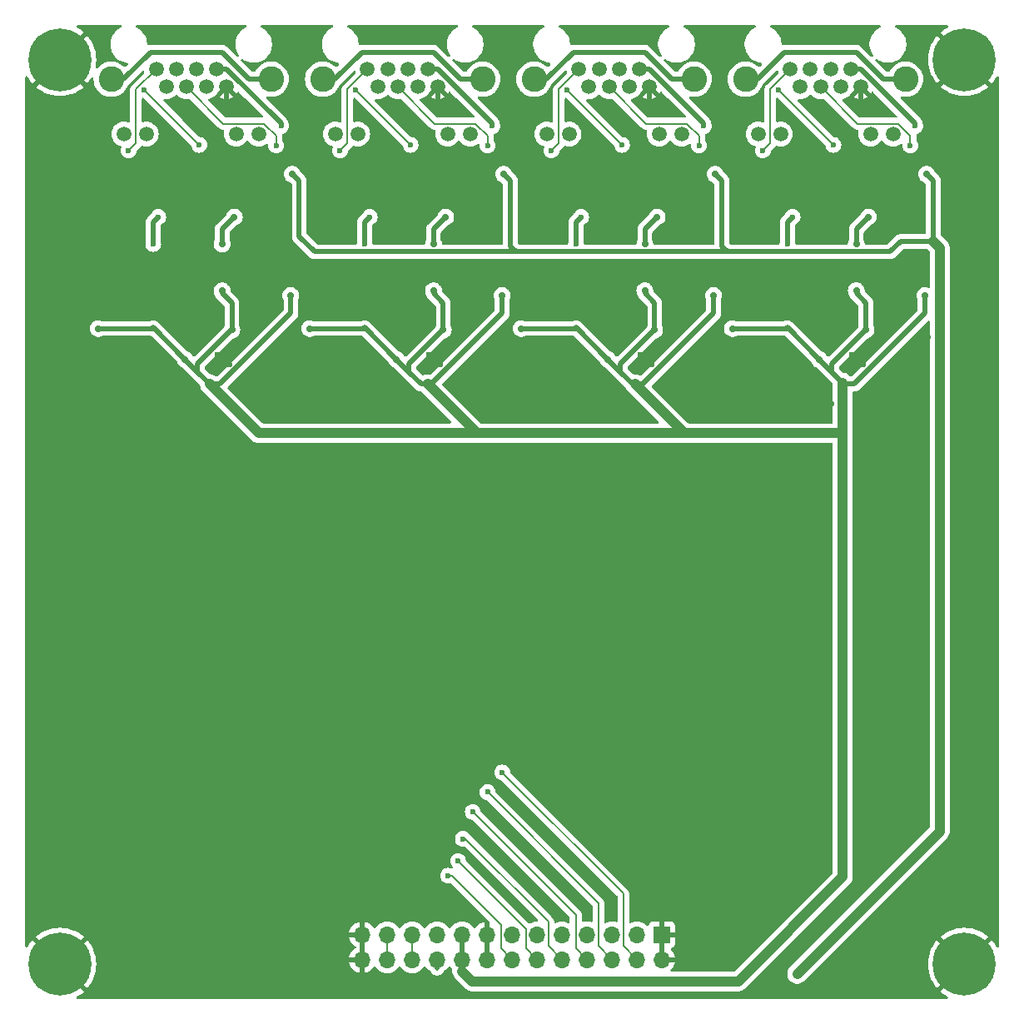
<source format=gbl>
G04 #@! TF.GenerationSoftware,KiCad,Pcbnew,8.0.4*
G04 #@! TF.CreationDate,2024-08-29T22:42:40+03:00*
G04 #@! TF.ProjectId,rioctrl-quadenc4,72696f63-7472-46c2-9d71-756164656e63,rev?*
G04 #@! TF.SameCoordinates,Original*
G04 #@! TF.FileFunction,Copper,L2,Bot*
G04 #@! TF.FilePolarity,Positive*
%FSLAX46Y46*%
G04 Gerber Fmt 4.6, Leading zero omitted, Abs format (unit mm)*
G04 Created by KiCad (PCBNEW 8.0.4) date 2024-08-29 22:42:40*
%MOMM*%
%LPD*%
G01*
G04 APERTURE LIST*
G04 #@! TA.AperFunction,ComponentPad*
%ADD10R,1.700000X1.700000*%
G04 #@! TD*
G04 #@! TA.AperFunction,ComponentPad*
%ADD11O,1.700000X1.700000*%
G04 #@! TD*
G04 #@! TA.AperFunction,ComponentPad*
%ADD12C,0.800000*%
G04 #@! TD*
G04 #@! TA.AperFunction,ComponentPad*
%ADD13C,6.400000*%
G04 #@! TD*
G04 #@! TA.AperFunction,ComponentPad*
%ADD14C,1.500000*%
G04 #@! TD*
G04 #@! TA.AperFunction,ComponentPad*
%ADD15C,2.600000*%
G04 #@! TD*
G04 #@! TA.AperFunction,ViaPad*
%ADD16C,0.700000*%
G04 #@! TD*
G04 #@! TA.AperFunction,ViaPad*
%ADD17C,0.600000*%
G04 #@! TD*
G04 #@! TA.AperFunction,ViaPad*
%ADD18C,0.800000*%
G04 #@! TD*
G04 #@! TA.AperFunction,Conductor*
%ADD19C,0.500000*%
G04 #@! TD*
G04 #@! TA.AperFunction,Conductor*
%ADD20C,1.000000*%
G04 #@! TD*
G04 #@! TA.AperFunction,Conductor*
%ADD21C,0.200000*%
G04 #@! TD*
G04 APERTURE END LIST*
D10*
G04 #@! TO.P,J2,1,Pin_1*
G04 #@! TO.N,GND*
X165240000Y-143000000D03*
D11*
G04 #@! TO.P,J2,2,Pin_2*
X165240000Y-145540000D03*
G04 #@! TO.P,J2,3,Pin_3*
G04 #@! TO.N,/Quadenc/Z*
X162700000Y-143000000D03*
G04 #@! TO.P,J2,4,Pin_4*
G04 #@! TO.N,/Quadenc2/Z*
X162700000Y-145540000D03*
G04 #@! TO.P,J2,5,Pin_5*
G04 #@! TO.N,/Quadenc/B*
X160160000Y-143000000D03*
G04 #@! TO.P,J2,6,Pin_6*
G04 #@! TO.N,/Quadenc2/B*
X160160000Y-145540000D03*
G04 #@! TO.P,J2,7,Pin_7*
G04 #@! TO.N,/Quadenc/A*
X157620000Y-143000000D03*
G04 #@! TO.P,J2,8,Pin_8*
G04 #@! TO.N,/Quadenc2/A*
X157620000Y-145540000D03*
G04 #@! TO.P,J2,9,Pin_9*
G04 #@! TO.N,/Quadenc1/Z*
X155080000Y-143000000D03*
G04 #@! TO.P,J2,10,Pin_10*
G04 #@! TO.N,/Quadenc3/Z*
X155080000Y-145540000D03*
G04 #@! TO.P,J2,11,Pin_11*
G04 #@! TO.N,/Quadenc1/B*
X152540000Y-143000000D03*
G04 #@! TO.P,J2,12,Pin_12*
G04 #@! TO.N,/Quadenc3/B*
X152540000Y-145540000D03*
G04 #@! TO.P,J2,13,Pin_13*
G04 #@! TO.N,/Quadenc1/A*
X150000000Y-143000000D03*
G04 #@! TO.P,J2,14,Pin_14*
G04 #@! TO.N,/Quadenc3/A*
X150000000Y-145540000D03*
G04 #@! TO.P,J2,15,Pin_15*
G04 #@! TO.N,GND*
X147460000Y-143000000D03*
G04 #@! TO.P,J2,16,Pin_16*
X147460000Y-145540000D03*
G04 #@! TO.P,J2,17,Pin_17*
G04 #@! TO.N,+3V3*
X144920000Y-143000000D03*
G04 #@! TO.P,J2,18,Pin_18*
X144920000Y-145540000D03*
G04 #@! TO.P,J2,19,Pin_19*
G04 #@! TO.N,+5V*
X142380000Y-143000000D03*
G04 #@! TO.P,J2,20,Pin_20*
X142380000Y-145540000D03*
G04 #@! TO.P,J2,21,Pin_21*
G04 #@! TO.N,+24V*
X139840000Y-143000000D03*
G04 #@! TO.P,J2,22,Pin_22*
X139840000Y-145540000D03*
G04 #@! TO.P,J2,23,Pin_23*
G04 #@! TO.N,/Slot/SlotEN*
X137300000Y-143000000D03*
G04 #@! TO.P,J2,24,Pin_24*
X137300000Y-145540000D03*
G04 #@! TO.P,J2,25,Pin_25*
G04 #@! TO.N,GND*
X134760000Y-143000000D03*
G04 #@! TO.P,J2,26,Pin_26*
X134760000Y-145540000D03*
G04 #@! TD*
D12*
G04 #@! TO.P,H4,1,1*
G04 #@! TO.N,GND*
X101600000Y-146000000D03*
X102302944Y-144302944D03*
X102302944Y-147697056D03*
X104000000Y-143600000D03*
D13*
X104000000Y-146000000D03*
D12*
X104000000Y-148400000D03*
X105697056Y-144302944D03*
X105697056Y-147697056D03*
X106400000Y-146000000D03*
G04 #@! TD*
D14*
G04 #@! TO.P,J3,1*
G04 #@! TO.N,Net-(J3-Pad1)*
X156800000Y-54980000D03*
G04 #@! TO.P,J3,2*
G04 #@! TO.N,Net-(J3-Pad2)*
X157820000Y-56760000D03*
G04 #@! TO.P,J3,3*
G04 #@! TO.N,Net-(J3-Pad3)*
X158840000Y-54980000D03*
G04 #@! TO.P,J3,4*
G04 #@! TO.N,Net-(J3-Pad4)*
X159860000Y-56760000D03*
G04 #@! TO.P,J3,5*
G04 #@! TO.N,Net-(J3-Pad5)*
X160880000Y-54980000D03*
G04 #@! TO.P,J3,6*
G04 #@! TO.N,Net-(J3-Pad6)*
X161900000Y-56760000D03*
G04 #@! TO.P,J3,7*
G04 #@! TO.N,Net-(FB2-Pad2)*
X162920000Y-54980000D03*
G04 #@! TO.P,J3,8*
G04 #@! TO.N,GND*
X163940000Y-56760000D03*
G04 #@! TO.P,J3,9*
G04 #@! TO.N,unconnected-(J3-Pad9)*
X153510000Y-61570000D03*
G04 #@! TO.P,J3,10*
G04 #@! TO.N,unconnected-(J3-Pad10)*
X155800000Y-61570000D03*
G04 #@! TO.P,J3,11*
G04 #@! TO.N,unconnected-(J3-Pad11)*
X164940000Y-61570000D03*
G04 #@! TO.P,J3,12*
G04 #@! TO.N,unconnected-(J3-Pad12)*
X167230000Y-61570000D03*
D15*
G04 #@! TO.P,J3,SH*
G04 #@! TO.N,Net-(J3-PadSH)*
X168500000Y-56000000D03*
X152240000Y-56000000D03*
G04 #@! TD*
D14*
G04 #@! TO.P,J1,1*
G04 #@! TO.N,Net-(J1-Pad1)*
X178300000Y-54980000D03*
G04 #@! TO.P,J1,2*
G04 #@! TO.N,Net-(J1-Pad2)*
X179320000Y-56760000D03*
G04 #@! TO.P,J1,3*
G04 #@! TO.N,Net-(J1-Pad3)*
X180340000Y-54980000D03*
G04 #@! TO.P,J1,4*
G04 #@! TO.N,Net-(J1-Pad4)*
X181360000Y-56760000D03*
G04 #@! TO.P,J1,5*
G04 #@! TO.N,Net-(J1-Pad5)*
X182380000Y-54980000D03*
G04 #@! TO.P,J1,6*
G04 #@! TO.N,Net-(J1-Pad6)*
X183400000Y-56760000D03*
G04 #@! TO.P,J1,7*
G04 #@! TO.N,Net-(FB1-Pad2)*
X184420000Y-54980000D03*
G04 #@! TO.P,J1,8*
G04 #@! TO.N,GND*
X185440000Y-56760000D03*
G04 #@! TO.P,J1,9*
G04 #@! TO.N,unconnected-(J1-Pad9)*
X175010000Y-61570000D03*
G04 #@! TO.P,J1,10*
G04 #@! TO.N,unconnected-(J1-Pad10)*
X177300000Y-61570000D03*
G04 #@! TO.P,J1,11*
G04 #@! TO.N,unconnected-(J1-Pad11)*
X186440000Y-61570000D03*
G04 #@! TO.P,J1,12*
G04 #@! TO.N,unconnected-(J1-Pad12)*
X188730000Y-61570000D03*
D15*
G04 #@! TO.P,J1,SH*
G04 #@! TO.N,Net-(J1-PadSH)*
X190000000Y-56000000D03*
X173740000Y-56000000D03*
G04 #@! TD*
D14*
G04 #@! TO.P,J4,1*
G04 #@! TO.N,Net-(J4-Pad1)*
X135300000Y-54980000D03*
G04 #@! TO.P,J4,2*
G04 #@! TO.N,Net-(J4-Pad2)*
X136320000Y-56760000D03*
G04 #@! TO.P,J4,3*
G04 #@! TO.N,Net-(J4-Pad3)*
X137340000Y-54980000D03*
G04 #@! TO.P,J4,4*
G04 #@! TO.N,Net-(J4-Pad4)*
X138360000Y-56760000D03*
G04 #@! TO.P,J4,5*
G04 #@! TO.N,Net-(J4-Pad5)*
X139380000Y-54980000D03*
G04 #@! TO.P,J4,6*
G04 #@! TO.N,Net-(J4-Pad6)*
X140400000Y-56760000D03*
G04 #@! TO.P,J4,7*
G04 #@! TO.N,Net-(FB3-Pad2)*
X141420000Y-54980000D03*
G04 #@! TO.P,J4,8*
G04 #@! TO.N,GND*
X142440000Y-56760000D03*
G04 #@! TO.P,J4,9*
G04 #@! TO.N,unconnected-(J4-Pad9)*
X132010000Y-61570000D03*
G04 #@! TO.P,J4,10*
G04 #@! TO.N,unconnected-(J4-Pad10)*
X134300000Y-61570000D03*
G04 #@! TO.P,J4,11*
G04 #@! TO.N,unconnected-(J4-Pad11)*
X143440000Y-61570000D03*
G04 #@! TO.P,J4,12*
G04 #@! TO.N,unconnected-(J4-Pad12)*
X145730000Y-61570000D03*
D15*
G04 #@! TO.P,J4,SH*
G04 #@! TO.N,Net-(J4-PadSH)*
X147000000Y-56000000D03*
X130740000Y-56000000D03*
G04 #@! TD*
D12*
G04 #@! TO.P,H1,1,1*
G04 #@! TO.N,GND*
X101600000Y-54000000D03*
X102302944Y-52302944D03*
X102302944Y-55697056D03*
X104000000Y-51600000D03*
D13*
X104000000Y-54000000D03*
D12*
X104000000Y-56400000D03*
X105697056Y-52302944D03*
X105697056Y-55697056D03*
X106400000Y-54000000D03*
G04 #@! TD*
D14*
G04 #@! TO.P,J5,1*
G04 #@! TO.N,Net-(J5-Pad1)*
X113800000Y-54980000D03*
G04 #@! TO.P,J5,2*
G04 #@! TO.N,Net-(J5-Pad2)*
X114820000Y-56760000D03*
G04 #@! TO.P,J5,3*
G04 #@! TO.N,Net-(J5-Pad3)*
X115840000Y-54980000D03*
G04 #@! TO.P,J5,4*
G04 #@! TO.N,Net-(J5-Pad4)*
X116860000Y-56760000D03*
G04 #@! TO.P,J5,5*
G04 #@! TO.N,Net-(J5-Pad5)*
X117880000Y-54980000D03*
G04 #@! TO.P,J5,6*
G04 #@! TO.N,Net-(J5-Pad6)*
X118900000Y-56760000D03*
G04 #@! TO.P,J5,7*
G04 #@! TO.N,Net-(FB4-Pad2)*
X119920000Y-54980000D03*
G04 #@! TO.P,J5,8*
G04 #@! TO.N,GND*
X120940000Y-56760000D03*
G04 #@! TO.P,J5,9*
G04 #@! TO.N,unconnected-(J5-Pad9)*
X110510000Y-61570000D03*
G04 #@! TO.P,J5,10*
G04 #@! TO.N,unconnected-(J5-Pad10)*
X112800000Y-61570000D03*
G04 #@! TO.P,J5,11*
G04 #@! TO.N,unconnected-(J5-Pad11)*
X121940000Y-61570000D03*
G04 #@! TO.P,J5,12*
G04 #@! TO.N,unconnected-(J5-Pad12)*
X124230000Y-61570000D03*
D15*
G04 #@! TO.P,J5,SH*
G04 #@! TO.N,Net-(J5-PadSH)*
X125500000Y-56000000D03*
X109240000Y-56000000D03*
G04 #@! TD*
D12*
G04 #@! TO.P,H3,1,1*
G04 #@! TO.N,GND*
X193600000Y-146000000D03*
X194302944Y-144302944D03*
X194302944Y-147697056D03*
X196000000Y-143600000D03*
D13*
X196000000Y-146000000D03*
D12*
X196000000Y-148400000D03*
X197697056Y-144302944D03*
X197697056Y-147697056D03*
X198400000Y-146000000D03*
G04 #@! TD*
G04 #@! TO.P,H2,1,1*
G04 #@! TO.N,GND*
X193600000Y-54000000D03*
X194302944Y-52302944D03*
X194302944Y-55697056D03*
X196000000Y-51600000D03*
D13*
X196000000Y-54000000D03*
D12*
X196000000Y-56400000D03*
X197697056Y-52302944D03*
X197697056Y-55697056D03*
X198400000Y-54000000D03*
G04 #@! TD*
D16*
G04 #@! TO.N,+3V3*
X192000000Y-78000000D03*
X143250000Y-70000000D03*
X181250000Y-84500000D03*
X121750000Y-70000000D03*
X185000000Y-72750000D03*
X127500000Y-78000000D03*
D17*
X114025000Y-70000000D03*
X157025000Y-70000000D03*
X113500000Y-72750000D03*
D16*
X149000000Y-78000000D03*
X138250000Y-84500000D03*
X170500000Y-78000000D03*
X121500000Y-81500000D03*
X150900000Y-81350000D03*
X186250000Y-70000000D03*
X107900000Y-81350000D03*
X164750000Y-70000000D03*
X120500000Y-77500000D03*
X172400000Y-81350000D03*
D17*
X135525000Y-70000000D03*
D16*
X159750000Y-84500000D03*
X164500000Y-81500000D03*
D17*
X178000000Y-72750000D03*
X178525000Y-70000000D03*
D16*
X143000000Y-81500000D03*
X185000000Y-77500000D03*
X142000000Y-72750000D03*
X142000000Y-77500000D03*
X163500000Y-77500000D03*
X116750000Y-84500000D03*
X186000000Y-81500000D03*
X129400000Y-81350000D03*
D17*
X135000000Y-72750000D03*
D16*
X120500000Y-72750000D03*
X163500000Y-72750000D03*
D17*
X156500000Y-72750000D03*
G04 #@! TO.N,GND*
X182500000Y-89000000D03*
D18*
X170000000Y-95000000D03*
X112000000Y-75000000D03*
D16*
X129750000Y-60500000D03*
D17*
X179000000Y-85000000D03*
D18*
X144000000Y-75000000D03*
D17*
X129000000Y-85000000D03*
D18*
X137500000Y-72000000D03*
X127000000Y-95000000D03*
X160000000Y-51500000D03*
D16*
X154500000Y-89000000D03*
X161500000Y-89000000D03*
D18*
X178500000Y-65000000D03*
X128500000Y-120500000D03*
D17*
X150500000Y-85000000D03*
D18*
X136000000Y-65000000D03*
X186000000Y-65000000D03*
X187500000Y-118500000D03*
X138500000Y-51500000D03*
X108000000Y-65000000D03*
X124000000Y-120500000D03*
X160000000Y-133000000D03*
D17*
X164250000Y-85000000D03*
D16*
X184500000Y-61750000D03*
X137250000Y-77750000D03*
X141500000Y-61750000D03*
D18*
X182500000Y-51500000D03*
X106000000Y-95000000D03*
D17*
X184500000Y-84000000D03*
D18*
X155000000Y-95000000D03*
X177500000Y-95000000D03*
X191000000Y-95000000D03*
D17*
X163000000Y-84000000D03*
D18*
X138000000Y-120500000D03*
X117000000Y-51500000D03*
D16*
X172650000Y-67450000D03*
X118500000Y-89500000D03*
D18*
X141500000Y-140000000D03*
D16*
X194150000Y-67450000D03*
X158750000Y-77750000D03*
X167500000Y-89000000D03*
D18*
X134000000Y-120500000D03*
X195500000Y-69500000D03*
D16*
X139000000Y-89000000D03*
X151150000Y-67450000D03*
D18*
X151500000Y-72000000D03*
X108500000Y-51500000D03*
X135000000Y-148500000D03*
D16*
X189250000Y-89000000D03*
D18*
X127000000Y-72500000D03*
X183500000Y-75000000D03*
X164000000Y-65000000D03*
X191000000Y-140000000D03*
D16*
X164000000Y-58500000D03*
X144050000Y-77550000D03*
D18*
X148500000Y-120500000D03*
X177000000Y-140000000D03*
D16*
X129650000Y-67450000D03*
D18*
X196000000Y-75000000D03*
D16*
X108750000Y-77750000D03*
D17*
X121250000Y-85000000D03*
D18*
X122500000Y-75000000D03*
D16*
X120000000Y-61750000D03*
X172750000Y-60500000D03*
X192000000Y-74600000D03*
D17*
X114500000Y-85000000D03*
D16*
X185500000Y-58500000D03*
D18*
X159000000Y-72000000D03*
D16*
X133000000Y-89500000D03*
X173250000Y-77750000D03*
D18*
X155000000Y-121000000D03*
X119500000Y-95000000D03*
D16*
X141000000Y-70000000D03*
D18*
X191000000Y-51500000D03*
D16*
X163000000Y-61750000D03*
D18*
X129500000Y-75000000D03*
X144000000Y-72000000D03*
X162500000Y-95000000D03*
D17*
X136000000Y-85000000D03*
D16*
X128750000Y-60000000D03*
D18*
X173000000Y-72000000D03*
X165500000Y-75000000D03*
D17*
X141500000Y-84000000D03*
D18*
X158500000Y-75000000D03*
X141000000Y-95000000D03*
X182000000Y-118000000D03*
X196000000Y-95000000D03*
D16*
X170500000Y-74600000D03*
X130250000Y-77750000D03*
D17*
X176250000Y-89000000D03*
D16*
X121000000Y-58500000D03*
D18*
X108000000Y-75000000D03*
X191500000Y-67000000D03*
X148500000Y-95000000D03*
X157000000Y-65000000D03*
D16*
X193250000Y-60000000D03*
D18*
X176500000Y-75000000D03*
X187000000Y-75000000D03*
D17*
X176500000Y-70250000D03*
D18*
X186000000Y-114500000D03*
X162000000Y-75000000D03*
X115500000Y-75000000D03*
D16*
X150250000Y-60000000D03*
D18*
X141000000Y-75000000D03*
D16*
X125500000Y-89000000D03*
D17*
X157500000Y-85000000D03*
D18*
X131000000Y-120500000D03*
X170000000Y-72000000D03*
X196500000Y-129000000D03*
X170000000Y-121000000D03*
D16*
X187050000Y-77550000D03*
D18*
X130000000Y-144500000D03*
X171000000Y-51500000D03*
D17*
X185750000Y-85000000D03*
D18*
X137000000Y-75000000D03*
D16*
X122550000Y-77550000D03*
D18*
X135000000Y-139500000D03*
D17*
X112000000Y-70250000D03*
D18*
X162500000Y-121000000D03*
D16*
X151250000Y-60500000D03*
X162500000Y-70000000D03*
D17*
X133500000Y-70250000D03*
D16*
X119500000Y-70000000D03*
D18*
X121500000Y-65000000D03*
D16*
X170750000Y-82250000D03*
D18*
X114000000Y-65000000D03*
X133500000Y-75000000D03*
X142500000Y-120500000D03*
X134000000Y-95000000D03*
D17*
X155000000Y-70250000D03*
D16*
X171750000Y-60000000D03*
X147000000Y-89000000D03*
D18*
X168500000Y-140000000D03*
D17*
X172000000Y-85000000D03*
X120000000Y-84000000D03*
D16*
X184000000Y-70000000D03*
X127750000Y-82250000D03*
D18*
X165500000Y-72000000D03*
D16*
X194250000Y-60500000D03*
X149250000Y-82250000D03*
X127500000Y-74600000D03*
D18*
X155000000Y-75000000D03*
X188000000Y-129000000D03*
X128000000Y-52500000D03*
X176000000Y-121000000D03*
X180000000Y-75000000D03*
D16*
X115750000Y-77750000D03*
X111500000Y-89000000D03*
X151750000Y-77750000D03*
X180250000Y-77750000D03*
D17*
X142750000Y-85000000D03*
D18*
X148500000Y-72000000D03*
D16*
X142500000Y-58500000D03*
X165550000Y-77550000D03*
X149000000Y-74600000D03*
D18*
X143000000Y-65000000D03*
X149500000Y-51500000D03*
X113000000Y-95000000D03*
D16*
X192250000Y-82250000D03*
D17*
X107500000Y-85000000D03*
D18*
X175500000Y-130500000D03*
X119000000Y-75000000D03*
X151500000Y-75000000D03*
G04 #@! TO.N,+5V*
X179000000Y-147000000D03*
D16*
X170650000Y-65650000D03*
X192150000Y-65650000D03*
X127650000Y-65650000D03*
X149150000Y-65650000D03*
D17*
G04 #@! TO.N,Net-(FB1-Pad2)*
X191000000Y-60750000D03*
G04 #@! TO.N,Net-(FB3-Pad2)*
X148000000Y-60750000D03*
G04 #@! TO.N,Net-(FB4-Pad2)*
X126500000Y-60750000D03*
G04 #@! TO.N,/Quadenc2/B*
X147500000Y-128500000D03*
G04 #@! TO.N,/Quadenc3/A*
X143500000Y-137000000D03*
G04 #@! TO.N,/Quadenc2/Z*
X149000000Y-126500000D03*
G04 #@! TO.N,/Quadenc3/B*
X144500000Y-135500000D03*
G04 #@! TO.N,/Quadenc3/Z*
X145000000Y-133250000D03*
G04 #@! TO.N,/Quadenc2/A*
X146000000Y-130500000D03*
G04 #@! TO.N,Net-(J3-Pad3)*
X161175000Y-62675000D03*
X155564265Y-57064265D03*
G04 #@! TO.N,Net-(J3-Pad4)*
X169000000Y-62750000D03*
G04 #@! TO.N,Net-(J3-Pad1)*
X154000000Y-63250000D03*
G04 #@! TO.N,Net-(J4-Pad1)*
X132500000Y-63250000D03*
G04 #@! TO.N,Net-(J4-Pad4)*
X147500000Y-62750000D03*
G04 #@! TO.N,Net-(J4-Pad3)*
X139675000Y-62675000D03*
X134064265Y-57064265D03*
G04 #@! TO.N,Net-(J5-Pad1)*
X111000000Y-63250000D03*
G04 #@! TO.N,Net-(J5-Pad4)*
X126000000Y-62750000D03*
G04 #@! TO.N,Net-(J5-Pad3)*
X112564265Y-57064265D03*
X118175000Y-62675000D03*
G04 #@! TO.N,Net-(FB2-Pad2)*
X169500000Y-60750000D03*
G04 #@! TO.N,Net-(J1-Pad3)*
X177064265Y-57064265D03*
X182675000Y-62675000D03*
G04 #@! TO.N,Net-(J1-Pad4)*
X190500000Y-62750000D03*
G04 #@! TO.N,Net-(J1-Pad1)*
X175500000Y-63250000D03*
G04 #@! TD*
D19*
G04 #@! TO.N,+3V3*
X135000000Y-72750000D02*
X135000000Y-70525000D01*
X186000000Y-81500000D02*
X186000000Y-78750000D01*
X192000000Y-79810661D02*
X192000000Y-78000000D01*
X144920000Y-145540000D02*
X144920000Y-143000000D01*
X144920000Y-145540000D02*
X144920000Y-146720000D01*
X164500000Y-81500000D02*
X164500000Y-78750000D01*
X113500000Y-81250000D02*
X113400000Y-81350000D01*
X113400000Y-81350000D02*
X107900000Y-81350000D01*
X118000000Y-85750000D02*
X118000000Y-84939339D01*
X162250000Y-87000000D02*
X161000000Y-85750000D01*
X161000000Y-85750000D02*
X159750000Y-84500000D01*
X138250000Y-84500000D02*
X135000000Y-81250000D01*
X156400000Y-81350000D02*
X150900000Y-81350000D01*
D20*
X124250000Y-92000000D02*
X119250000Y-87000000D01*
D19*
X141810661Y-87000000D02*
X149000000Y-79810661D01*
X143000000Y-81500000D02*
X143000000Y-78750000D01*
X162250000Y-87000000D02*
X162500000Y-87000000D01*
X185000000Y-77750000D02*
X185000000Y-77500000D01*
X163500000Y-77750000D02*
X163500000Y-77500000D01*
X161000000Y-84939339D02*
X164439339Y-81500000D01*
X163310661Y-87000000D02*
X170500000Y-79810661D01*
X140750000Y-87000000D02*
X141400000Y-87000000D01*
D20*
X147000000Y-92000000D02*
X146400000Y-92000000D01*
D19*
X120500000Y-72750000D02*
X120500000Y-71250000D01*
D20*
X147000000Y-92000000D02*
X124250000Y-92000000D01*
D19*
X163500000Y-72750000D02*
X163500000Y-71250000D01*
X183750000Y-87000000D02*
X183625000Y-86875000D01*
X139500000Y-85750000D02*
X139500000Y-84939339D01*
X162500000Y-87000000D02*
X162900000Y-87000000D01*
X139500000Y-85750000D02*
X138250000Y-84500000D01*
X164500000Y-78750000D02*
X163500000Y-77750000D01*
X156500000Y-81250000D02*
X156400000Y-81350000D01*
X164439339Y-81500000D02*
X164500000Y-81500000D01*
X184810661Y-87000000D02*
X192000000Y-79810661D01*
X143000000Y-78750000D02*
X142000000Y-77750000D01*
D20*
X146400000Y-92000000D02*
X141400000Y-87000000D01*
D19*
X163500000Y-71250000D02*
X164750000Y-70000000D01*
X156500000Y-72750000D02*
X156500000Y-70525000D01*
X135000000Y-81250000D02*
X134900000Y-81350000D01*
X159750000Y-84500000D02*
X156500000Y-81250000D01*
X113500000Y-70525000D02*
X114025000Y-70000000D01*
X178000000Y-81250000D02*
X177900000Y-81350000D01*
X118000000Y-84939339D02*
X121439339Y-81500000D01*
X120500000Y-71250000D02*
X121750000Y-70000000D01*
X185000000Y-72750000D02*
X185000000Y-71250000D01*
X120310661Y-87000000D02*
X127500000Y-79810661D01*
X142939339Y-81500000D02*
X143000000Y-81500000D01*
D20*
X183625000Y-92000000D02*
X167500000Y-92000000D01*
D19*
X134900000Y-81350000D02*
X129400000Y-81350000D01*
D20*
X183625000Y-92000000D02*
X183625000Y-86875000D01*
D19*
X121439339Y-81500000D02*
X121500000Y-81500000D01*
X185939339Y-81500000D02*
X186000000Y-81500000D01*
X149000000Y-79810661D02*
X149000000Y-78000000D01*
X182500000Y-84939339D02*
X185939339Y-81500000D01*
X181250000Y-84500000D02*
X178000000Y-81250000D01*
X177900000Y-81350000D02*
X172400000Y-81350000D01*
X142000000Y-72750000D02*
X142000000Y-71250000D01*
X142000000Y-77750000D02*
X142000000Y-77500000D01*
X116750000Y-84500000D02*
X113500000Y-81250000D01*
D20*
X183625000Y-137125000D02*
X183625000Y-92000000D01*
D19*
X142000000Y-71250000D02*
X143250000Y-70000000D01*
X141400000Y-87000000D02*
X141810661Y-87000000D01*
X127500000Y-79810661D02*
X127500000Y-78000000D01*
X118000000Y-85750000D02*
X116750000Y-84500000D01*
X162900000Y-87000000D02*
X163310661Y-87000000D01*
X185000000Y-71250000D02*
X186250000Y-70000000D01*
D20*
X144920000Y-146720000D02*
X145950000Y-147750000D01*
D19*
X121500000Y-78750000D02*
X120500000Y-77750000D01*
X182500000Y-85750000D02*
X182500000Y-84939339D01*
X139500000Y-84939339D02*
X142939339Y-81500000D01*
X178000000Y-70525000D02*
X178525000Y-70000000D01*
X121500000Y-81500000D02*
X121500000Y-78750000D01*
D20*
X167500000Y-92000000D02*
X162500000Y-87000000D01*
D19*
X113500000Y-72750000D02*
X113500000Y-70525000D01*
X161000000Y-85750000D02*
X161000000Y-84939339D01*
X119900000Y-87000000D02*
X120310661Y-87000000D01*
X183625000Y-86875000D02*
X182500000Y-85750000D01*
X140750000Y-87000000D02*
X139500000Y-85750000D01*
X182500000Y-85750000D02*
X181250000Y-84500000D01*
X156500000Y-70525000D02*
X157025000Y-70000000D01*
D20*
X145950000Y-147750000D02*
X173000000Y-147750000D01*
D19*
X186000000Y-78750000D02*
X185000000Y-77750000D01*
D20*
X173000000Y-147750000D02*
X183625000Y-137125000D01*
D19*
X184400000Y-87000000D02*
X184810661Y-87000000D01*
X178000000Y-72750000D02*
X178000000Y-70525000D01*
X119250000Y-87000000D02*
X118000000Y-85750000D01*
X135000000Y-70525000D02*
X135525000Y-70000000D01*
X183750000Y-87000000D02*
X184400000Y-87000000D01*
D20*
X167500000Y-92000000D02*
X147000000Y-92000000D01*
D19*
X119250000Y-87000000D02*
X119900000Y-87000000D01*
X170500000Y-79810661D02*
X170500000Y-78000000D01*
X120500000Y-77750000D02*
X120500000Y-77500000D01*
G04 #@! TO.N,GND*
X185440000Y-58440000D02*
X185500000Y-58500000D01*
X120940000Y-56760000D02*
X120940000Y-58440000D01*
X163940000Y-56760000D02*
X163940000Y-58440000D01*
X142440000Y-56760000D02*
X142440000Y-58440000D01*
X185440000Y-56760000D02*
X185440000Y-58440000D01*
X142440000Y-58440000D02*
X142500000Y-58500000D01*
X163940000Y-58440000D02*
X164000000Y-58500000D01*
X120940000Y-58440000D02*
X121000000Y-58500000D01*
G04 #@! TO.N,+5V*
X149150000Y-65650000D02*
X149850000Y-66350000D01*
X129900000Y-73550000D02*
X128350000Y-72000000D01*
X192850000Y-72500000D02*
X192850000Y-66350000D01*
X188450000Y-73550000D02*
X171900000Y-73550000D01*
X189500000Y-72500000D02*
X188450000Y-73550000D01*
X150400000Y-73550000D02*
X149850000Y-73000000D01*
X142380000Y-146380000D02*
X142380000Y-145540000D01*
X151000000Y-73550000D02*
X150400000Y-73550000D01*
X171900000Y-73550000D02*
X151000000Y-73550000D01*
X127650000Y-65650000D02*
X128350000Y-66350000D01*
D20*
X192850000Y-72500000D02*
X193500000Y-73150000D01*
D19*
X151000000Y-73550000D02*
X129900000Y-73550000D01*
X192850000Y-66350000D02*
X192150000Y-65650000D01*
X192850000Y-72500000D02*
X189500000Y-72500000D01*
D20*
X193500000Y-132500000D02*
X179000000Y-147000000D01*
D19*
X170650000Y-65650000D02*
X171350000Y-66350000D01*
D20*
X193500000Y-73150000D02*
X193500000Y-132500000D01*
D19*
X171900000Y-73550000D02*
X171350000Y-73000000D01*
X171350000Y-66350000D02*
X171350000Y-73000000D01*
X128350000Y-66350000D02*
X128350000Y-72000000D01*
X149850000Y-66350000D02*
X149850000Y-73000000D01*
G04 #@! TO.N,Net-(FB1-Pad2)*
X191000000Y-60499340D02*
X191000000Y-60750000D01*
X184420000Y-54980000D02*
X185480660Y-54980000D01*
X185480660Y-54980000D02*
X191000000Y-60499340D01*
G04 #@! TO.N,Net-(FB3-Pad2)*
X141420000Y-54980000D02*
X142480660Y-54980000D01*
X142480660Y-54980000D02*
X148000000Y-60499340D01*
X148000000Y-60499340D02*
X148000000Y-60750000D01*
G04 #@! TO.N,Net-(FB4-Pad2)*
X126500000Y-60499340D02*
X126500000Y-60750000D01*
X119920000Y-54980000D02*
X120980660Y-54980000D01*
X120980660Y-54980000D02*
X126500000Y-60499340D01*
D21*
G04 #@! TO.N,/Quadenc2/B*
X158770000Y-139770000D02*
X158770000Y-144150000D01*
X147500000Y-128500000D02*
X158770000Y-139770000D01*
X158770000Y-144150000D02*
X160160000Y-145540000D01*
G04 #@! TO.N,/Quadenc3/A*
X143875000Y-137000000D02*
X148850000Y-141975000D01*
X148850000Y-141975000D02*
X148850000Y-144390000D01*
X143500000Y-137000000D02*
X143875000Y-137000000D01*
X148850000Y-144390000D02*
X150000000Y-145540000D01*
G04 #@! TO.N,+24V*
X139840000Y-145540000D02*
X139840000Y-143000000D01*
G04 #@! TO.N,/Slot/SlotEN*
X137300000Y-145540000D02*
X137300000Y-143000000D01*
G04 #@! TO.N,/Quadenc2/Z*
X161310000Y-144150000D02*
X162700000Y-145540000D01*
X161310000Y-138810000D02*
X161310000Y-144150000D01*
X149000000Y-126500000D02*
X161310000Y-138810000D01*
G04 #@! TO.N,/Quadenc3/B*
X144500000Y-135500000D02*
X151390000Y-142390000D01*
X151390000Y-142390000D02*
X151390000Y-144390000D01*
X151390000Y-144390000D02*
X152540000Y-145540000D01*
G04 #@! TO.N,/Quadenc3/Z*
X153690000Y-144150000D02*
X155080000Y-145540000D01*
X145250000Y-133250000D02*
X153690000Y-141690000D01*
X153690000Y-141690000D02*
X153690000Y-144150000D01*
X145000000Y-133250000D02*
X145250000Y-133250000D01*
G04 #@! TO.N,/Quadenc2/A*
X156470000Y-144390000D02*
X157620000Y-145540000D01*
X146000000Y-130500000D02*
X156470000Y-140970000D01*
X156470000Y-140970000D02*
X156470000Y-144390000D01*
G04 #@! TO.N,Net-(J3-Pad3)*
X155564265Y-57064265D02*
X161175000Y-62675000D01*
G04 #@! TO.N,Net-(J3-Pad4)*
X159860000Y-56760000D02*
X163620000Y-60520000D01*
X163620000Y-60520000D02*
X167770000Y-60520000D01*
X169000000Y-61750000D02*
X169000000Y-62750000D01*
X167770000Y-60520000D02*
X169000000Y-61750000D01*
D19*
G04 #@! TO.N,Net-(J3-PadSH)*
X153465204Y-56000000D02*
X152240000Y-56000000D01*
X163500000Y-53250000D02*
X156215204Y-53250000D01*
X166250000Y-56000000D02*
X163500000Y-53250000D01*
X156215204Y-53250000D02*
X153465204Y-56000000D01*
X168500000Y-56000000D02*
X166250000Y-56000000D01*
D21*
G04 #@! TO.N,Net-(J3-Pad1)*
X154750000Y-57030000D02*
X154750000Y-62500000D01*
X156800000Y-54980000D02*
X154750000Y-57030000D01*
X154750000Y-62500000D02*
X154000000Y-63250000D01*
G04 #@! TO.N,Net-(J4-Pad1)*
X133250000Y-62500000D02*
X132500000Y-63250000D01*
X133250000Y-57030000D02*
X133250000Y-62500000D01*
X135300000Y-54980000D02*
X133250000Y-57030000D01*
G04 #@! TO.N,Net-(J4-Pad4)*
X146270000Y-60520000D02*
X147500000Y-61750000D01*
X142120000Y-60520000D02*
X146270000Y-60520000D01*
X147500000Y-61750000D02*
X147500000Y-62750000D01*
X138360000Y-56760000D02*
X142120000Y-60520000D01*
D19*
G04 #@! TO.N,Net-(J4-PadSH)*
X147000000Y-56000000D02*
X144750000Y-56000000D01*
X134715204Y-53250000D02*
X131965204Y-56000000D01*
X131965204Y-56000000D02*
X130740000Y-56000000D01*
X144750000Y-56000000D02*
X142000000Y-53250000D01*
X142000000Y-53250000D02*
X134715204Y-53250000D01*
D21*
G04 #@! TO.N,Net-(J4-Pad3)*
X134064265Y-57064265D02*
X139675000Y-62675000D01*
G04 #@! TO.N,Net-(J5-Pad1)*
X111750000Y-57030000D02*
X111750000Y-62500000D01*
X113800000Y-54980000D02*
X111750000Y-57030000D01*
X111750000Y-62500000D02*
X111000000Y-63250000D01*
D19*
G04 #@! TO.N,Net-(J5-PadSH)*
X113215204Y-53250000D02*
X110465204Y-56000000D01*
X123250000Y-56000000D02*
X120500000Y-53250000D01*
X110465204Y-56000000D02*
X109240000Y-56000000D01*
X125500000Y-56000000D02*
X123250000Y-56000000D01*
X120500000Y-53250000D02*
X113215204Y-53250000D01*
D21*
G04 #@! TO.N,Net-(J5-Pad4)*
X120620000Y-60520000D02*
X124770000Y-60520000D01*
X124770000Y-60520000D02*
X126000000Y-61750000D01*
X116860000Y-56760000D02*
X120620000Y-60520000D01*
X126000000Y-61750000D02*
X126000000Y-62750000D01*
G04 #@! TO.N,Net-(J5-Pad3)*
X112564265Y-57064265D02*
X118175000Y-62675000D01*
D19*
G04 #@! TO.N,Net-(FB2-Pad2)*
X163980660Y-54980000D02*
X169500000Y-60499340D01*
X162920000Y-54980000D02*
X163980660Y-54980000D01*
X169500000Y-60499340D02*
X169500000Y-60750000D01*
D21*
G04 #@! TO.N,Net-(J1-Pad3)*
X177064265Y-57064265D02*
X182675000Y-62675000D01*
D19*
G04 #@! TO.N,Net-(J1-PadSH)*
X187750000Y-56000000D02*
X185000000Y-53250000D01*
X174965204Y-56000000D02*
X173740000Y-56000000D01*
X185000000Y-53250000D02*
X177715204Y-53250000D01*
X190000000Y-56000000D02*
X187750000Y-56000000D01*
X177715204Y-53250000D02*
X174965204Y-56000000D01*
D21*
G04 #@! TO.N,Net-(J1-Pad4)*
X185120000Y-60520000D02*
X189270000Y-60520000D01*
X189270000Y-60520000D02*
X190500000Y-61750000D01*
X181360000Y-56760000D02*
X185120000Y-60520000D01*
X190500000Y-61750000D02*
X190500000Y-62750000D01*
G04 #@! TO.N,Net-(J1-Pad1)*
X176250000Y-57030000D02*
X176250000Y-62500000D01*
X178300000Y-54980000D02*
X176250000Y-57030000D01*
X176250000Y-62500000D02*
X175500000Y-63250000D01*
G04 #@! TD*
G04 #@! TA.AperFunction,Conductor*
G04 #@! TO.N,GND*
G36*
X135010000Y-145106988D02*
G01*
X134952993Y-145074075D01*
X134825826Y-145040000D01*
X134694174Y-145040000D01*
X134567007Y-145074075D01*
X134510000Y-145106988D01*
X134510000Y-143433012D01*
X134567007Y-143465925D01*
X134694174Y-143500000D01*
X134825826Y-143500000D01*
X134952993Y-143465925D01*
X135010000Y-143433012D01*
X135010000Y-145106988D01*
G37*
G04 #@! TD.AperFunction*
G04 #@! TA.AperFunction,Conductor*
G36*
X147710000Y-145106988D02*
G01*
X147652993Y-145074075D01*
X147525826Y-145040000D01*
X147394174Y-145040000D01*
X147267007Y-145074075D01*
X147210000Y-145106988D01*
X147210000Y-143433012D01*
X147267007Y-143465925D01*
X147394174Y-143500000D01*
X147525826Y-143500000D01*
X147652993Y-143465925D01*
X147710000Y-143433012D01*
X147710000Y-145106988D01*
G37*
G04 #@! TD.AperFunction*
G04 #@! TA.AperFunction,Conductor*
G36*
X165490000Y-145106988D02*
G01*
X165432993Y-145074075D01*
X165305826Y-145040000D01*
X165174174Y-145040000D01*
X165047007Y-145074075D01*
X164990000Y-145106988D01*
X164990000Y-143433012D01*
X165047007Y-143465925D01*
X165174174Y-143500000D01*
X165305826Y-143500000D01*
X165432993Y-143465925D01*
X165490000Y-143433012D01*
X165490000Y-145106988D01*
G37*
G04 #@! TD.AperFunction*
G04 #@! TA.AperFunction,Conductor*
G36*
X131745098Y-50520185D02*
G01*
X131790853Y-50572989D01*
X131800797Y-50642147D01*
X131771772Y-50705703D01*
X131725512Y-50739061D01*
X131688714Y-50754303D01*
X131688705Y-50754307D01*
X131475787Y-50877236D01*
X131280745Y-51026897D01*
X131280738Y-51026903D01*
X131106903Y-51200738D01*
X131106897Y-51200745D01*
X130957236Y-51395787D01*
X130834307Y-51608705D01*
X130834303Y-51608714D01*
X130740225Y-51835837D01*
X130740222Y-51835847D01*
X130676592Y-52073320D01*
X130676590Y-52073331D01*
X130644500Y-52317065D01*
X130644500Y-52562934D01*
X130671227Y-52765939D01*
X130676591Y-52806677D01*
X130740222Y-53044152D01*
X130740225Y-53044162D01*
X130788794Y-53161417D01*
X130834306Y-53271292D01*
X130957233Y-53484208D01*
X130957235Y-53484211D01*
X130957236Y-53484212D01*
X131106897Y-53679254D01*
X131106903Y-53679261D01*
X131280738Y-53853096D01*
X131280744Y-53853101D01*
X131475792Y-54002767D01*
X131688708Y-54125694D01*
X131915847Y-54219778D01*
X132153323Y-54283409D01*
X132316791Y-54304930D01*
X132380686Y-54333197D01*
X132419157Y-54391521D01*
X132419988Y-54461386D01*
X132388285Y-54515550D01*
X132183481Y-54720354D01*
X132122158Y-54753839D01*
X132052466Y-54748855D01*
X132011459Y-54723571D01*
X131865745Y-54588368D01*
X131758941Y-54515550D01*
X131642775Y-54436349D01*
X131642769Y-54436346D01*
X131642768Y-54436345D01*
X131642767Y-54436344D01*
X131399643Y-54319263D01*
X131399645Y-54319263D01*
X131141773Y-54239720D01*
X131141767Y-54239718D01*
X130874936Y-54199500D01*
X130874929Y-54199500D01*
X130605071Y-54199500D01*
X130605063Y-54199500D01*
X130338232Y-54239718D01*
X130338226Y-54239720D01*
X130080358Y-54319262D01*
X129837230Y-54436346D01*
X129614258Y-54588365D01*
X129416442Y-54771910D01*
X129248185Y-54982898D01*
X129113258Y-55216599D01*
X129113256Y-55216603D01*
X129014666Y-55467804D01*
X129014664Y-55467811D01*
X128954616Y-55730898D01*
X128934451Y-55999995D01*
X128934451Y-56000004D01*
X128954616Y-56269101D01*
X129014664Y-56532188D01*
X129014666Y-56532195D01*
X129113256Y-56783396D01*
X129113258Y-56783400D01*
X129129964Y-56812335D01*
X129248185Y-57017102D01*
X129373845Y-57174674D01*
X129416442Y-57228089D01*
X129552615Y-57354438D01*
X129614259Y-57411635D01*
X129837226Y-57563651D01*
X130080359Y-57680738D01*
X130338228Y-57760280D01*
X130338229Y-57760280D01*
X130338232Y-57760281D01*
X130605063Y-57800499D01*
X130605068Y-57800499D01*
X130605071Y-57800500D01*
X130605072Y-57800500D01*
X130874928Y-57800500D01*
X130874929Y-57800500D01*
X130939139Y-57790822D01*
X131141767Y-57760281D01*
X131141768Y-57760280D01*
X131141772Y-57760280D01*
X131399641Y-57680738D01*
X131642775Y-57563651D01*
X131865741Y-57411635D01*
X132063561Y-57228085D01*
X132231815Y-57017102D01*
X132366743Y-56783398D01*
X132437119Y-56604081D01*
X132464863Y-56561707D01*
X133862223Y-55164346D01*
X133923544Y-55130863D01*
X133993236Y-55135847D01*
X134049169Y-55177719D01*
X134069677Y-55219937D01*
X134080976Y-55262107D01*
X134079313Y-55331956D01*
X134048882Y-55381880D01*
X132881286Y-56549478D01*
X132769481Y-56661282D01*
X132769480Y-56661284D01*
X132727485Y-56734022D01*
X132690423Y-56798215D01*
X132649499Y-56950943D01*
X132649499Y-56950945D01*
X132649499Y-57119046D01*
X132649500Y-57119059D01*
X132649500Y-60293788D01*
X132629815Y-60360827D01*
X132577011Y-60406582D01*
X132507853Y-60416526D01*
X132473095Y-60406170D01*
X132439330Y-60390425D01*
X132439326Y-60390424D01*
X132439322Y-60390422D01*
X132227977Y-60333793D01*
X132010002Y-60314723D01*
X132009998Y-60314723D01*
X131864682Y-60327436D01*
X131792023Y-60333793D01*
X131792020Y-60333793D01*
X131580677Y-60390422D01*
X131580668Y-60390426D01*
X131382361Y-60482898D01*
X131382357Y-60482900D01*
X131203121Y-60608402D01*
X131048402Y-60763121D01*
X130922900Y-60942357D01*
X130922898Y-60942361D01*
X130830426Y-61140668D01*
X130830422Y-61140677D01*
X130773793Y-61352020D01*
X130773793Y-61352023D01*
X130769025Y-61406517D01*
X130754723Y-61569997D01*
X130754723Y-61570002D01*
X130773793Y-61787975D01*
X130773793Y-61787979D01*
X130830422Y-61999322D01*
X130830424Y-61999326D01*
X130830425Y-61999330D01*
X130840500Y-62020935D01*
X130922897Y-62197638D01*
X130937450Y-62218422D01*
X131048402Y-62376877D01*
X131203123Y-62531598D01*
X131382361Y-62657102D01*
X131580670Y-62749575D01*
X131676810Y-62775335D01*
X131736469Y-62811699D01*
X131766999Y-62874546D01*
X131761758Y-62936064D01*
X131714632Y-63070742D01*
X131714630Y-63070750D01*
X131694435Y-63249996D01*
X131694435Y-63250003D01*
X131714630Y-63429249D01*
X131714631Y-63429254D01*
X131774211Y-63599523D01*
X131870184Y-63752262D01*
X131997738Y-63879816D01*
X132150478Y-63975789D01*
X132320745Y-64035368D01*
X132320750Y-64035369D01*
X132499996Y-64055565D01*
X132500000Y-64055565D01*
X132500004Y-64055565D01*
X132679249Y-64035369D01*
X132679252Y-64035368D01*
X132679255Y-64035368D01*
X132849522Y-63975789D01*
X133002262Y-63879816D01*
X133129816Y-63752262D01*
X133225789Y-63599522D01*
X133285368Y-63429255D01*
X133295161Y-63342329D01*
X133322226Y-63277918D01*
X133330690Y-63268543D01*
X133618713Y-62980521D01*
X133618716Y-62980520D01*
X133730520Y-62868716D01*
X133761292Y-62815414D01*
X133811855Y-62767201D01*
X133880462Y-62753976D01*
X133900762Y-62757638D01*
X134082023Y-62806207D01*
X134269787Y-62822633D01*
X134299998Y-62825277D01*
X134300000Y-62825277D01*
X134300002Y-62825277D01*
X134328254Y-62822805D01*
X134517977Y-62806207D01*
X134729330Y-62749575D01*
X134927639Y-62657102D01*
X135106877Y-62531598D01*
X135261598Y-62376877D01*
X135387102Y-62197639D01*
X135479575Y-61999330D01*
X135536207Y-61787977D01*
X135555277Y-61570000D01*
X135536207Y-61352023D01*
X135479575Y-61140670D01*
X135387102Y-60942362D01*
X135387100Y-60942359D01*
X135387099Y-60942357D01*
X135261599Y-60763124D01*
X135248471Y-60749996D01*
X135106877Y-60608402D01*
X134927639Y-60482898D01*
X134927640Y-60482898D01*
X134927638Y-60482897D01*
X134804375Y-60425419D01*
X134729330Y-60390425D01*
X134729326Y-60390424D01*
X134729322Y-60390422D01*
X134517977Y-60333793D01*
X134300002Y-60314723D01*
X134299998Y-60314723D01*
X134154682Y-60327436D01*
X134082023Y-60333793D01*
X134082020Y-60333793D01*
X134006593Y-60354004D01*
X133936743Y-60352341D01*
X133878881Y-60313178D01*
X133851377Y-60248949D01*
X133850500Y-60234229D01*
X133850500Y-57999097D01*
X133870185Y-57932058D01*
X133922989Y-57886303D01*
X133992147Y-57876359D01*
X134055703Y-57905384D01*
X134062181Y-57911416D01*
X138844298Y-62693534D01*
X138877783Y-62754857D01*
X138879837Y-62767331D01*
X138889630Y-62854249D01*
X138889631Y-62854254D01*
X138889632Y-62854255D01*
X138896732Y-62874546D01*
X138949210Y-63024521D01*
X138996337Y-63099523D01*
X139045184Y-63177262D01*
X139172738Y-63304816D01*
X139325478Y-63400789D01*
X139495745Y-63460368D01*
X139495750Y-63460369D01*
X139674996Y-63480565D01*
X139675000Y-63480565D01*
X139675004Y-63480565D01*
X139854249Y-63460369D01*
X139854252Y-63460368D01*
X139854255Y-63460368D01*
X140024522Y-63400789D01*
X140177262Y-63304816D01*
X140304816Y-63177262D01*
X140400789Y-63024522D01*
X140460368Y-62854255D01*
X140471254Y-62757640D01*
X140480565Y-62675003D01*
X140480565Y-62674996D01*
X140460369Y-62495750D01*
X140460368Y-62495745D01*
X140400789Y-62325478D01*
X140304816Y-62172738D01*
X140177262Y-62045184D01*
X140138670Y-62020935D01*
X140024521Y-61949210D01*
X139854249Y-61889630D01*
X139767331Y-61879837D01*
X139702917Y-61852770D01*
X139693534Y-61844298D01*
X137993074Y-60143838D01*
X136061742Y-58212507D01*
X136028258Y-58151185D01*
X136033242Y-58081493D01*
X136075114Y-58025560D01*
X136140578Y-58001143D01*
X136160225Y-58001298D01*
X136271566Y-58011039D01*
X136319998Y-58015277D01*
X136320000Y-58015277D01*
X136320002Y-58015277D01*
X136348254Y-58012805D01*
X136537977Y-57996207D01*
X136749330Y-57939575D01*
X136947639Y-57847102D01*
X137126877Y-57721598D01*
X137252319Y-57596156D01*
X137313642Y-57562671D01*
X137383334Y-57567655D01*
X137427681Y-57596156D01*
X137553123Y-57721598D01*
X137732361Y-57847102D01*
X137930670Y-57939575D01*
X138142023Y-57996207D01*
X138312450Y-58011117D01*
X138359998Y-58015277D01*
X138360000Y-58015277D01*
X138360002Y-58015277D01*
X138388254Y-58012805D01*
X138577977Y-57996207D01*
X138642108Y-57979023D01*
X138711957Y-57980686D01*
X138761882Y-58011117D01*
X141635139Y-60884374D01*
X141635149Y-60884385D01*
X141639479Y-60888715D01*
X141639480Y-60888716D01*
X141751284Y-61000520D01*
X141838095Y-61050639D01*
X141838097Y-61050641D01*
X141876151Y-61072611D01*
X141888215Y-61079577D01*
X142040943Y-61120501D01*
X142040946Y-61120501D01*
X142104229Y-61120501D01*
X142171268Y-61140186D01*
X142217023Y-61192990D01*
X142226967Y-61262148D01*
X142224004Y-61276594D01*
X142203793Y-61352020D01*
X142203793Y-61352023D01*
X142199025Y-61406517D01*
X142184723Y-61569997D01*
X142184723Y-61570002D01*
X142203793Y-61787975D01*
X142203793Y-61787979D01*
X142260422Y-61999322D01*
X142260424Y-61999326D01*
X142260425Y-61999330D01*
X142270500Y-62020935D01*
X142352897Y-62197638D01*
X142367450Y-62218422D01*
X142478402Y-62376877D01*
X142633123Y-62531598D01*
X142812361Y-62657102D01*
X143010670Y-62749575D01*
X143010676Y-62749576D01*
X143010677Y-62749577D01*
X143040769Y-62757640D01*
X143222023Y-62806207D01*
X143404926Y-62822208D01*
X143439998Y-62825277D01*
X143440000Y-62825277D01*
X143440002Y-62825277D01*
X143468254Y-62822805D01*
X143657977Y-62806207D01*
X143869330Y-62749575D01*
X144067639Y-62657102D01*
X144246877Y-62531598D01*
X144401598Y-62376877D01*
X144483426Y-62260013D01*
X144538002Y-62216390D01*
X144607501Y-62209198D01*
X144669855Y-62240720D01*
X144686570Y-62260010D01*
X144768402Y-62376877D01*
X144923123Y-62531598D01*
X145102361Y-62657102D01*
X145300670Y-62749575D01*
X145300676Y-62749576D01*
X145300677Y-62749577D01*
X145330769Y-62757640D01*
X145512023Y-62806207D01*
X145694926Y-62822208D01*
X145729998Y-62825277D01*
X145730000Y-62825277D01*
X145730002Y-62825277D01*
X145758254Y-62822805D01*
X145947977Y-62806207D01*
X146159330Y-62749575D01*
X146357639Y-62657102D01*
X146509535Y-62550742D01*
X146575738Y-62528416D01*
X146643505Y-62545426D01*
X146691318Y-62596373D01*
X146703997Y-62665083D01*
X146703876Y-62666201D01*
X146694435Y-62749995D01*
X146694435Y-62750003D01*
X146714630Y-62929249D01*
X146714631Y-62929254D01*
X146774211Y-63099523D01*
X146823058Y-63177262D01*
X146870184Y-63252262D01*
X146997738Y-63379816D01*
X147076410Y-63429249D01*
X147125935Y-63460368D01*
X147150478Y-63475789D01*
X147320745Y-63535368D01*
X147320750Y-63535369D01*
X147499996Y-63555565D01*
X147500000Y-63555565D01*
X147500004Y-63555565D01*
X147679249Y-63535369D01*
X147679252Y-63535368D01*
X147679255Y-63535368D01*
X147849522Y-63475789D01*
X148002262Y-63379816D01*
X148129816Y-63252262D01*
X148225789Y-63099522D01*
X148285368Y-62929255D01*
X148285369Y-62929249D01*
X148305565Y-62750003D01*
X148305565Y-62749996D01*
X148285369Y-62570750D01*
X148285368Y-62570745D01*
X148225788Y-62400476D01*
X148129813Y-62247734D01*
X148127550Y-62244896D01*
X148126659Y-62242715D01*
X148126111Y-62241842D01*
X148126264Y-62241745D01*
X148101144Y-62180209D01*
X148100500Y-62167587D01*
X148100500Y-61839060D01*
X148100501Y-61839047D01*
X148100501Y-61670947D01*
X148100501Y-61670943D01*
X148100499Y-61670939D01*
X148100063Y-61667621D01*
X148100501Y-61664811D01*
X148100501Y-61662815D01*
X148100812Y-61662815D01*
X148110827Y-61598586D01*
X148157205Y-61546328D01*
X148182042Y-61534392D01*
X148349522Y-61475789D01*
X148502262Y-61379816D01*
X148629816Y-61252262D01*
X148725789Y-61099522D01*
X148785368Y-60929255D01*
X148790425Y-60884374D01*
X148805565Y-60750003D01*
X148805565Y-60749996D01*
X148785368Y-60570747D01*
X148785368Y-60570745D01*
X148757458Y-60490982D01*
X148750500Y-60450028D01*
X148750500Y-60425419D01*
X148721659Y-60280432D01*
X148721658Y-60280431D01*
X148721658Y-60280427D01*
X148721656Y-60280422D01*
X148665087Y-60143851D01*
X148665080Y-60143838D01*
X148582952Y-60020925D01*
X148582951Y-60020924D01*
X148478416Y-59916389D01*
X146539797Y-57977770D01*
X146506312Y-57916447D01*
X146511296Y-57846755D01*
X146553168Y-57790822D01*
X146618632Y-57766405D01*
X146645956Y-57767473D01*
X146865071Y-57800500D01*
X146865072Y-57800500D01*
X147134928Y-57800500D01*
X147134929Y-57800500D01*
X147199139Y-57790822D01*
X147401767Y-57760281D01*
X147401768Y-57760280D01*
X147401772Y-57760280D01*
X147659641Y-57680738D01*
X147902775Y-57563651D01*
X148125741Y-57411635D01*
X148323561Y-57228085D01*
X148491815Y-57017102D01*
X148626743Y-56783398D01*
X148725334Y-56532195D01*
X148785383Y-56269103D01*
X148805549Y-56000000D01*
X148801172Y-55941598D01*
X148785383Y-55730898D01*
X148775021Y-55685499D01*
X148725334Y-55467805D01*
X148626743Y-55216602D01*
X148491815Y-54982898D01*
X148323561Y-54771915D01*
X148323560Y-54771914D01*
X148323557Y-54771910D01*
X148125741Y-54588365D01*
X147939497Y-54461386D01*
X147902775Y-54436349D01*
X147902769Y-54436346D01*
X147902768Y-54436345D01*
X147902767Y-54436344D01*
X147659643Y-54319263D01*
X147659645Y-54319263D01*
X147401773Y-54239720D01*
X147401767Y-54239718D01*
X147134936Y-54199500D01*
X147134929Y-54199500D01*
X146865071Y-54199500D01*
X146865063Y-54199500D01*
X146598232Y-54239718D01*
X146598226Y-54239720D01*
X146340358Y-54319262D01*
X146097230Y-54436346D01*
X145874258Y-54588365D01*
X145676442Y-54771910D01*
X145508185Y-54982898D01*
X145390059Y-55187500D01*
X145339492Y-55235715D01*
X145282672Y-55249500D01*
X145112229Y-55249500D01*
X145045190Y-55229815D01*
X145024548Y-55213181D01*
X143959189Y-54147821D01*
X143925704Y-54086498D01*
X143930688Y-54016806D01*
X143972560Y-53960873D01*
X144038024Y-53936456D01*
X144106297Y-53951308D01*
X144122350Y-53961759D01*
X144175792Y-54002767D01*
X144388708Y-54125694D01*
X144615847Y-54219778D01*
X144853323Y-54283409D01*
X145097073Y-54315500D01*
X145097080Y-54315500D01*
X145342920Y-54315500D01*
X145342927Y-54315500D01*
X145586677Y-54283409D01*
X145824153Y-54219778D01*
X146051292Y-54125694D01*
X146264208Y-54002767D01*
X146459256Y-53853101D01*
X146633101Y-53679256D01*
X146782767Y-53484208D01*
X146905694Y-53271292D01*
X146999778Y-53044153D01*
X147063409Y-52806677D01*
X147095500Y-52562927D01*
X147095500Y-52317073D01*
X147063409Y-52073323D01*
X146999778Y-51835847D01*
X146905694Y-51608708D01*
X146782767Y-51395792D01*
X146721030Y-51315335D01*
X146633102Y-51200745D01*
X146633096Y-51200738D01*
X146459261Y-51026903D01*
X146459254Y-51026897D01*
X146264212Y-50877236D01*
X146264211Y-50877235D01*
X146264208Y-50877233D01*
X146051292Y-50754306D01*
X146051285Y-50754303D01*
X146014488Y-50739061D01*
X145960085Y-50695220D01*
X145938020Y-50628926D01*
X145955299Y-50561227D01*
X146006436Y-50513616D01*
X146061941Y-50500500D01*
X153178059Y-50500500D01*
X153245098Y-50520185D01*
X153290853Y-50572989D01*
X153300797Y-50642147D01*
X153271772Y-50705703D01*
X153225512Y-50739061D01*
X153188714Y-50754303D01*
X153188705Y-50754307D01*
X152975787Y-50877236D01*
X152780745Y-51026897D01*
X152780738Y-51026903D01*
X152606903Y-51200738D01*
X152606897Y-51200745D01*
X152457236Y-51395787D01*
X152334307Y-51608705D01*
X152334303Y-51608714D01*
X152240225Y-51835837D01*
X152240222Y-51835847D01*
X152176592Y-52073320D01*
X152176590Y-52073331D01*
X152144500Y-52317065D01*
X152144500Y-52562934D01*
X152171227Y-52765939D01*
X152176591Y-52806677D01*
X152240222Y-53044152D01*
X152240225Y-53044162D01*
X152288794Y-53161417D01*
X152334306Y-53271292D01*
X152457233Y-53484208D01*
X152457235Y-53484211D01*
X152457236Y-53484212D01*
X152606897Y-53679254D01*
X152606903Y-53679261D01*
X152780738Y-53853096D01*
X152780744Y-53853101D01*
X152975792Y-54002767D01*
X153188708Y-54125694D01*
X153415847Y-54219778D01*
X153653323Y-54283409D01*
X153816791Y-54304930D01*
X153880686Y-54333197D01*
X153919157Y-54391521D01*
X153919988Y-54461386D01*
X153888285Y-54515550D01*
X153683481Y-54720354D01*
X153622158Y-54753839D01*
X153552466Y-54748855D01*
X153511459Y-54723571D01*
X153365745Y-54588368D01*
X153258941Y-54515550D01*
X153142775Y-54436349D01*
X153142769Y-54436346D01*
X153142768Y-54436345D01*
X153142767Y-54436344D01*
X152899643Y-54319263D01*
X152899645Y-54319263D01*
X152641773Y-54239720D01*
X152641767Y-54239718D01*
X152374936Y-54199500D01*
X152374929Y-54199500D01*
X152105071Y-54199500D01*
X152105063Y-54199500D01*
X151838232Y-54239718D01*
X151838226Y-54239720D01*
X151580358Y-54319262D01*
X151337230Y-54436346D01*
X151114258Y-54588365D01*
X150916442Y-54771910D01*
X150748185Y-54982898D01*
X150613258Y-55216599D01*
X150613256Y-55216603D01*
X150514666Y-55467804D01*
X150514664Y-55467811D01*
X150454616Y-55730898D01*
X150434451Y-55999995D01*
X150434451Y-56000004D01*
X150454616Y-56269101D01*
X150514664Y-56532188D01*
X150514666Y-56532195D01*
X150613256Y-56783396D01*
X150613258Y-56783400D01*
X150629964Y-56812335D01*
X150748185Y-57017102D01*
X150873845Y-57174674D01*
X150916442Y-57228089D01*
X151052615Y-57354438D01*
X151114259Y-57411635D01*
X151337226Y-57563651D01*
X151580359Y-57680738D01*
X151838228Y-57760280D01*
X151838229Y-57760280D01*
X151838232Y-57760281D01*
X152105063Y-57800499D01*
X152105068Y-57800499D01*
X152105071Y-57800500D01*
X152105072Y-57800500D01*
X152374928Y-57800500D01*
X152374929Y-57800500D01*
X152439139Y-57790822D01*
X152641767Y-57760281D01*
X152641768Y-57760280D01*
X152641772Y-57760280D01*
X152899641Y-57680738D01*
X153142775Y-57563651D01*
X153365741Y-57411635D01*
X153563561Y-57228085D01*
X153731815Y-57017102D01*
X153866743Y-56783398D01*
X153937119Y-56604081D01*
X153964863Y-56561707D01*
X155362223Y-55164346D01*
X155423544Y-55130863D01*
X155493236Y-55135847D01*
X155549169Y-55177719D01*
X155569677Y-55219937D01*
X155580976Y-55262107D01*
X155579313Y-55331956D01*
X155548882Y-55381880D01*
X154381286Y-56549478D01*
X154269481Y-56661282D01*
X154269480Y-56661284D01*
X154227485Y-56734022D01*
X154190423Y-56798215D01*
X154149499Y-56950943D01*
X154149499Y-56950945D01*
X154149499Y-57119046D01*
X154149500Y-57119059D01*
X154149500Y-60293788D01*
X154129815Y-60360827D01*
X154077011Y-60406582D01*
X154007853Y-60416526D01*
X153973095Y-60406170D01*
X153939330Y-60390425D01*
X153939326Y-60390424D01*
X153939322Y-60390422D01*
X153727977Y-60333793D01*
X153510002Y-60314723D01*
X153509998Y-60314723D01*
X153364682Y-60327436D01*
X153292023Y-60333793D01*
X153292020Y-60333793D01*
X153080677Y-60390422D01*
X153080668Y-60390426D01*
X152882361Y-60482898D01*
X152882357Y-60482900D01*
X152703121Y-60608402D01*
X152548402Y-60763121D01*
X152422900Y-60942357D01*
X152422898Y-60942361D01*
X152330426Y-61140668D01*
X152330422Y-61140677D01*
X152273793Y-61352020D01*
X152273793Y-61352023D01*
X152269025Y-61406517D01*
X152254723Y-61569997D01*
X152254723Y-61570002D01*
X152273793Y-61787975D01*
X152273793Y-61787979D01*
X152330422Y-61999322D01*
X152330424Y-61999326D01*
X152330425Y-61999330D01*
X152340500Y-62020935D01*
X152422897Y-62197638D01*
X152437450Y-62218422D01*
X152548402Y-62376877D01*
X152703123Y-62531598D01*
X152882361Y-62657102D01*
X153080670Y-62749575D01*
X153176810Y-62775335D01*
X153236469Y-62811699D01*
X153266999Y-62874546D01*
X153261758Y-62936064D01*
X153214632Y-63070742D01*
X153214630Y-63070750D01*
X153194435Y-63249996D01*
X153194435Y-63250003D01*
X153214630Y-63429249D01*
X153214631Y-63429254D01*
X153274211Y-63599523D01*
X153370184Y-63752262D01*
X153497738Y-63879816D01*
X153650478Y-63975789D01*
X153820745Y-64035368D01*
X153820750Y-64035369D01*
X153999996Y-64055565D01*
X154000000Y-64055565D01*
X154000004Y-64055565D01*
X154179249Y-64035369D01*
X154179252Y-64035368D01*
X154179255Y-64035368D01*
X154349522Y-63975789D01*
X154502262Y-63879816D01*
X154629816Y-63752262D01*
X154725789Y-63599522D01*
X154785368Y-63429255D01*
X154795161Y-63342329D01*
X154822226Y-63277918D01*
X154830690Y-63268543D01*
X155118713Y-62980521D01*
X155118716Y-62980520D01*
X155230520Y-62868716D01*
X155261292Y-62815414D01*
X155311855Y-62767201D01*
X155380462Y-62753976D01*
X155400762Y-62757638D01*
X155582023Y-62806207D01*
X155769787Y-62822633D01*
X155799998Y-62825277D01*
X155800000Y-62825277D01*
X155800002Y-62825277D01*
X155828254Y-62822805D01*
X156017977Y-62806207D01*
X156229330Y-62749575D01*
X156427639Y-62657102D01*
X156606877Y-62531598D01*
X156761598Y-62376877D01*
X156887102Y-62197639D01*
X156979575Y-61999330D01*
X157036207Y-61787977D01*
X157055277Y-61570000D01*
X157036207Y-61352023D01*
X156979575Y-61140670D01*
X156887102Y-60942362D01*
X156887100Y-60942359D01*
X156887099Y-60942357D01*
X156761599Y-60763124D01*
X156748471Y-60749996D01*
X156606877Y-60608402D01*
X156427639Y-60482898D01*
X156427640Y-60482898D01*
X156427638Y-60482897D01*
X156304375Y-60425419D01*
X156229330Y-60390425D01*
X156229326Y-60390424D01*
X156229322Y-60390422D01*
X156017977Y-60333793D01*
X155800002Y-60314723D01*
X155799998Y-60314723D01*
X155654682Y-60327436D01*
X155582023Y-60333793D01*
X155582020Y-60333793D01*
X155506593Y-60354004D01*
X155436743Y-60352341D01*
X155378881Y-60313178D01*
X155351377Y-60248949D01*
X155350500Y-60234229D01*
X155350500Y-57999097D01*
X155370185Y-57932058D01*
X155422989Y-57886303D01*
X155492147Y-57876359D01*
X155555703Y-57905384D01*
X155562181Y-57911416D01*
X160344298Y-62693534D01*
X160377783Y-62754857D01*
X160379837Y-62767331D01*
X160389630Y-62854249D01*
X160389631Y-62854254D01*
X160389632Y-62854255D01*
X160396732Y-62874546D01*
X160449210Y-63024521D01*
X160496337Y-63099523D01*
X160545184Y-63177262D01*
X160672738Y-63304816D01*
X160825478Y-63400789D01*
X160995745Y-63460368D01*
X160995750Y-63460369D01*
X161174996Y-63480565D01*
X161175000Y-63480565D01*
X161175004Y-63480565D01*
X161354249Y-63460369D01*
X161354252Y-63460368D01*
X161354255Y-63460368D01*
X161524522Y-63400789D01*
X161677262Y-63304816D01*
X161804816Y-63177262D01*
X161900789Y-63024522D01*
X161960368Y-62854255D01*
X161971254Y-62757640D01*
X161980565Y-62675003D01*
X161980565Y-62674996D01*
X161960369Y-62495750D01*
X161960368Y-62495745D01*
X161900789Y-62325478D01*
X161804816Y-62172738D01*
X161677262Y-62045184D01*
X161638670Y-62020935D01*
X161524521Y-61949210D01*
X161354249Y-61889630D01*
X161267331Y-61879837D01*
X161202917Y-61852770D01*
X161193534Y-61844298D01*
X159493074Y-60143838D01*
X157561742Y-58212507D01*
X157528258Y-58151185D01*
X157533242Y-58081493D01*
X157575114Y-58025560D01*
X157640578Y-58001143D01*
X157660225Y-58001298D01*
X157771566Y-58011039D01*
X157819998Y-58015277D01*
X157820000Y-58015277D01*
X157820002Y-58015277D01*
X157848254Y-58012805D01*
X158037977Y-57996207D01*
X158249330Y-57939575D01*
X158447639Y-57847102D01*
X158626877Y-57721598D01*
X158752319Y-57596156D01*
X158813642Y-57562671D01*
X158883334Y-57567655D01*
X158927681Y-57596156D01*
X159053123Y-57721598D01*
X159232361Y-57847102D01*
X159430670Y-57939575D01*
X159642023Y-57996207D01*
X159812450Y-58011117D01*
X159859998Y-58015277D01*
X159860000Y-58015277D01*
X159860002Y-58015277D01*
X159888254Y-58012805D01*
X160077977Y-57996207D01*
X160142108Y-57979023D01*
X160211957Y-57980686D01*
X160261882Y-58011117D01*
X163135139Y-60884374D01*
X163135149Y-60884385D01*
X163139479Y-60888715D01*
X163139480Y-60888716D01*
X163251284Y-61000520D01*
X163338095Y-61050639D01*
X163338097Y-61050641D01*
X163376151Y-61072611D01*
X163388215Y-61079577D01*
X163540943Y-61120501D01*
X163540946Y-61120501D01*
X163604229Y-61120501D01*
X163671268Y-61140186D01*
X163717023Y-61192990D01*
X163726967Y-61262148D01*
X163724004Y-61276594D01*
X163703793Y-61352020D01*
X163703793Y-61352023D01*
X163699025Y-61406517D01*
X163684723Y-61569997D01*
X163684723Y-61570002D01*
X163703793Y-61787975D01*
X163703793Y-61787979D01*
X163760422Y-61999322D01*
X163760424Y-61999326D01*
X163760425Y-61999330D01*
X163770500Y-62020935D01*
X163852897Y-62197638D01*
X163867450Y-62218422D01*
X163978402Y-62376877D01*
X164133123Y-62531598D01*
X164312361Y-62657102D01*
X164510670Y-62749575D01*
X164510676Y-62749576D01*
X164510677Y-62749577D01*
X164540769Y-62757640D01*
X164722023Y-62806207D01*
X164904926Y-62822208D01*
X164939998Y-62825277D01*
X164940000Y-62825277D01*
X164940002Y-62825277D01*
X164968254Y-62822805D01*
X165157977Y-62806207D01*
X165369330Y-62749575D01*
X165567639Y-62657102D01*
X165746877Y-62531598D01*
X165901598Y-62376877D01*
X165983426Y-62260013D01*
X166038002Y-62216390D01*
X166107501Y-62209198D01*
X166169855Y-62240720D01*
X166186570Y-62260010D01*
X166268402Y-62376877D01*
X166423123Y-62531598D01*
X166602361Y-62657102D01*
X166800670Y-62749575D01*
X166800676Y-62749576D01*
X166800677Y-62749577D01*
X166830769Y-62757640D01*
X167012023Y-62806207D01*
X167194926Y-62822208D01*
X167229998Y-62825277D01*
X167230000Y-62825277D01*
X167230002Y-62825277D01*
X167258254Y-62822805D01*
X167447977Y-62806207D01*
X167659330Y-62749575D01*
X167857639Y-62657102D01*
X168009535Y-62550742D01*
X168075738Y-62528416D01*
X168143505Y-62545426D01*
X168191318Y-62596373D01*
X168203997Y-62665083D01*
X168203876Y-62666201D01*
X168194435Y-62749995D01*
X168194435Y-62750003D01*
X168214630Y-62929249D01*
X168214631Y-62929254D01*
X168274211Y-63099523D01*
X168323058Y-63177262D01*
X168370184Y-63252262D01*
X168497738Y-63379816D01*
X168576410Y-63429249D01*
X168625935Y-63460368D01*
X168650478Y-63475789D01*
X168820745Y-63535368D01*
X168820750Y-63535369D01*
X168999996Y-63555565D01*
X169000000Y-63555565D01*
X169000004Y-63555565D01*
X169179249Y-63535369D01*
X169179252Y-63535368D01*
X169179255Y-63535368D01*
X169349522Y-63475789D01*
X169502262Y-63379816D01*
X169629816Y-63252262D01*
X169725789Y-63099522D01*
X169785368Y-62929255D01*
X169785369Y-62929249D01*
X169805565Y-62750003D01*
X169805565Y-62749996D01*
X169785369Y-62570750D01*
X169785368Y-62570745D01*
X169725788Y-62400476D01*
X169629813Y-62247734D01*
X169627550Y-62244896D01*
X169626659Y-62242715D01*
X169626111Y-62241842D01*
X169626264Y-62241745D01*
X169601144Y-62180209D01*
X169600500Y-62167587D01*
X169600500Y-61839060D01*
X169600501Y-61839047D01*
X169600501Y-61670947D01*
X169600501Y-61670943D01*
X169600499Y-61670939D01*
X169600063Y-61667621D01*
X169600501Y-61664811D01*
X169600501Y-61662815D01*
X169600812Y-61662815D01*
X169610827Y-61598586D01*
X169657205Y-61546328D01*
X169682042Y-61534392D01*
X169849522Y-61475789D01*
X170002262Y-61379816D01*
X170129816Y-61252262D01*
X170225789Y-61099522D01*
X170285368Y-60929255D01*
X170290425Y-60884374D01*
X170305565Y-60750003D01*
X170305565Y-60749996D01*
X170285368Y-60570747D01*
X170285368Y-60570745D01*
X170257458Y-60490982D01*
X170250500Y-60450028D01*
X170250500Y-60425419D01*
X170221659Y-60280432D01*
X170221658Y-60280431D01*
X170221658Y-60280427D01*
X170221656Y-60280422D01*
X170165087Y-60143851D01*
X170165080Y-60143838D01*
X170082952Y-60020925D01*
X170082951Y-60020924D01*
X169978416Y-59916389D01*
X168039797Y-57977770D01*
X168006312Y-57916447D01*
X168011296Y-57846755D01*
X168053168Y-57790822D01*
X168118632Y-57766405D01*
X168145956Y-57767473D01*
X168365071Y-57800500D01*
X168365072Y-57800500D01*
X168634928Y-57800500D01*
X168634929Y-57800500D01*
X168699139Y-57790822D01*
X168901767Y-57760281D01*
X168901768Y-57760280D01*
X168901772Y-57760280D01*
X169159641Y-57680738D01*
X169402775Y-57563651D01*
X169625741Y-57411635D01*
X169823561Y-57228085D01*
X169991815Y-57017102D01*
X170126743Y-56783398D01*
X170225334Y-56532195D01*
X170285383Y-56269103D01*
X170305549Y-56000000D01*
X170301172Y-55941598D01*
X170285383Y-55730898D01*
X170275021Y-55685499D01*
X170225334Y-55467805D01*
X170126743Y-55216602D01*
X169991815Y-54982898D01*
X169823561Y-54771915D01*
X169823560Y-54771914D01*
X169823557Y-54771910D01*
X169625741Y-54588365D01*
X169439497Y-54461386D01*
X169402775Y-54436349D01*
X169402769Y-54436346D01*
X169402768Y-54436345D01*
X169402767Y-54436344D01*
X169159643Y-54319263D01*
X169159645Y-54319263D01*
X168901773Y-54239720D01*
X168901767Y-54239718D01*
X168634936Y-54199500D01*
X168634929Y-54199500D01*
X168365071Y-54199500D01*
X168365063Y-54199500D01*
X168098232Y-54239718D01*
X168098226Y-54239720D01*
X167840358Y-54319262D01*
X167597230Y-54436346D01*
X167374258Y-54588365D01*
X167176442Y-54771910D01*
X167008185Y-54982898D01*
X166890059Y-55187500D01*
X166839492Y-55235715D01*
X166782672Y-55249500D01*
X166612229Y-55249500D01*
X166545190Y-55229815D01*
X166524548Y-55213181D01*
X165459189Y-54147821D01*
X165425704Y-54086498D01*
X165430688Y-54016806D01*
X165472560Y-53960873D01*
X165538024Y-53936456D01*
X165606297Y-53951308D01*
X165622350Y-53961759D01*
X165675792Y-54002767D01*
X165888708Y-54125694D01*
X166115847Y-54219778D01*
X166353323Y-54283409D01*
X166597073Y-54315500D01*
X166597080Y-54315500D01*
X166842920Y-54315500D01*
X166842927Y-54315500D01*
X167086677Y-54283409D01*
X167324153Y-54219778D01*
X167551292Y-54125694D01*
X167764208Y-54002767D01*
X167959256Y-53853101D01*
X168133101Y-53679256D01*
X168282767Y-53484208D01*
X168405694Y-53271292D01*
X168499778Y-53044153D01*
X168563409Y-52806677D01*
X168595500Y-52562927D01*
X168595500Y-52317073D01*
X168563409Y-52073323D01*
X168499778Y-51835847D01*
X168405694Y-51608708D01*
X168282767Y-51395792D01*
X168221030Y-51315335D01*
X168133102Y-51200745D01*
X168133096Y-51200738D01*
X167959261Y-51026903D01*
X167959254Y-51026897D01*
X167764212Y-50877236D01*
X167764211Y-50877235D01*
X167764208Y-50877233D01*
X167551292Y-50754306D01*
X167551285Y-50754303D01*
X167514488Y-50739061D01*
X167460085Y-50695220D01*
X167438020Y-50628926D01*
X167455299Y-50561227D01*
X167506436Y-50513616D01*
X167561941Y-50500500D01*
X174678059Y-50500500D01*
X174745098Y-50520185D01*
X174790853Y-50572989D01*
X174800797Y-50642147D01*
X174771772Y-50705703D01*
X174725512Y-50739061D01*
X174688714Y-50754303D01*
X174688705Y-50754307D01*
X174475787Y-50877236D01*
X174280745Y-51026897D01*
X174280738Y-51026903D01*
X174106903Y-51200738D01*
X174106897Y-51200745D01*
X173957236Y-51395787D01*
X173834307Y-51608705D01*
X173834303Y-51608714D01*
X173740225Y-51835837D01*
X173740222Y-51835847D01*
X173676592Y-52073320D01*
X173676590Y-52073331D01*
X173644500Y-52317065D01*
X173644500Y-52562934D01*
X173671227Y-52765939D01*
X173676591Y-52806677D01*
X173740222Y-53044152D01*
X173740225Y-53044162D01*
X173788794Y-53161417D01*
X173834306Y-53271292D01*
X173957233Y-53484208D01*
X173957235Y-53484211D01*
X173957236Y-53484212D01*
X174106897Y-53679254D01*
X174106903Y-53679261D01*
X174280738Y-53853096D01*
X174280744Y-53853101D01*
X174475792Y-54002767D01*
X174688708Y-54125694D01*
X174915847Y-54219778D01*
X175153323Y-54283409D01*
X175316791Y-54304930D01*
X175380686Y-54333197D01*
X175419157Y-54391521D01*
X175419988Y-54461386D01*
X175388285Y-54515550D01*
X175183481Y-54720354D01*
X175122158Y-54753839D01*
X175052466Y-54748855D01*
X175011459Y-54723571D01*
X174865745Y-54588368D01*
X174758941Y-54515550D01*
X174642775Y-54436349D01*
X174642769Y-54436346D01*
X174642768Y-54436345D01*
X174642767Y-54436344D01*
X174399643Y-54319263D01*
X174399645Y-54319263D01*
X174141773Y-54239720D01*
X174141767Y-54239718D01*
X173874936Y-54199500D01*
X173874929Y-54199500D01*
X173605071Y-54199500D01*
X173605063Y-54199500D01*
X173338232Y-54239718D01*
X173338226Y-54239720D01*
X173080358Y-54319262D01*
X172837230Y-54436346D01*
X172614258Y-54588365D01*
X172416442Y-54771910D01*
X172248185Y-54982898D01*
X172113258Y-55216599D01*
X172113256Y-55216603D01*
X172014666Y-55467804D01*
X172014664Y-55467811D01*
X171954616Y-55730898D01*
X171934451Y-55999995D01*
X171934451Y-56000004D01*
X171954616Y-56269101D01*
X172014664Y-56532188D01*
X172014666Y-56532195D01*
X172113256Y-56783396D01*
X172113258Y-56783400D01*
X172129964Y-56812335D01*
X172248185Y-57017102D01*
X172373845Y-57174674D01*
X172416442Y-57228089D01*
X172552615Y-57354438D01*
X172614259Y-57411635D01*
X172837226Y-57563651D01*
X173080359Y-57680738D01*
X173338228Y-57760280D01*
X173338229Y-57760280D01*
X173338232Y-57760281D01*
X173605063Y-57800499D01*
X173605068Y-57800499D01*
X173605071Y-57800500D01*
X173605072Y-57800500D01*
X173874928Y-57800500D01*
X173874929Y-57800500D01*
X173939139Y-57790822D01*
X174141767Y-57760281D01*
X174141768Y-57760280D01*
X174141772Y-57760280D01*
X174399641Y-57680738D01*
X174642775Y-57563651D01*
X174865741Y-57411635D01*
X175063561Y-57228085D01*
X175231815Y-57017102D01*
X175366743Y-56783398D01*
X175437119Y-56604081D01*
X175464863Y-56561707D01*
X176862223Y-55164346D01*
X176923544Y-55130863D01*
X176993236Y-55135847D01*
X177049169Y-55177719D01*
X177069677Y-55219937D01*
X177080976Y-55262107D01*
X177079313Y-55331956D01*
X177048882Y-55381880D01*
X175881286Y-56549478D01*
X175769481Y-56661282D01*
X175769480Y-56661284D01*
X175727485Y-56734022D01*
X175690423Y-56798215D01*
X175649499Y-56950943D01*
X175649499Y-56950945D01*
X175649499Y-57119046D01*
X175649500Y-57119059D01*
X175649500Y-60293788D01*
X175629815Y-60360827D01*
X175577011Y-60406582D01*
X175507853Y-60416526D01*
X175473095Y-60406170D01*
X175439330Y-60390425D01*
X175439326Y-60390424D01*
X175439322Y-60390422D01*
X175227977Y-60333793D01*
X175010002Y-60314723D01*
X175009998Y-60314723D01*
X174864682Y-60327436D01*
X174792023Y-60333793D01*
X174792020Y-60333793D01*
X174580677Y-60390422D01*
X174580668Y-60390426D01*
X174382361Y-60482898D01*
X174382357Y-60482900D01*
X174203121Y-60608402D01*
X174048402Y-60763121D01*
X173922900Y-60942357D01*
X173922898Y-60942361D01*
X173830426Y-61140668D01*
X173830422Y-61140677D01*
X173773793Y-61352020D01*
X173773793Y-61352023D01*
X173769025Y-61406517D01*
X173754723Y-61569997D01*
X173754723Y-61570002D01*
X173773793Y-61787975D01*
X173773793Y-61787979D01*
X173830422Y-61999322D01*
X173830424Y-61999326D01*
X173830425Y-61999330D01*
X173840500Y-62020935D01*
X173922897Y-62197638D01*
X173937450Y-62218422D01*
X174048402Y-62376877D01*
X174203123Y-62531598D01*
X174382361Y-62657102D01*
X174580670Y-62749575D01*
X174676810Y-62775335D01*
X174736469Y-62811699D01*
X174766999Y-62874546D01*
X174761758Y-62936064D01*
X174714632Y-63070742D01*
X174714630Y-63070750D01*
X174694435Y-63249996D01*
X174694435Y-63250003D01*
X174714630Y-63429249D01*
X174714631Y-63429254D01*
X174774211Y-63599523D01*
X174870184Y-63752262D01*
X174997738Y-63879816D01*
X175150478Y-63975789D01*
X175320745Y-64035368D01*
X175320750Y-64035369D01*
X175499996Y-64055565D01*
X175500000Y-64055565D01*
X175500004Y-64055565D01*
X175679249Y-64035369D01*
X175679252Y-64035368D01*
X175679255Y-64035368D01*
X175849522Y-63975789D01*
X176002262Y-63879816D01*
X176129816Y-63752262D01*
X176225789Y-63599522D01*
X176285368Y-63429255D01*
X176295161Y-63342329D01*
X176322226Y-63277918D01*
X176330690Y-63268543D01*
X176618713Y-62980521D01*
X176618716Y-62980520D01*
X176730520Y-62868716D01*
X176761292Y-62815414D01*
X176811855Y-62767201D01*
X176880462Y-62753976D01*
X176900762Y-62757638D01*
X177082023Y-62806207D01*
X177269787Y-62822633D01*
X177299998Y-62825277D01*
X177300000Y-62825277D01*
X177300002Y-62825277D01*
X177328254Y-62822805D01*
X177517977Y-62806207D01*
X177729330Y-62749575D01*
X177927639Y-62657102D01*
X178106877Y-62531598D01*
X178261598Y-62376877D01*
X178387102Y-62197639D01*
X178479575Y-61999330D01*
X178536207Y-61787977D01*
X178555277Y-61570000D01*
X178536207Y-61352023D01*
X178479575Y-61140670D01*
X178387102Y-60942362D01*
X178387100Y-60942359D01*
X178387099Y-60942357D01*
X178261599Y-60763124D01*
X178248471Y-60749996D01*
X178106877Y-60608402D01*
X177927639Y-60482898D01*
X177927640Y-60482898D01*
X177927638Y-60482897D01*
X177804375Y-60425419D01*
X177729330Y-60390425D01*
X177729326Y-60390424D01*
X177729322Y-60390422D01*
X177517977Y-60333793D01*
X177300002Y-60314723D01*
X177299998Y-60314723D01*
X177154682Y-60327436D01*
X177082023Y-60333793D01*
X177082020Y-60333793D01*
X177006593Y-60354004D01*
X176936743Y-60352341D01*
X176878881Y-60313178D01*
X176851377Y-60248949D01*
X176850500Y-60234229D01*
X176850500Y-57999097D01*
X176870185Y-57932058D01*
X176922989Y-57886303D01*
X176992147Y-57876359D01*
X177055703Y-57905384D01*
X177062181Y-57911416D01*
X181844298Y-62693534D01*
X181877783Y-62754857D01*
X181879837Y-62767331D01*
X181889630Y-62854249D01*
X181889631Y-62854254D01*
X181889632Y-62854255D01*
X181896732Y-62874546D01*
X181949210Y-63024521D01*
X181996337Y-63099523D01*
X182045184Y-63177262D01*
X182172738Y-63304816D01*
X182325478Y-63400789D01*
X182495745Y-63460368D01*
X182495750Y-63460369D01*
X182674996Y-63480565D01*
X182675000Y-63480565D01*
X182675004Y-63480565D01*
X182854249Y-63460369D01*
X182854252Y-63460368D01*
X182854255Y-63460368D01*
X183024522Y-63400789D01*
X183177262Y-63304816D01*
X183304816Y-63177262D01*
X183400789Y-63024522D01*
X183460368Y-62854255D01*
X183471254Y-62757640D01*
X183480565Y-62675003D01*
X183480565Y-62674996D01*
X183460369Y-62495750D01*
X183460368Y-62495745D01*
X183400789Y-62325478D01*
X183304816Y-62172738D01*
X183177262Y-62045184D01*
X183138670Y-62020935D01*
X183024521Y-61949210D01*
X182854249Y-61889630D01*
X182767331Y-61879837D01*
X182702917Y-61852770D01*
X182693534Y-61844298D01*
X180993074Y-60143838D01*
X179061742Y-58212507D01*
X179028258Y-58151185D01*
X179033242Y-58081493D01*
X179075114Y-58025560D01*
X179140578Y-58001143D01*
X179160225Y-58001298D01*
X179271566Y-58011039D01*
X179319998Y-58015277D01*
X179320000Y-58015277D01*
X179320002Y-58015277D01*
X179348254Y-58012805D01*
X179537977Y-57996207D01*
X179749330Y-57939575D01*
X179947639Y-57847102D01*
X180126877Y-57721598D01*
X180252319Y-57596156D01*
X180313642Y-57562671D01*
X180383334Y-57567655D01*
X180427681Y-57596156D01*
X180553123Y-57721598D01*
X180732361Y-57847102D01*
X180930670Y-57939575D01*
X181142023Y-57996207D01*
X181312450Y-58011117D01*
X181359998Y-58015277D01*
X181360000Y-58015277D01*
X181360002Y-58015277D01*
X181388254Y-58012805D01*
X181577977Y-57996207D01*
X181642108Y-57979023D01*
X181711957Y-57980686D01*
X181761882Y-58011117D01*
X184635139Y-60884374D01*
X184635149Y-60884385D01*
X184639479Y-60888715D01*
X184639480Y-60888716D01*
X184751284Y-61000520D01*
X184838095Y-61050639D01*
X184838097Y-61050641D01*
X184876151Y-61072611D01*
X184888215Y-61079577D01*
X185040943Y-61120501D01*
X185040946Y-61120501D01*
X185104229Y-61120501D01*
X185171268Y-61140186D01*
X185217023Y-61192990D01*
X185226967Y-61262148D01*
X185224004Y-61276594D01*
X185203793Y-61352020D01*
X185203793Y-61352023D01*
X185199025Y-61406517D01*
X185184723Y-61569997D01*
X185184723Y-61570002D01*
X185203793Y-61787975D01*
X185203793Y-61787979D01*
X185260422Y-61999322D01*
X185260424Y-61999326D01*
X185260425Y-61999330D01*
X185270500Y-62020935D01*
X185352897Y-62197638D01*
X185367450Y-62218422D01*
X185478402Y-62376877D01*
X185633123Y-62531598D01*
X185812361Y-62657102D01*
X186010670Y-62749575D01*
X186010676Y-62749576D01*
X186010677Y-62749577D01*
X186040769Y-62757640D01*
X186222023Y-62806207D01*
X186404926Y-62822208D01*
X186439998Y-62825277D01*
X186440000Y-62825277D01*
X186440002Y-62825277D01*
X186468254Y-62822805D01*
X186657977Y-62806207D01*
X186869330Y-62749575D01*
X187067639Y-62657102D01*
X187246877Y-62531598D01*
X187401598Y-62376877D01*
X187483426Y-62260013D01*
X187538002Y-62216390D01*
X187607501Y-62209198D01*
X187669855Y-62240720D01*
X187686570Y-62260010D01*
X187768402Y-62376877D01*
X187923123Y-62531598D01*
X188102361Y-62657102D01*
X188300670Y-62749575D01*
X188300676Y-62749576D01*
X188300677Y-62749577D01*
X188330769Y-62757640D01*
X188512023Y-62806207D01*
X188694926Y-62822208D01*
X188729998Y-62825277D01*
X188730000Y-62825277D01*
X188730002Y-62825277D01*
X188758254Y-62822805D01*
X188947977Y-62806207D01*
X189159330Y-62749575D01*
X189357639Y-62657102D01*
X189509535Y-62550742D01*
X189575738Y-62528416D01*
X189643505Y-62545426D01*
X189691318Y-62596373D01*
X189703997Y-62665083D01*
X189703876Y-62666201D01*
X189694435Y-62749995D01*
X189694435Y-62750003D01*
X189714630Y-62929249D01*
X189714631Y-62929254D01*
X189774211Y-63099523D01*
X189823058Y-63177262D01*
X189870184Y-63252262D01*
X189997738Y-63379816D01*
X190076410Y-63429249D01*
X190125935Y-63460368D01*
X190150478Y-63475789D01*
X190320745Y-63535368D01*
X190320750Y-63535369D01*
X190499996Y-63555565D01*
X190500000Y-63555565D01*
X190500004Y-63555565D01*
X190679249Y-63535369D01*
X190679252Y-63535368D01*
X190679255Y-63535368D01*
X190849522Y-63475789D01*
X191002262Y-63379816D01*
X191129816Y-63252262D01*
X191225789Y-63099522D01*
X191285368Y-62929255D01*
X191285369Y-62929249D01*
X191305565Y-62750003D01*
X191305565Y-62749996D01*
X191285369Y-62570750D01*
X191285368Y-62570745D01*
X191225788Y-62400476D01*
X191129813Y-62247734D01*
X191127550Y-62244896D01*
X191126659Y-62242715D01*
X191126111Y-62241842D01*
X191126264Y-62241745D01*
X191101144Y-62180209D01*
X191100500Y-62167587D01*
X191100500Y-61839060D01*
X191100501Y-61839047D01*
X191100501Y-61670947D01*
X191100501Y-61670943D01*
X191100499Y-61670939D01*
X191100063Y-61667621D01*
X191100501Y-61664811D01*
X191100501Y-61662815D01*
X191100812Y-61662815D01*
X191110827Y-61598586D01*
X191157205Y-61546328D01*
X191182042Y-61534392D01*
X191349522Y-61475789D01*
X191502262Y-61379816D01*
X191629816Y-61252262D01*
X191725789Y-61099522D01*
X191785368Y-60929255D01*
X191790425Y-60884374D01*
X191805565Y-60750003D01*
X191805565Y-60749996D01*
X191785368Y-60570747D01*
X191785368Y-60570745D01*
X191757458Y-60490982D01*
X191750500Y-60450028D01*
X191750500Y-60425419D01*
X191721659Y-60280432D01*
X191721658Y-60280431D01*
X191721658Y-60280427D01*
X191721656Y-60280422D01*
X191665087Y-60143851D01*
X191665080Y-60143838D01*
X191582952Y-60020925D01*
X191582951Y-60020924D01*
X191478416Y-59916389D01*
X189539797Y-57977770D01*
X189506312Y-57916447D01*
X189511296Y-57846755D01*
X189553168Y-57790822D01*
X189618632Y-57766405D01*
X189645956Y-57767473D01*
X189865071Y-57800500D01*
X189865072Y-57800500D01*
X190134928Y-57800500D01*
X190134929Y-57800500D01*
X190199139Y-57790822D01*
X190401767Y-57760281D01*
X190401768Y-57760280D01*
X190401772Y-57760280D01*
X190659641Y-57680738D01*
X190902775Y-57563651D01*
X191125741Y-57411635D01*
X191323561Y-57228085D01*
X191491815Y-57017102D01*
X191626743Y-56783398D01*
X191725334Y-56532195D01*
X191785383Y-56269103D01*
X191805549Y-56000000D01*
X191801172Y-55941598D01*
X191785383Y-55730898D01*
X191775021Y-55685499D01*
X191725334Y-55467805D01*
X191626743Y-55216602D01*
X191491815Y-54982898D01*
X191323561Y-54771915D01*
X191323560Y-54771914D01*
X191323557Y-54771910D01*
X191125741Y-54588365D01*
X190939497Y-54461386D01*
X190902775Y-54436349D01*
X190902769Y-54436346D01*
X190902768Y-54436345D01*
X190902767Y-54436344D01*
X190659643Y-54319263D01*
X190659645Y-54319263D01*
X190401773Y-54239720D01*
X190401767Y-54239718D01*
X190134936Y-54199500D01*
X190134929Y-54199500D01*
X189865071Y-54199500D01*
X189865063Y-54199500D01*
X189598232Y-54239718D01*
X189598226Y-54239720D01*
X189340358Y-54319262D01*
X189097230Y-54436346D01*
X188874258Y-54588365D01*
X188676442Y-54771910D01*
X188508185Y-54982898D01*
X188390059Y-55187500D01*
X188339492Y-55235715D01*
X188282672Y-55249500D01*
X188112229Y-55249500D01*
X188045190Y-55229815D01*
X188024548Y-55213181D01*
X186959189Y-54147821D01*
X186925704Y-54086498D01*
X186930688Y-54016806D01*
X186972560Y-53960873D01*
X187038024Y-53936456D01*
X187106297Y-53951308D01*
X187122350Y-53961759D01*
X187175792Y-54002767D01*
X187388708Y-54125694D01*
X187615847Y-54219778D01*
X187853323Y-54283409D01*
X188097073Y-54315500D01*
X188097080Y-54315500D01*
X188342920Y-54315500D01*
X188342927Y-54315500D01*
X188586677Y-54283409D01*
X188824153Y-54219778D01*
X189051292Y-54125694D01*
X189264208Y-54002767D01*
X189459256Y-53853101D01*
X189633101Y-53679256D01*
X189782767Y-53484208D01*
X189905694Y-53271292D01*
X189999778Y-53044153D01*
X190063409Y-52806677D01*
X190095500Y-52562927D01*
X190095500Y-52317073D01*
X190063409Y-52073323D01*
X189999778Y-51835847D01*
X189905694Y-51608708D01*
X189782767Y-51395792D01*
X189721030Y-51315335D01*
X189633102Y-51200745D01*
X189633096Y-51200738D01*
X189459261Y-51026903D01*
X189459254Y-51026897D01*
X189264212Y-50877236D01*
X189264211Y-50877235D01*
X189264208Y-50877233D01*
X189051292Y-50754306D01*
X189051285Y-50754303D01*
X189014488Y-50739061D01*
X188960085Y-50695220D01*
X188938020Y-50628926D01*
X188955299Y-50561227D01*
X189006436Y-50513616D01*
X189061941Y-50500500D01*
X194201706Y-50500500D01*
X194268745Y-50520185D01*
X194314500Y-50572989D01*
X194324444Y-50642147D01*
X194295419Y-50705703D01*
X194258001Y-50734985D01*
X194147456Y-50791310D01*
X193822206Y-51002531D01*
X193564648Y-51211095D01*
X193564648Y-51211096D01*
X195059301Y-52705748D01*
X194957670Y-52779588D01*
X194779588Y-52957670D01*
X194705748Y-53059300D01*
X193211096Y-51564648D01*
X193211095Y-51564648D01*
X193002531Y-51822206D01*
X192791310Y-52147456D01*
X192615244Y-52493005D01*
X192476262Y-52855063D01*
X192375887Y-53229669D01*
X192375886Y-53229676D01*
X192315219Y-53612712D01*
X192294922Y-53999999D01*
X192294922Y-54000000D01*
X192315219Y-54387287D01*
X192375886Y-54770323D01*
X192375887Y-54770330D01*
X192476262Y-55144936D01*
X192615244Y-55506994D01*
X192791310Y-55852543D01*
X193002531Y-56177793D01*
X193211095Y-56435350D01*
X193211096Y-56435350D01*
X194705748Y-54940698D01*
X194779588Y-55042330D01*
X194957670Y-55220412D01*
X195059300Y-55294251D01*
X193564648Y-56788903D01*
X193564649Y-56788904D01*
X193822206Y-56997468D01*
X194147456Y-57208689D01*
X194493005Y-57384755D01*
X194855063Y-57523737D01*
X195229669Y-57624112D01*
X195229676Y-57624113D01*
X195612712Y-57684780D01*
X195999999Y-57705078D01*
X196000001Y-57705078D01*
X196387287Y-57684780D01*
X196770323Y-57624113D01*
X196770330Y-57624112D01*
X197144936Y-57523737D01*
X197506994Y-57384755D01*
X197852543Y-57208689D01*
X198177783Y-56997476D01*
X198177785Y-56997475D01*
X198435349Y-56788902D01*
X196940698Y-55294251D01*
X197042330Y-55220412D01*
X197220412Y-55042330D01*
X197294251Y-54940698D01*
X198788902Y-56435349D01*
X198997475Y-56177785D01*
X198997476Y-56177783D01*
X199208691Y-55852541D01*
X199208692Y-55852538D01*
X199265015Y-55741999D01*
X199312989Y-55691202D01*
X199380810Y-55674407D01*
X199446945Y-55696944D01*
X199490397Y-55751659D01*
X199499500Y-55798293D01*
X199499500Y-144201706D01*
X199479815Y-144268745D01*
X199427011Y-144314500D01*
X199357853Y-144324444D01*
X199294297Y-144295419D01*
X199265015Y-144258001D01*
X199208689Y-144147456D01*
X198997468Y-143822206D01*
X198788904Y-143564649D01*
X198788903Y-143564648D01*
X197294251Y-145059300D01*
X197220412Y-144957670D01*
X197042330Y-144779588D01*
X196940698Y-144705748D01*
X198435350Y-143211096D01*
X198435350Y-143211095D01*
X198177793Y-143002531D01*
X197852543Y-142791310D01*
X197506994Y-142615244D01*
X197144936Y-142476262D01*
X196770330Y-142375887D01*
X196770323Y-142375886D01*
X196387287Y-142315219D01*
X196000001Y-142294922D01*
X195999999Y-142294922D01*
X195612712Y-142315219D01*
X195229676Y-142375886D01*
X195229669Y-142375887D01*
X194855063Y-142476262D01*
X194493005Y-142615244D01*
X194147456Y-142791310D01*
X193822206Y-143002531D01*
X193564648Y-143211095D01*
X193564648Y-143211096D01*
X195059301Y-144705748D01*
X194957670Y-144779588D01*
X194779588Y-144957670D01*
X194705748Y-145059300D01*
X193211096Y-143564648D01*
X193211095Y-143564648D01*
X193002531Y-143822206D01*
X192791310Y-144147456D01*
X192615244Y-144493005D01*
X192476262Y-144855063D01*
X192375887Y-145229669D01*
X192375886Y-145229676D01*
X192315219Y-145612712D01*
X192294922Y-145999999D01*
X192294922Y-146000000D01*
X192315219Y-146387287D01*
X192375886Y-146770323D01*
X192375887Y-146770330D01*
X192476262Y-147144936D01*
X192615244Y-147506994D01*
X192791310Y-147852543D01*
X193002531Y-148177793D01*
X193211095Y-148435350D01*
X193211096Y-148435350D01*
X194705748Y-146940698D01*
X194779588Y-147042330D01*
X194957670Y-147220412D01*
X195059300Y-147294251D01*
X193564648Y-148788903D01*
X193564649Y-148788904D01*
X193822206Y-148997468D01*
X194147456Y-149208689D01*
X194258001Y-149265015D01*
X194308797Y-149312990D01*
X194325592Y-149380811D01*
X194303055Y-149446945D01*
X194248340Y-149490397D01*
X194201706Y-149499500D01*
X105798294Y-149499500D01*
X105731255Y-149479815D01*
X105685500Y-149427011D01*
X105675556Y-149357853D01*
X105704581Y-149294297D01*
X105741999Y-149265015D01*
X105852543Y-149208689D01*
X106177783Y-148997476D01*
X106177785Y-148997475D01*
X106435349Y-148788902D01*
X104940698Y-147294251D01*
X105042330Y-147220412D01*
X105220412Y-147042330D01*
X105294251Y-146940698D01*
X106788902Y-148435349D01*
X106997475Y-148177785D01*
X106997476Y-148177783D01*
X107208689Y-147852543D01*
X107384755Y-147506994D01*
X107523737Y-147144936D01*
X107624112Y-146770330D01*
X107624113Y-146770323D01*
X107684780Y-146387287D01*
X107705078Y-146000000D01*
X107705078Y-145999999D01*
X107684780Y-145612712D01*
X107624113Y-145229676D01*
X107624112Y-145229669D01*
X107523737Y-144855063D01*
X107384755Y-144493005D01*
X107208689Y-144147456D01*
X106997468Y-143822206D01*
X106788904Y-143564649D01*
X106788903Y-143564648D01*
X105294251Y-145059300D01*
X105220412Y-144957670D01*
X105042330Y-144779588D01*
X104940698Y-144705748D01*
X106435350Y-143211096D01*
X106435350Y-143211095D01*
X106177793Y-143002531D01*
X105852543Y-142791310D01*
X105506994Y-142615244D01*
X105144936Y-142476262D01*
X104770330Y-142375887D01*
X104770323Y-142375886D01*
X104387287Y-142315219D01*
X104000001Y-142294922D01*
X103999999Y-142294922D01*
X103612712Y-142315219D01*
X103229676Y-142375886D01*
X103229669Y-142375887D01*
X102855063Y-142476262D01*
X102493005Y-142615244D01*
X102147456Y-142791310D01*
X101822206Y-143002531D01*
X101564648Y-143211095D01*
X101564648Y-143211096D01*
X103059301Y-144705748D01*
X102957670Y-144779588D01*
X102779588Y-144957670D01*
X102705748Y-145059301D01*
X101211096Y-143564648D01*
X101211095Y-143564648D01*
X101002531Y-143822206D01*
X100791310Y-144147456D01*
X100734985Y-144258001D01*
X100687010Y-144308797D01*
X100619189Y-144325592D01*
X100553055Y-144303055D01*
X100509603Y-144248340D01*
X100500500Y-144201706D01*
X100500500Y-81350000D01*
X107044815Y-81350000D01*
X107063503Y-81527805D01*
X107063504Y-81527807D01*
X107118747Y-81697829D01*
X107118750Y-81697835D01*
X107208141Y-81852665D01*
X107249812Y-81898946D01*
X107327764Y-81985521D01*
X107327767Y-81985523D01*
X107327770Y-81985526D01*
X107472407Y-82090612D01*
X107635733Y-82163329D01*
X107810609Y-82200500D01*
X107810610Y-82200500D01*
X107989389Y-82200500D01*
X107989391Y-82200500D01*
X108164267Y-82163329D01*
X108281306Y-82111219D01*
X108331741Y-82100500D01*
X113237770Y-82100500D01*
X113304809Y-82120185D01*
X113325451Y-82136819D01*
X115915106Y-84726474D01*
X115945356Y-84775837D01*
X115968747Y-84847828D01*
X115968750Y-84847835D01*
X116058141Y-85002665D01*
X116099812Y-85048946D01*
X116177764Y-85135521D01*
X116177767Y-85135523D01*
X116177770Y-85135526D01*
X116322407Y-85240612D01*
X116485733Y-85313329D01*
X116485734Y-85313329D01*
X116491670Y-85315972D01*
X116490890Y-85317723D01*
X116530822Y-85342190D01*
X118214010Y-87025378D01*
X118247495Y-87086701D01*
X118248831Y-87095181D01*
X118287947Y-87291828D01*
X118287949Y-87291836D01*
X118363367Y-87473910D01*
X118363372Y-87473920D01*
X118472860Y-87637780D01*
X118472863Y-87637784D01*
X123469735Y-92634655D01*
X123469764Y-92634686D01*
X123612214Y-92777136D01*
X123612218Y-92777139D01*
X123776079Y-92886628D01*
X123776092Y-92886635D01*
X123904833Y-92939961D01*
X123947744Y-92957735D01*
X123958164Y-92962051D01*
X124054812Y-92981275D01*
X124103135Y-92990887D01*
X124151458Y-93000500D01*
X124151459Y-93000500D01*
X124151460Y-93000500D01*
X124348540Y-93000500D01*
X146301459Y-93000500D01*
X146301460Y-93000500D01*
X146498540Y-93000500D01*
X146901459Y-93000500D01*
X167401459Y-93000500D01*
X167401460Y-93000500D01*
X167598540Y-93000500D01*
X182500500Y-93000500D01*
X182567539Y-93020185D01*
X182613294Y-93072989D01*
X182624500Y-93124500D01*
X182624500Y-136659218D01*
X182604815Y-136726257D01*
X182588181Y-136746899D01*
X172621899Y-146713181D01*
X172560576Y-146746666D01*
X172534218Y-146749500D01*
X166239050Y-146749500D01*
X166172011Y-146729815D01*
X166126256Y-146677011D01*
X166116312Y-146607853D01*
X166145337Y-146544297D01*
X166151369Y-146537819D01*
X166278105Y-146411082D01*
X166413600Y-146217578D01*
X166513429Y-146003492D01*
X166513432Y-146003486D01*
X166570636Y-145790000D01*
X165673012Y-145790000D01*
X165705925Y-145732993D01*
X165740000Y-145605826D01*
X165740000Y-145474174D01*
X165705925Y-145347007D01*
X165673012Y-145290000D01*
X166570636Y-145290000D01*
X166570635Y-145289999D01*
X166513432Y-145076513D01*
X166513429Y-145076507D01*
X166413600Y-144862422D01*
X166413599Y-144862420D01*
X166278113Y-144668926D01*
X166278108Y-144668920D01*
X166155665Y-144546477D01*
X166122180Y-144485154D01*
X166127164Y-144415462D01*
X166169036Y-144359529D01*
X166200013Y-144342614D01*
X166332086Y-144293354D01*
X166332093Y-144293350D01*
X166447187Y-144207190D01*
X166447190Y-144207187D01*
X166533350Y-144092093D01*
X166533354Y-144092086D01*
X166583596Y-143957379D01*
X166583598Y-143957372D01*
X166589999Y-143897844D01*
X166590000Y-143897827D01*
X166590000Y-143250000D01*
X165673012Y-143250000D01*
X165705925Y-143192993D01*
X165740000Y-143065826D01*
X165740000Y-142934174D01*
X165705925Y-142807007D01*
X165673012Y-142750000D01*
X166590000Y-142750000D01*
X166590000Y-142102172D01*
X166589999Y-142102155D01*
X166583598Y-142042627D01*
X166583596Y-142042620D01*
X166533354Y-141907913D01*
X166533350Y-141907906D01*
X166447190Y-141792812D01*
X166447187Y-141792809D01*
X166332093Y-141706649D01*
X166332086Y-141706645D01*
X166197379Y-141656403D01*
X166197372Y-141656401D01*
X166137844Y-141650000D01*
X165490000Y-141650000D01*
X165490000Y-142566988D01*
X165432993Y-142534075D01*
X165305826Y-142500000D01*
X165174174Y-142500000D01*
X165047007Y-142534075D01*
X164990000Y-142566988D01*
X164990000Y-141650000D01*
X164342155Y-141650000D01*
X164282627Y-141656401D01*
X164282620Y-141656403D01*
X164147913Y-141706645D01*
X164147906Y-141706649D01*
X164032812Y-141792809D01*
X164032809Y-141792812D01*
X163946649Y-141907906D01*
X163946645Y-141907913D01*
X163897578Y-142039470D01*
X163855707Y-142095404D01*
X163790242Y-142119821D01*
X163721969Y-142104969D01*
X163693715Y-142083819D01*
X163649366Y-142039470D01*
X163571401Y-141961505D01*
X163571397Y-141961502D01*
X163571396Y-141961501D01*
X163377834Y-141825967D01*
X163377830Y-141825965D01*
X163280420Y-141780542D01*
X163163663Y-141726097D01*
X163163659Y-141726096D01*
X163163655Y-141726094D01*
X162935413Y-141664938D01*
X162935403Y-141664936D01*
X162700001Y-141644341D01*
X162699999Y-141644341D01*
X162464596Y-141664936D01*
X162464586Y-141664938D01*
X162236344Y-141726094D01*
X162236335Y-141726097D01*
X162125565Y-141777751D01*
X162093268Y-141792812D01*
X162086905Y-141795779D01*
X162017828Y-141806271D01*
X161954044Y-141777751D01*
X161915804Y-141719275D01*
X161910500Y-141683397D01*
X161910500Y-138899059D01*
X161910501Y-138899046D01*
X161910501Y-138730945D01*
X161910501Y-138730943D01*
X161869577Y-138578215D01*
X161840639Y-138528095D01*
X161790520Y-138441284D01*
X161678716Y-138329480D01*
X161678715Y-138329479D01*
X161674385Y-138325149D01*
X161674374Y-138325139D01*
X149830700Y-126481465D01*
X149797215Y-126420142D01*
X149795163Y-126407686D01*
X149785368Y-126320745D01*
X149725789Y-126150478D01*
X149629816Y-125997738D01*
X149502262Y-125870184D01*
X149349523Y-125774211D01*
X149179254Y-125714631D01*
X149179249Y-125714630D01*
X149000004Y-125694435D01*
X148999996Y-125694435D01*
X148820750Y-125714630D01*
X148820745Y-125714631D01*
X148650476Y-125774211D01*
X148497737Y-125870184D01*
X148370184Y-125997737D01*
X148274211Y-126150476D01*
X148214631Y-126320745D01*
X148214630Y-126320750D01*
X148194435Y-126499996D01*
X148194435Y-126500003D01*
X148214630Y-126679249D01*
X148214631Y-126679254D01*
X148274211Y-126849523D01*
X148370184Y-127002262D01*
X148497738Y-127129816D01*
X148650478Y-127225789D01*
X148820745Y-127285368D01*
X148907669Y-127295161D01*
X148972080Y-127322226D01*
X148981465Y-127330700D01*
X160673181Y-139022416D01*
X160706666Y-139083739D01*
X160709500Y-139110097D01*
X160709500Y-141587496D01*
X160689815Y-141654535D01*
X160637011Y-141700290D01*
X160567853Y-141710234D01*
X160553408Y-141707271D01*
X160395416Y-141664939D01*
X160395412Y-141664938D01*
X160395408Y-141664937D01*
X160395406Y-141664936D01*
X160395403Y-141664936D01*
X160160001Y-141644341D01*
X160159999Y-141644341D01*
X159924596Y-141664936D01*
X159924586Y-141664938D01*
X159696344Y-141726094D01*
X159696335Y-141726097D01*
X159585565Y-141777751D01*
X159553268Y-141792812D01*
X159546905Y-141795779D01*
X159477828Y-141806271D01*
X159414044Y-141777751D01*
X159375804Y-141719275D01*
X159370500Y-141683397D01*
X159370500Y-139859059D01*
X159370501Y-139859046D01*
X159370501Y-139690945D01*
X159370501Y-139690943D01*
X159329577Y-139538215D01*
X159300639Y-139488095D01*
X159250520Y-139401284D01*
X159138716Y-139289480D01*
X159138715Y-139289479D01*
X159134385Y-139285149D01*
X159134374Y-139285139D01*
X148330700Y-128481465D01*
X148297215Y-128420142D01*
X148295163Y-128407686D01*
X148285368Y-128320745D01*
X148225789Y-128150478D01*
X148129816Y-127997738D01*
X148002262Y-127870184D01*
X147849523Y-127774211D01*
X147679254Y-127714631D01*
X147679249Y-127714630D01*
X147500004Y-127694435D01*
X147499996Y-127694435D01*
X147320750Y-127714630D01*
X147320745Y-127714631D01*
X147150476Y-127774211D01*
X146997737Y-127870184D01*
X146870184Y-127997737D01*
X146774211Y-128150476D01*
X146714631Y-128320745D01*
X146714630Y-128320750D01*
X146694435Y-128499996D01*
X146694435Y-128500003D01*
X146714630Y-128679249D01*
X146714631Y-128679254D01*
X146774211Y-128849523D01*
X146870184Y-129002262D01*
X146997738Y-129129816D01*
X147150478Y-129225789D01*
X147320745Y-129285368D01*
X147407669Y-129295161D01*
X147472080Y-129322226D01*
X147481465Y-129330700D01*
X158133181Y-139982416D01*
X158166666Y-140043739D01*
X158169500Y-140070097D01*
X158169500Y-141587496D01*
X158149815Y-141654535D01*
X158097011Y-141700290D01*
X158027853Y-141710234D01*
X158013408Y-141707271D01*
X157855416Y-141664939D01*
X157855412Y-141664938D01*
X157855408Y-141664937D01*
X157855406Y-141664936D01*
X157855403Y-141664936D01*
X157620001Y-141644341D01*
X157619999Y-141644341D01*
X157384596Y-141664936D01*
X157384583Y-141664939D01*
X157226592Y-141707271D01*
X157156742Y-141705608D01*
X157098880Y-141666445D01*
X157071377Y-141602216D01*
X157070500Y-141587496D01*
X157070500Y-141059059D01*
X157070501Y-141059046D01*
X157070501Y-140890945D01*
X157070501Y-140890943D01*
X157029577Y-140738215D01*
X157000639Y-140688095D01*
X156950520Y-140601284D01*
X156838716Y-140489480D01*
X156838715Y-140489479D01*
X156834385Y-140485149D01*
X156834374Y-140485139D01*
X146830700Y-130481465D01*
X146797215Y-130420142D01*
X146795163Y-130407686D01*
X146785368Y-130320745D01*
X146725789Y-130150478D01*
X146629816Y-129997738D01*
X146502262Y-129870184D01*
X146349523Y-129774211D01*
X146179254Y-129714631D01*
X146179249Y-129714630D01*
X146000004Y-129694435D01*
X145999996Y-129694435D01*
X145820750Y-129714630D01*
X145820745Y-129714631D01*
X145650476Y-129774211D01*
X145497737Y-129870184D01*
X145370184Y-129997737D01*
X145274211Y-130150476D01*
X145214631Y-130320745D01*
X145214630Y-130320750D01*
X145194435Y-130499996D01*
X145194435Y-130500003D01*
X145214630Y-130679249D01*
X145214631Y-130679254D01*
X145274211Y-130849523D01*
X145370184Y-131002262D01*
X145497738Y-131129816D01*
X145650478Y-131225789D01*
X145820745Y-131285368D01*
X145907669Y-131295161D01*
X145972080Y-131322226D01*
X145981465Y-131330700D01*
X155833181Y-141182416D01*
X155866666Y-141243739D01*
X155869500Y-141270097D01*
X155869500Y-141683396D01*
X155849815Y-141750435D01*
X155797011Y-141796190D01*
X155727853Y-141806134D01*
X155693096Y-141795778D01*
X155543669Y-141726099D01*
X155543655Y-141726094D01*
X155315413Y-141664938D01*
X155315403Y-141664936D01*
X155080001Y-141644341D01*
X155079999Y-141644341D01*
X154844596Y-141664936D01*
X154844586Y-141664938D01*
X154616344Y-141726094D01*
X154616335Y-141726097D01*
X154505565Y-141777751D01*
X154473268Y-141792812D01*
X154466905Y-141795779D01*
X154397828Y-141806271D01*
X154334044Y-141777751D01*
X154295804Y-141719275D01*
X154290500Y-141683397D01*
X154290500Y-141610945D01*
X154290500Y-141610943D01*
X154249577Y-141458216D01*
X154236626Y-141435784D01*
X154170524Y-141321290D01*
X154170521Y-141321286D01*
X154170520Y-141321284D01*
X154058716Y-141209480D01*
X154058715Y-141209479D01*
X154054385Y-141205149D01*
X154054374Y-141205139D01*
X145737590Y-132888355D01*
X145737588Y-132888352D01*
X145695220Y-132845984D01*
X145677907Y-132824275D01*
X145629815Y-132747737D01*
X145502262Y-132620184D01*
X145349523Y-132524211D01*
X145179254Y-132464631D01*
X145179249Y-132464630D01*
X145000004Y-132444435D01*
X144999996Y-132444435D01*
X144820750Y-132464630D01*
X144820745Y-132464631D01*
X144650476Y-132524211D01*
X144497737Y-132620184D01*
X144370184Y-132747737D01*
X144274211Y-132900476D01*
X144214631Y-133070745D01*
X144214630Y-133070750D01*
X144194435Y-133249996D01*
X144194435Y-133250003D01*
X144214630Y-133429249D01*
X144214631Y-133429254D01*
X144274211Y-133599523D01*
X144370184Y-133752262D01*
X144497738Y-133879816D01*
X144650478Y-133975789D01*
X144820745Y-134035368D01*
X144820750Y-134035369D01*
X144999996Y-134055565D01*
X145000000Y-134055565D01*
X145000002Y-134055565D01*
X145037865Y-134051298D01*
X145126097Y-134041357D01*
X145194918Y-134053411D01*
X145227661Y-134076896D01*
X152586549Y-141435784D01*
X152620034Y-141497107D01*
X152615050Y-141566799D01*
X152573178Y-141622732D01*
X152509676Y-141646993D01*
X152304596Y-141664936D01*
X152304586Y-141664938D01*
X152076344Y-141726094D01*
X152076335Y-141726097D01*
X151862172Y-141825964D01*
X151862166Y-141825968D01*
X151837430Y-141843288D01*
X151771224Y-141865615D01*
X151703457Y-141848603D01*
X151678628Y-141829393D01*
X145330700Y-135481465D01*
X145297215Y-135420142D01*
X145295163Y-135407686D01*
X145285368Y-135320745D01*
X145225789Y-135150478D01*
X145129816Y-134997738D01*
X145002262Y-134870184D01*
X144849523Y-134774211D01*
X144679254Y-134714631D01*
X144679249Y-134714630D01*
X144500004Y-134694435D01*
X144499996Y-134694435D01*
X144320750Y-134714630D01*
X144320745Y-134714631D01*
X144150476Y-134774211D01*
X143997737Y-134870184D01*
X143870184Y-134997737D01*
X143774211Y-135150476D01*
X143714631Y-135320745D01*
X143714630Y-135320750D01*
X143694435Y-135499996D01*
X143694435Y-135500003D01*
X143714630Y-135679249D01*
X143714631Y-135679254D01*
X143774211Y-135849523D01*
X143870184Y-136002262D01*
X143915476Y-136047554D01*
X143948961Y-136108877D01*
X143943977Y-136178569D01*
X143902105Y-136234502D01*
X143836641Y-136258919D01*
X143786841Y-136252277D01*
X143679257Y-136214632D01*
X143679249Y-136214630D01*
X143500004Y-136194435D01*
X143499996Y-136194435D01*
X143320750Y-136214630D01*
X143320745Y-136214631D01*
X143150476Y-136274211D01*
X142997737Y-136370184D01*
X142870184Y-136497737D01*
X142774211Y-136650476D01*
X142714631Y-136820745D01*
X142714630Y-136820750D01*
X142694435Y-136999996D01*
X142694435Y-137000003D01*
X142714630Y-137179249D01*
X142714631Y-137179254D01*
X142774211Y-137349523D01*
X142816509Y-137416839D01*
X142870184Y-137502262D01*
X142997738Y-137629816D01*
X143150478Y-137725789D01*
X143320745Y-137785368D01*
X143320750Y-137785369D01*
X143499996Y-137805565D01*
X143500000Y-137805565D01*
X143500004Y-137805565D01*
X143679247Y-137785369D01*
X143679247Y-137785368D01*
X143679255Y-137785368D01*
X143703407Y-137776916D01*
X143773179Y-137773352D01*
X143832041Y-137806276D01*
X147673681Y-141647916D01*
X147707166Y-141709239D01*
X147710000Y-141735597D01*
X147710000Y-142566988D01*
X147652993Y-142534075D01*
X147525826Y-142500000D01*
X147394174Y-142500000D01*
X147267007Y-142534075D01*
X147210000Y-142566988D01*
X147210000Y-141669364D01*
X147209999Y-141669364D01*
X146996513Y-141726567D01*
X146996507Y-141726570D01*
X146782422Y-141826399D01*
X146782420Y-141826400D01*
X146588926Y-141961886D01*
X146588920Y-141961891D01*
X146421891Y-142128920D01*
X146421890Y-142128922D01*
X146291880Y-142314595D01*
X146237303Y-142358219D01*
X146167804Y-142365412D01*
X146105450Y-142333890D01*
X146088730Y-142314594D01*
X145958494Y-142128597D01*
X145791402Y-141961506D01*
X145791395Y-141961501D01*
X145597834Y-141825967D01*
X145597830Y-141825965D01*
X145500420Y-141780542D01*
X145383663Y-141726097D01*
X145383659Y-141726096D01*
X145383655Y-141726094D01*
X145155413Y-141664938D01*
X145155403Y-141664936D01*
X144920001Y-141644341D01*
X144919999Y-141644341D01*
X144684596Y-141664936D01*
X144684586Y-141664938D01*
X144456344Y-141726094D01*
X144456335Y-141726098D01*
X144242171Y-141825964D01*
X144242169Y-141825965D01*
X144048597Y-141961505D01*
X143881505Y-142128597D01*
X143751575Y-142314158D01*
X143696998Y-142357783D01*
X143627500Y-142364977D01*
X143565145Y-142333454D01*
X143548425Y-142314158D01*
X143418494Y-142128597D01*
X143251402Y-141961506D01*
X143251395Y-141961501D01*
X143057834Y-141825967D01*
X143057830Y-141825965D01*
X142960420Y-141780542D01*
X142843663Y-141726097D01*
X142843659Y-141726096D01*
X142843655Y-141726094D01*
X142615413Y-141664938D01*
X142615403Y-141664936D01*
X142380001Y-141644341D01*
X142379999Y-141644341D01*
X142144596Y-141664936D01*
X142144586Y-141664938D01*
X141916344Y-141726094D01*
X141916335Y-141726098D01*
X141702171Y-141825964D01*
X141702169Y-141825965D01*
X141508597Y-141961505D01*
X141341505Y-142128597D01*
X141211575Y-142314158D01*
X141156998Y-142357783D01*
X141087500Y-142364977D01*
X141025145Y-142333454D01*
X141008425Y-142314158D01*
X140878494Y-142128597D01*
X140711402Y-141961506D01*
X140711395Y-141961501D01*
X140517834Y-141825967D01*
X140517830Y-141825965D01*
X140420420Y-141780542D01*
X140303663Y-141726097D01*
X140303659Y-141726096D01*
X140303655Y-141726094D01*
X140075413Y-141664938D01*
X140075403Y-141664936D01*
X139840001Y-141644341D01*
X139839999Y-141644341D01*
X139604596Y-141664936D01*
X139604586Y-141664938D01*
X139376344Y-141726094D01*
X139376335Y-141726098D01*
X139162171Y-141825964D01*
X139162169Y-141825965D01*
X138968597Y-141961505D01*
X138801505Y-142128597D01*
X138671575Y-142314158D01*
X138616998Y-142357783D01*
X138547500Y-142364977D01*
X138485145Y-142333454D01*
X138468425Y-142314158D01*
X138338494Y-142128597D01*
X138171402Y-141961506D01*
X138171395Y-141961501D01*
X137977834Y-141825967D01*
X137977830Y-141825965D01*
X137880420Y-141780542D01*
X137763663Y-141726097D01*
X137763659Y-141726096D01*
X137763655Y-141726094D01*
X137535413Y-141664938D01*
X137535403Y-141664936D01*
X137300001Y-141644341D01*
X137299999Y-141644341D01*
X137064596Y-141664936D01*
X137064586Y-141664938D01*
X136836344Y-141726094D01*
X136836335Y-141726098D01*
X136622171Y-141825964D01*
X136622169Y-141825965D01*
X136428597Y-141961505D01*
X136261508Y-142128594D01*
X136131269Y-142314595D01*
X136076692Y-142358219D01*
X136007193Y-142365412D01*
X135944839Y-142333890D01*
X135928119Y-142314594D01*
X135798113Y-142128926D01*
X135798108Y-142128920D01*
X135631082Y-141961894D01*
X135437578Y-141826399D01*
X135223492Y-141726570D01*
X135223486Y-141726567D01*
X135010000Y-141669364D01*
X135010000Y-142566988D01*
X134952993Y-142534075D01*
X134825826Y-142500000D01*
X134694174Y-142500000D01*
X134567007Y-142534075D01*
X134510000Y-142566988D01*
X134510000Y-141669364D01*
X134509999Y-141669364D01*
X134296513Y-141726567D01*
X134296507Y-141726570D01*
X134082422Y-141826399D01*
X134082420Y-141826400D01*
X133888926Y-141961886D01*
X133888920Y-141961891D01*
X133721891Y-142128920D01*
X133721886Y-142128926D01*
X133586400Y-142322420D01*
X133586399Y-142322422D01*
X133486570Y-142536507D01*
X133486567Y-142536513D01*
X133429364Y-142749999D01*
X133429364Y-142750000D01*
X134326988Y-142750000D01*
X134294075Y-142807007D01*
X134260000Y-142934174D01*
X134260000Y-143065826D01*
X134294075Y-143192993D01*
X134326988Y-143250000D01*
X133429364Y-143250000D01*
X133486567Y-143463486D01*
X133486570Y-143463492D01*
X133586399Y-143677578D01*
X133721894Y-143871082D01*
X133888917Y-144038105D01*
X134075031Y-144168425D01*
X134118656Y-144223003D01*
X134125848Y-144292501D01*
X134094326Y-144354856D01*
X134075031Y-144371575D01*
X133888922Y-144501890D01*
X133888920Y-144501891D01*
X133721891Y-144668920D01*
X133721886Y-144668926D01*
X133586400Y-144862420D01*
X133586399Y-144862422D01*
X133486570Y-145076507D01*
X133486567Y-145076513D01*
X133429364Y-145289999D01*
X133429364Y-145290000D01*
X134326988Y-145290000D01*
X134294075Y-145347007D01*
X134260000Y-145474174D01*
X134260000Y-145605826D01*
X134294075Y-145732993D01*
X134326988Y-145790000D01*
X133429364Y-145790000D01*
X133486567Y-146003486D01*
X133486570Y-146003492D01*
X133586399Y-146217578D01*
X133721894Y-146411082D01*
X133888917Y-146578105D01*
X134082421Y-146713600D01*
X134296507Y-146813429D01*
X134296516Y-146813433D01*
X134510000Y-146870634D01*
X134510000Y-145973012D01*
X134567007Y-146005925D01*
X134694174Y-146040000D01*
X134825826Y-146040000D01*
X134952993Y-146005925D01*
X135010000Y-145973012D01*
X135010000Y-146870633D01*
X135223483Y-146813433D01*
X135223492Y-146813429D01*
X135437578Y-146713600D01*
X135631082Y-146578105D01*
X135798105Y-146411082D01*
X135928119Y-146225405D01*
X135982696Y-146181781D01*
X136052195Y-146174588D01*
X136114549Y-146206110D01*
X136131269Y-146225405D01*
X136261505Y-146411401D01*
X136428599Y-146578495D01*
X136489961Y-146621461D01*
X136622165Y-146714032D01*
X136622167Y-146714033D01*
X136622170Y-146714035D01*
X136836337Y-146813903D01*
X136836343Y-146813904D01*
X136836344Y-146813905D01*
X136891285Y-146828626D01*
X137064592Y-146875063D01*
X137252918Y-146891539D01*
X137299999Y-146895659D01*
X137300000Y-146895659D01*
X137300001Y-146895659D01*
X137339234Y-146892226D01*
X137535408Y-146875063D01*
X137763663Y-146813903D01*
X137977830Y-146714035D01*
X138171401Y-146578495D01*
X138338495Y-146411401D01*
X138468425Y-146225842D01*
X138523002Y-146182217D01*
X138592500Y-146175023D01*
X138654855Y-146206546D01*
X138671575Y-146225842D01*
X138801281Y-146411082D01*
X138801505Y-146411401D01*
X138968599Y-146578495D01*
X139029961Y-146621461D01*
X139162165Y-146714032D01*
X139162167Y-146714033D01*
X139162170Y-146714035D01*
X139376337Y-146813903D01*
X139376343Y-146813904D01*
X139376344Y-146813905D01*
X139431285Y-146828626D01*
X139604592Y-146875063D01*
X139792918Y-146891539D01*
X139839999Y-146895659D01*
X139840000Y-146895659D01*
X139840001Y-146895659D01*
X139879234Y-146892226D01*
X140075408Y-146875063D01*
X140303663Y-146813903D01*
X140517830Y-146714035D01*
X140711401Y-146578495D01*
X140878495Y-146411401D01*
X141008425Y-146225842D01*
X141063002Y-146182217D01*
X141132500Y-146175023D01*
X141194855Y-146206546D01*
X141211575Y-146225842D01*
X141341501Y-146411396D01*
X141341506Y-146411402D01*
X141508597Y-146578493D01*
X141508603Y-146578498D01*
X141559572Y-146614187D01*
X141680119Y-146698595D01*
X141680121Y-146698596D01*
X141712101Y-146731281D01*
X141714914Y-146735492D01*
X141714916Y-146735495D01*
X141738192Y-146770330D01*
X141797050Y-146858418D01*
X141901580Y-146962948D01*
X141901584Y-146962951D01*
X142024498Y-147045080D01*
X142024511Y-147045087D01*
X142153559Y-147098540D01*
X142161087Y-147101658D01*
X142161091Y-147101658D01*
X142161092Y-147101659D01*
X142306079Y-147130500D01*
X142306082Y-147130500D01*
X142453920Y-147130500D01*
X142551462Y-147111096D01*
X142598913Y-147101658D01*
X142735495Y-147045084D01*
X142858416Y-146962951D01*
X142962951Y-146858416D01*
X143045084Y-146735495D01*
X143045086Y-146735489D01*
X143047899Y-146731280D01*
X143079875Y-146698598D01*
X143251401Y-146578495D01*
X143418495Y-146411401D01*
X143548425Y-146225842D01*
X143603002Y-146182217D01*
X143672500Y-146175023D01*
X143734855Y-146206546D01*
X143751575Y-146225842D01*
X143881501Y-146411396D01*
X143881506Y-146411402D01*
X143901180Y-146431076D01*
X143934665Y-146492399D01*
X143935117Y-146542947D01*
X143919500Y-146621461D01*
X143919500Y-146818544D01*
X143957947Y-147011828D01*
X143957949Y-147011836D01*
X144033367Y-147193910D01*
X144033372Y-147193920D01*
X144142860Y-147357780D01*
X144142863Y-147357784D01*
X145169735Y-148384655D01*
X145169764Y-148384686D01*
X145312214Y-148527136D01*
X145312218Y-148527139D01*
X145476079Y-148636628D01*
X145476092Y-148636635D01*
X145604833Y-148689961D01*
X145647744Y-148707735D01*
X145658164Y-148712051D01*
X145754812Y-148731275D01*
X145803135Y-148740887D01*
X145851458Y-148750500D01*
X145851459Y-148750500D01*
X173098542Y-148750500D01*
X173117870Y-148746655D01*
X173195188Y-148731275D01*
X173291836Y-148712051D01*
X173345165Y-148689961D01*
X173473914Y-148636632D01*
X173637782Y-148527139D01*
X173777139Y-148387782D01*
X173777140Y-148387779D01*
X173784206Y-148380714D01*
X173784209Y-148380710D01*
X184262778Y-137902141D01*
X184262782Y-137902139D01*
X184402139Y-137762782D01*
X184511632Y-137598914D01*
X184587051Y-137416835D01*
X184625500Y-137223541D01*
X184625500Y-91901459D01*
X184625500Y-87874500D01*
X184645185Y-87807461D01*
X184697989Y-87761706D01*
X184749500Y-87750500D01*
X184884581Y-87750500D01*
X184982123Y-87731096D01*
X185029574Y-87721658D01*
X185166156Y-87665084D01*
X185225398Y-87625500D01*
X185225398Y-87625499D01*
X185225400Y-87625499D01*
X185257237Y-87604226D01*
X185289077Y-87582952D01*
X192287819Y-80584210D01*
X192349142Y-80550725D01*
X192418834Y-80555709D01*
X192474767Y-80597581D01*
X192499184Y-80663045D01*
X192499500Y-80671891D01*
X192499500Y-132034217D01*
X192479815Y-132101256D01*
X192463181Y-132121898D01*
X178222863Y-146362215D01*
X178222860Y-146362219D01*
X178113372Y-146526079D01*
X178113367Y-146526089D01*
X178037949Y-146708163D01*
X178037947Y-146708171D01*
X177999500Y-146901455D01*
X177999500Y-147098544D01*
X178037947Y-147291828D01*
X178037949Y-147291836D01*
X178113367Y-147473910D01*
X178113372Y-147473920D01*
X178222860Y-147637780D01*
X178222863Y-147637784D01*
X178362215Y-147777136D01*
X178362219Y-147777139D01*
X178526079Y-147886627D01*
X178526083Y-147886629D01*
X178526086Y-147886631D01*
X178708164Y-147962051D01*
X178901455Y-148000499D01*
X178901458Y-148000500D01*
X178901460Y-148000500D01*
X179098542Y-148000500D01*
X179098543Y-148000499D01*
X179291836Y-147962051D01*
X179473914Y-147886631D01*
X179637781Y-147777139D01*
X194277140Y-133137781D01*
X194386632Y-132973914D01*
X194462052Y-132791835D01*
X194500500Y-132598540D01*
X194500500Y-132401459D01*
X194500500Y-73051459D01*
X194500500Y-73051456D01*
X194462052Y-72858170D01*
X194462051Y-72858169D01*
X194462051Y-72858165D01*
X194462049Y-72858160D01*
X194386635Y-72676092D01*
X194386628Y-72676079D01*
X194277139Y-72512218D01*
X194277136Y-72512214D01*
X194134686Y-72369764D01*
X194134655Y-72369735D01*
X193636819Y-71871899D01*
X193603334Y-71810576D01*
X193600500Y-71784218D01*
X193600500Y-66276079D01*
X193571659Y-66131092D01*
X193571658Y-66131091D01*
X193571658Y-66131087D01*
X193571656Y-66131082D01*
X193515087Y-65994511D01*
X193515080Y-65994498D01*
X193432952Y-65871585D01*
X193389170Y-65827803D01*
X193328416Y-65767049D01*
X192984892Y-65423525D01*
X192954643Y-65374163D01*
X192931250Y-65302165D01*
X192931249Y-65302163D01*
X192931248Y-65302160D01*
X192877108Y-65208389D01*
X192841859Y-65147335D01*
X192722235Y-65014478D01*
X192722232Y-65014476D01*
X192722231Y-65014475D01*
X192722230Y-65014474D01*
X192577593Y-64909388D01*
X192414267Y-64836671D01*
X192414265Y-64836670D01*
X192286594Y-64809533D01*
X192239391Y-64799500D01*
X192060609Y-64799500D01*
X192029954Y-64806015D01*
X191885733Y-64836670D01*
X191885728Y-64836672D01*
X191722408Y-64909387D01*
X191577768Y-65014475D01*
X191458140Y-65147336D01*
X191368750Y-65302164D01*
X191368747Y-65302170D01*
X191313504Y-65472192D01*
X191313503Y-65472194D01*
X191294815Y-65650000D01*
X191313503Y-65827805D01*
X191313504Y-65827807D01*
X191368747Y-65997829D01*
X191368750Y-65997835D01*
X191458141Y-66152665D01*
X191499812Y-66198946D01*
X191577764Y-66285521D01*
X191577767Y-66285523D01*
X191577770Y-66285526D01*
X191722407Y-66390612D01*
X191885733Y-66463329D01*
X191885734Y-66463329D01*
X191891670Y-66465972D01*
X191890890Y-66467723D01*
X191930819Y-66492187D01*
X192063182Y-66624549D01*
X192096666Y-66685870D01*
X192099500Y-66712229D01*
X192099500Y-71625500D01*
X192079815Y-71692539D01*
X192027011Y-71738294D01*
X191975500Y-71749500D01*
X189426080Y-71749500D01*
X189281092Y-71778340D01*
X189281082Y-71778343D01*
X189144511Y-71834912D01*
X189144498Y-71834919D01*
X189021584Y-71917048D01*
X189021580Y-71917051D01*
X188175451Y-72763181D01*
X188114128Y-72796666D01*
X188087770Y-72799500D01*
X185972038Y-72799500D01*
X185904999Y-72779815D01*
X185859244Y-72727011D01*
X185848717Y-72688462D01*
X185847416Y-72676086D01*
X185836497Y-72572197D01*
X185781250Y-72402165D01*
X185767113Y-72377678D01*
X185750500Y-72315678D01*
X185750500Y-71612229D01*
X185770185Y-71545190D01*
X185786815Y-71524552D01*
X186469178Y-70842188D01*
X186509112Y-70817729D01*
X186508330Y-70815972D01*
X186514265Y-70813329D01*
X186514267Y-70813329D01*
X186677593Y-70740612D01*
X186822230Y-70635526D01*
X186827372Y-70629816D01*
X186848148Y-70606741D01*
X186941859Y-70502665D01*
X187031250Y-70347835D01*
X187086497Y-70177803D01*
X187105185Y-70000000D01*
X187086497Y-69822197D01*
X187031250Y-69652165D01*
X186941859Y-69497335D01*
X186895003Y-69445296D01*
X186822235Y-69364478D01*
X186822232Y-69364476D01*
X186822231Y-69364475D01*
X186822230Y-69364474D01*
X186677593Y-69259388D01*
X186514267Y-69186671D01*
X186514265Y-69186670D01*
X186386594Y-69159533D01*
X186339391Y-69149500D01*
X186160609Y-69149500D01*
X186129954Y-69156015D01*
X185985733Y-69186670D01*
X185985728Y-69186672D01*
X185822408Y-69259387D01*
X185677768Y-69364475D01*
X185558140Y-69497336D01*
X185468750Y-69652164D01*
X185468746Y-69652174D01*
X185445354Y-69724164D01*
X185415105Y-69773525D01*
X184417049Y-70771582D01*
X184389155Y-70813330D01*
X184389154Y-70813331D01*
X184334919Y-70894498D01*
X184334912Y-70894511D01*
X184278343Y-71031082D01*
X184278340Y-71031092D01*
X184249500Y-71176079D01*
X184249500Y-72315678D01*
X184232887Y-72377678D01*
X184218750Y-72402163D01*
X184163504Y-72572192D01*
X184163503Y-72572195D01*
X184151283Y-72688462D01*
X184124698Y-72753077D01*
X184067400Y-72793061D01*
X184027962Y-72799500D01*
X178921956Y-72799500D01*
X178854917Y-72779815D01*
X178809162Y-72727011D01*
X178798736Y-72689384D01*
X178788556Y-72599044D01*
X178785368Y-72570745D01*
X178757458Y-72490982D01*
X178750500Y-72450028D01*
X178750500Y-70887229D01*
X178770185Y-70820190D01*
X178786818Y-70799549D01*
X178833060Y-70753306D01*
X178869134Y-70730650D01*
X178868248Y-70728810D01*
X178874510Y-70725792D01*
X178874522Y-70725789D01*
X179027262Y-70629816D01*
X179154816Y-70502262D01*
X179250789Y-70349522D01*
X179310368Y-70179255D01*
X179310531Y-70177807D01*
X179330565Y-70000003D01*
X179330565Y-69999996D01*
X179310369Y-69820750D01*
X179310368Y-69820745D01*
X179258294Y-69671926D01*
X179250789Y-69650478D01*
X179154816Y-69497738D01*
X179027262Y-69370184D01*
X179018175Y-69364474D01*
X178874523Y-69274211D01*
X178704254Y-69214631D01*
X178704249Y-69214630D01*
X178525004Y-69194435D01*
X178524996Y-69194435D01*
X178345750Y-69214630D01*
X178345745Y-69214631D01*
X178175476Y-69274211D01*
X178022737Y-69370184D01*
X177895184Y-69497737D01*
X177799212Y-69650475D01*
X177796191Y-69656750D01*
X177794370Y-69655873D01*
X177771693Y-69691937D01*
X177417049Y-70046581D01*
X177367812Y-70120271D01*
X177334921Y-70169496D01*
X177334914Y-70169508D01*
X177278342Y-70306086D01*
X177278340Y-70306092D01*
X177249500Y-70451079D01*
X177249500Y-72450028D01*
X177242542Y-72490982D01*
X177214631Y-72570747D01*
X177201264Y-72689384D01*
X177174197Y-72753798D01*
X177116603Y-72793353D01*
X177078044Y-72799500D01*
X172262230Y-72799500D01*
X172195191Y-72779815D01*
X172174548Y-72763180D01*
X172136818Y-72725449D01*
X172103333Y-72664125D01*
X172100500Y-72637769D01*
X172100500Y-66276079D01*
X172071659Y-66131092D01*
X172071658Y-66131091D01*
X172071658Y-66131087D01*
X172071656Y-66131082D01*
X172015087Y-65994511D01*
X172015080Y-65994498D01*
X171932952Y-65871585D01*
X171889170Y-65827803D01*
X171828416Y-65767049D01*
X171484892Y-65423525D01*
X171454643Y-65374163D01*
X171431250Y-65302165D01*
X171431249Y-65302163D01*
X171431248Y-65302160D01*
X171377108Y-65208389D01*
X171341859Y-65147335D01*
X171222235Y-65014478D01*
X171222232Y-65014476D01*
X171222231Y-65014475D01*
X171222230Y-65014474D01*
X171077593Y-64909388D01*
X170914267Y-64836671D01*
X170914265Y-64836670D01*
X170786594Y-64809533D01*
X170739391Y-64799500D01*
X170560609Y-64799500D01*
X170529954Y-64806015D01*
X170385733Y-64836670D01*
X170385728Y-64836672D01*
X170222408Y-64909387D01*
X170077768Y-65014475D01*
X169958140Y-65147336D01*
X169868750Y-65302164D01*
X169868747Y-65302170D01*
X169813504Y-65472192D01*
X169813503Y-65472194D01*
X169794815Y-65650000D01*
X169813503Y-65827805D01*
X169813504Y-65827807D01*
X169868747Y-65997829D01*
X169868750Y-65997835D01*
X169958141Y-66152665D01*
X169999812Y-66198946D01*
X170077764Y-66285521D01*
X170077767Y-66285523D01*
X170077770Y-66285526D01*
X170222407Y-66390612D01*
X170385733Y-66463329D01*
X170385734Y-66463329D01*
X170391670Y-66465972D01*
X170390890Y-66467723D01*
X170430819Y-66492187D01*
X170563182Y-66624549D01*
X170596666Y-66685870D01*
X170599500Y-66712229D01*
X170599500Y-72675500D01*
X170579815Y-72742539D01*
X170527011Y-72788294D01*
X170475500Y-72799500D01*
X164472038Y-72799500D01*
X164404999Y-72779815D01*
X164359244Y-72727011D01*
X164348717Y-72688462D01*
X164347416Y-72676086D01*
X164336497Y-72572197D01*
X164281250Y-72402165D01*
X164267113Y-72377678D01*
X164250500Y-72315678D01*
X164250500Y-71612229D01*
X164270185Y-71545190D01*
X164286815Y-71524552D01*
X164969178Y-70842188D01*
X165009112Y-70817729D01*
X165008330Y-70815972D01*
X165014265Y-70813329D01*
X165014267Y-70813329D01*
X165177593Y-70740612D01*
X165322230Y-70635526D01*
X165327372Y-70629816D01*
X165348148Y-70606741D01*
X165441859Y-70502665D01*
X165531250Y-70347835D01*
X165586497Y-70177803D01*
X165605185Y-70000000D01*
X165586497Y-69822197D01*
X165531250Y-69652165D01*
X165441859Y-69497335D01*
X165395003Y-69445296D01*
X165322235Y-69364478D01*
X165322232Y-69364476D01*
X165322231Y-69364475D01*
X165322230Y-69364474D01*
X165177593Y-69259388D01*
X165014267Y-69186671D01*
X165014265Y-69186670D01*
X164886594Y-69159533D01*
X164839391Y-69149500D01*
X164660609Y-69149500D01*
X164629954Y-69156015D01*
X164485733Y-69186670D01*
X164485728Y-69186672D01*
X164322408Y-69259387D01*
X164177768Y-69364475D01*
X164058140Y-69497336D01*
X163968750Y-69652164D01*
X163968746Y-69652174D01*
X163945354Y-69724164D01*
X163915105Y-69773525D01*
X162917049Y-70771582D01*
X162889155Y-70813330D01*
X162889154Y-70813331D01*
X162834919Y-70894498D01*
X162834912Y-70894511D01*
X162778343Y-71031082D01*
X162778340Y-71031092D01*
X162749500Y-71176079D01*
X162749500Y-72315678D01*
X162732887Y-72377678D01*
X162718750Y-72402163D01*
X162663504Y-72572192D01*
X162663503Y-72572195D01*
X162651283Y-72688462D01*
X162624698Y-72753077D01*
X162567400Y-72793061D01*
X162527962Y-72799500D01*
X157421956Y-72799500D01*
X157354917Y-72779815D01*
X157309162Y-72727011D01*
X157298736Y-72689384D01*
X157288556Y-72599044D01*
X157285368Y-72570745D01*
X157257458Y-72490982D01*
X157250500Y-72450028D01*
X157250500Y-70887229D01*
X157270185Y-70820190D01*
X157286818Y-70799549D01*
X157333060Y-70753306D01*
X157369134Y-70730650D01*
X157368248Y-70728810D01*
X157374510Y-70725792D01*
X157374522Y-70725789D01*
X157527262Y-70629816D01*
X157654816Y-70502262D01*
X157750789Y-70349522D01*
X157810368Y-70179255D01*
X157810531Y-70177807D01*
X157830565Y-70000003D01*
X157830565Y-69999996D01*
X157810369Y-69820750D01*
X157810368Y-69820745D01*
X157758294Y-69671926D01*
X157750789Y-69650478D01*
X157654816Y-69497738D01*
X157527262Y-69370184D01*
X157518175Y-69364474D01*
X157374523Y-69274211D01*
X157204254Y-69214631D01*
X157204249Y-69214630D01*
X157025004Y-69194435D01*
X157024996Y-69194435D01*
X156845750Y-69214630D01*
X156845745Y-69214631D01*
X156675476Y-69274211D01*
X156522737Y-69370184D01*
X156395184Y-69497737D01*
X156299212Y-69650475D01*
X156296191Y-69656750D01*
X156294370Y-69655873D01*
X156271693Y-69691937D01*
X155917049Y-70046581D01*
X155867812Y-70120271D01*
X155834921Y-70169496D01*
X155834914Y-70169508D01*
X155778342Y-70306086D01*
X155778340Y-70306092D01*
X155749500Y-70451079D01*
X155749500Y-72450028D01*
X155742542Y-72490982D01*
X155714631Y-72570747D01*
X155701264Y-72689384D01*
X155674197Y-72753798D01*
X155616603Y-72793353D01*
X155578044Y-72799500D01*
X150762230Y-72799500D01*
X150695191Y-72779815D01*
X150674548Y-72763180D01*
X150636818Y-72725449D01*
X150603333Y-72664125D01*
X150600500Y-72637769D01*
X150600500Y-66276079D01*
X150571659Y-66131092D01*
X150571658Y-66131091D01*
X150571658Y-66131087D01*
X150571656Y-66131082D01*
X150515087Y-65994511D01*
X150515080Y-65994498D01*
X150432952Y-65871585D01*
X150389170Y-65827803D01*
X150328416Y-65767049D01*
X149984892Y-65423525D01*
X149954643Y-65374163D01*
X149931250Y-65302165D01*
X149931249Y-65302163D01*
X149931248Y-65302160D01*
X149877108Y-65208389D01*
X149841859Y-65147335D01*
X149722235Y-65014478D01*
X149722232Y-65014476D01*
X149722231Y-65014475D01*
X149722230Y-65014474D01*
X149577593Y-64909388D01*
X149414267Y-64836671D01*
X149414265Y-64836670D01*
X149286594Y-64809533D01*
X149239391Y-64799500D01*
X149060609Y-64799500D01*
X149029954Y-64806015D01*
X148885733Y-64836670D01*
X148885728Y-64836672D01*
X148722408Y-64909387D01*
X148577768Y-65014475D01*
X148458140Y-65147336D01*
X148368750Y-65302164D01*
X148368747Y-65302170D01*
X148313504Y-65472192D01*
X148313503Y-65472194D01*
X148294815Y-65650000D01*
X148313503Y-65827805D01*
X148313504Y-65827807D01*
X148368747Y-65997829D01*
X148368750Y-65997835D01*
X148458141Y-66152665D01*
X148499812Y-66198946D01*
X148577764Y-66285521D01*
X148577767Y-66285523D01*
X148577770Y-66285526D01*
X148722407Y-66390612D01*
X148885733Y-66463329D01*
X148885734Y-66463329D01*
X148891670Y-66465972D01*
X148890890Y-66467723D01*
X148930819Y-66492187D01*
X149063182Y-66624549D01*
X149096666Y-66685870D01*
X149099500Y-66712229D01*
X149099500Y-72675500D01*
X149079815Y-72742539D01*
X149027011Y-72788294D01*
X148975500Y-72799500D01*
X142972038Y-72799500D01*
X142904999Y-72779815D01*
X142859244Y-72727011D01*
X142848717Y-72688462D01*
X142847416Y-72676086D01*
X142836497Y-72572197D01*
X142781250Y-72402165D01*
X142767113Y-72377678D01*
X142750500Y-72315678D01*
X142750500Y-71612229D01*
X142770185Y-71545190D01*
X142786815Y-71524552D01*
X143469178Y-70842188D01*
X143509112Y-70817729D01*
X143508330Y-70815972D01*
X143514265Y-70813329D01*
X143514267Y-70813329D01*
X143677593Y-70740612D01*
X143822230Y-70635526D01*
X143827372Y-70629816D01*
X143848148Y-70606741D01*
X143941859Y-70502665D01*
X144031250Y-70347835D01*
X144086497Y-70177803D01*
X144105185Y-70000000D01*
X144086497Y-69822197D01*
X144031250Y-69652165D01*
X143941859Y-69497335D01*
X143895003Y-69445296D01*
X143822235Y-69364478D01*
X143822232Y-69364476D01*
X143822231Y-69364475D01*
X143822230Y-69364474D01*
X143677593Y-69259388D01*
X143514267Y-69186671D01*
X143514265Y-69186670D01*
X143386594Y-69159533D01*
X143339391Y-69149500D01*
X143160609Y-69149500D01*
X143129954Y-69156015D01*
X142985733Y-69186670D01*
X142985728Y-69186672D01*
X142822408Y-69259387D01*
X142677768Y-69364475D01*
X142558140Y-69497336D01*
X142468750Y-69652164D01*
X142468746Y-69652174D01*
X142445354Y-69724164D01*
X142415105Y-69773525D01*
X141417049Y-70771582D01*
X141389155Y-70813330D01*
X141389154Y-70813331D01*
X141334919Y-70894498D01*
X141334912Y-70894511D01*
X141278343Y-71031082D01*
X141278340Y-71031092D01*
X141249500Y-71176079D01*
X141249500Y-72315678D01*
X141232887Y-72377678D01*
X141218750Y-72402163D01*
X141163504Y-72572192D01*
X141163503Y-72572195D01*
X141151283Y-72688462D01*
X141124698Y-72753077D01*
X141067400Y-72793061D01*
X141027962Y-72799500D01*
X135921956Y-72799500D01*
X135854917Y-72779815D01*
X135809162Y-72727011D01*
X135798736Y-72689384D01*
X135788556Y-72599044D01*
X135785368Y-72570745D01*
X135757458Y-72490982D01*
X135750500Y-72450028D01*
X135750500Y-70887229D01*
X135770185Y-70820190D01*
X135786818Y-70799549D01*
X135833060Y-70753306D01*
X135869134Y-70730650D01*
X135868248Y-70728810D01*
X135874510Y-70725792D01*
X135874522Y-70725789D01*
X136027262Y-70629816D01*
X136154816Y-70502262D01*
X136250789Y-70349522D01*
X136310368Y-70179255D01*
X136310531Y-70177807D01*
X136330565Y-70000003D01*
X136330565Y-69999996D01*
X136310369Y-69820750D01*
X136310368Y-69820745D01*
X136258294Y-69671926D01*
X136250789Y-69650478D01*
X136154816Y-69497738D01*
X136027262Y-69370184D01*
X136018175Y-69364474D01*
X135874523Y-69274211D01*
X135704254Y-69214631D01*
X135704249Y-69214630D01*
X135525004Y-69194435D01*
X135524996Y-69194435D01*
X135345750Y-69214630D01*
X135345745Y-69214631D01*
X135175476Y-69274211D01*
X135022737Y-69370184D01*
X134895184Y-69497737D01*
X134799212Y-69650475D01*
X134796191Y-69656750D01*
X134794370Y-69655873D01*
X134771693Y-69691937D01*
X134417049Y-70046581D01*
X134367812Y-70120271D01*
X134334921Y-70169496D01*
X134334914Y-70169508D01*
X134278342Y-70306086D01*
X134278340Y-70306092D01*
X134249500Y-70451079D01*
X134249500Y-72450028D01*
X134242542Y-72490982D01*
X134214631Y-72570747D01*
X134201264Y-72689384D01*
X134174197Y-72753798D01*
X134116603Y-72793353D01*
X134078044Y-72799500D01*
X130262230Y-72799500D01*
X130195191Y-72779815D01*
X130174549Y-72763181D01*
X129136819Y-71725451D01*
X129103334Y-71664128D01*
X129100500Y-71637770D01*
X129100500Y-66276079D01*
X129071659Y-66131092D01*
X129071658Y-66131091D01*
X129071658Y-66131087D01*
X129071656Y-66131082D01*
X129015087Y-65994511D01*
X129015080Y-65994498D01*
X128932952Y-65871585D01*
X128889170Y-65827803D01*
X128828416Y-65767049D01*
X128484892Y-65423525D01*
X128454643Y-65374163D01*
X128431250Y-65302165D01*
X128431249Y-65302163D01*
X128431248Y-65302160D01*
X128377108Y-65208389D01*
X128341859Y-65147335D01*
X128222235Y-65014478D01*
X128222232Y-65014476D01*
X128222231Y-65014475D01*
X128222230Y-65014474D01*
X128077593Y-64909388D01*
X127914267Y-64836671D01*
X127914265Y-64836670D01*
X127786594Y-64809533D01*
X127739391Y-64799500D01*
X127560609Y-64799500D01*
X127529954Y-64806015D01*
X127385733Y-64836670D01*
X127385728Y-64836672D01*
X127222408Y-64909387D01*
X127077768Y-65014475D01*
X126958140Y-65147336D01*
X126868750Y-65302164D01*
X126868747Y-65302170D01*
X126813504Y-65472192D01*
X126813503Y-65472194D01*
X126794815Y-65650000D01*
X126813503Y-65827805D01*
X126813504Y-65827807D01*
X126868747Y-65997829D01*
X126868750Y-65997835D01*
X126958141Y-66152665D01*
X126999812Y-66198946D01*
X127077764Y-66285521D01*
X127077767Y-66285523D01*
X127077770Y-66285526D01*
X127222407Y-66390612D01*
X127385733Y-66463329D01*
X127385734Y-66463329D01*
X127391670Y-66465972D01*
X127390890Y-66467723D01*
X127430819Y-66492187D01*
X127563182Y-66624549D01*
X127596666Y-66685870D01*
X127599500Y-66712229D01*
X127599500Y-72073918D01*
X127599500Y-72073920D01*
X127599499Y-72073920D01*
X127628340Y-72218907D01*
X127628343Y-72218917D01*
X127684913Y-72355490D01*
X127684916Y-72355495D01*
X127696517Y-72372856D01*
X127696518Y-72372861D01*
X127696520Y-72372861D01*
X127767051Y-72478420D01*
X127767052Y-72478421D01*
X129421584Y-74132952D01*
X129421586Y-74132954D01*
X129451058Y-74152645D01*
X129495270Y-74182186D01*
X129544505Y-74215084D01*
X129544506Y-74215084D01*
X129544507Y-74215085D01*
X129544509Y-74215086D01*
X129681082Y-74271656D01*
X129681087Y-74271658D01*
X129681091Y-74271658D01*
X129681092Y-74271659D01*
X129826079Y-74300500D01*
X129826082Y-74300500D01*
X188523920Y-74300500D01*
X188621462Y-74281096D01*
X188668913Y-74271658D01*
X188805495Y-74215084D01*
X188854729Y-74182186D01*
X188854734Y-74182183D01*
X188879071Y-74165921D01*
X188928416Y-74132952D01*
X189774548Y-73286818D01*
X189835871Y-73253334D01*
X189862229Y-73250500D01*
X192134218Y-73250500D01*
X192201257Y-73270185D01*
X192221899Y-73286819D01*
X192463181Y-73528101D01*
X192496666Y-73589424D01*
X192499500Y-73615782D01*
X192499500Y-77100460D01*
X192479815Y-77167499D01*
X192427011Y-77213254D01*
X192357853Y-77223198D01*
X192325065Y-77213740D01*
X192264267Y-77186671D01*
X192264265Y-77186670D01*
X192101952Y-77152170D01*
X192089391Y-77149500D01*
X191910609Y-77149500D01*
X191898048Y-77152170D01*
X191735733Y-77186670D01*
X191735728Y-77186672D01*
X191572408Y-77259387D01*
X191427768Y-77364475D01*
X191308140Y-77497336D01*
X191218750Y-77652164D01*
X191218747Y-77652170D01*
X191163504Y-77822192D01*
X191163503Y-77822194D01*
X191144815Y-78000000D01*
X191163503Y-78177805D01*
X191163504Y-78177807D01*
X191218747Y-78347829D01*
X191218748Y-78347830D01*
X191218750Y-78347835D01*
X191232887Y-78372322D01*
X191249500Y-78434320D01*
X191249500Y-79448431D01*
X191229815Y-79515470D01*
X191213181Y-79536112D01*
X184544788Y-86204504D01*
X184483465Y-86237989D01*
X184413773Y-86233005D01*
X184369426Y-86204504D01*
X184262785Y-86097863D01*
X184262781Y-86097860D01*
X184098920Y-85988371D01*
X184098907Y-85988364D01*
X183916839Y-85912950D01*
X183916829Y-85912947D01*
X183717566Y-85873311D01*
X183717923Y-85871513D01*
X183661102Y-85848559D01*
X183650377Y-85839010D01*
X183286819Y-85475451D01*
X183253334Y-85414128D01*
X183250500Y-85387770D01*
X183250500Y-85301568D01*
X183270185Y-85234529D01*
X183286814Y-85213892D01*
X186140651Y-82360054D01*
X186201972Y-82326571D01*
X186202334Y-82326492D01*
X186264267Y-82313329D01*
X186427593Y-82240612D01*
X186572230Y-82135526D01*
X186691859Y-82002665D01*
X186781250Y-81847835D01*
X186836497Y-81677803D01*
X186855185Y-81500000D01*
X186836497Y-81322197D01*
X186781250Y-81152165D01*
X186767113Y-81127678D01*
X186750500Y-81065678D01*
X186750500Y-78676079D01*
X186731534Y-78580735D01*
X186731534Y-78580734D01*
X186721659Y-78531088D01*
X186667408Y-78400117D01*
X186665764Y-78395522D01*
X186582954Y-78271588D01*
X186582953Y-78271587D01*
X186582951Y-78271584D01*
X186478416Y-78167049D01*
X185891381Y-77580013D01*
X185857896Y-77518690D01*
X185855741Y-77505294D01*
X185854905Y-77497336D01*
X185836497Y-77322197D01*
X185792462Y-77186671D01*
X185781252Y-77152170D01*
X185781249Y-77152164D01*
X185751398Y-77100460D01*
X185691859Y-76997335D01*
X185645003Y-76945296D01*
X185572235Y-76864478D01*
X185572232Y-76864476D01*
X185572231Y-76864475D01*
X185572230Y-76864474D01*
X185427593Y-76759388D01*
X185264267Y-76686671D01*
X185264265Y-76686670D01*
X185136594Y-76659533D01*
X185089391Y-76649500D01*
X184910609Y-76649500D01*
X184879954Y-76656015D01*
X184735733Y-76686670D01*
X184735728Y-76686672D01*
X184572408Y-76759387D01*
X184427768Y-76864475D01*
X184308140Y-76997336D01*
X184218750Y-77152164D01*
X184218747Y-77152170D01*
X184163504Y-77322192D01*
X184163503Y-77322194D01*
X184144815Y-77500000D01*
X184163503Y-77677805D01*
X184163504Y-77677807D01*
X184218747Y-77847829D01*
X184218749Y-77847832D01*
X184218750Y-77847835D01*
X184254590Y-77909911D01*
X184262685Y-77923933D01*
X184276913Y-77961735D01*
X184278339Y-77968904D01*
X184278342Y-77968915D01*
X184334914Y-78105492D01*
X184354981Y-78135524D01*
X184354982Y-78135527D01*
X184417046Y-78228414D01*
X184417052Y-78228421D01*
X185213181Y-79024548D01*
X185246666Y-79085871D01*
X185249500Y-79112229D01*
X185249500Y-81065678D01*
X185232887Y-81127678D01*
X185217275Y-81154719D01*
X185197569Y-81180400D01*
X182216730Y-84161239D01*
X182155407Y-84194724D01*
X182085715Y-84189740D01*
X182029782Y-84147868D01*
X182021662Y-84135558D01*
X182016410Y-84126461D01*
X181941859Y-83997335D01*
X181895003Y-83945296D01*
X181822235Y-83864478D01*
X181822232Y-83864476D01*
X181822231Y-83864475D01*
X181822230Y-83864474D01*
X181677593Y-83759388D01*
X181514267Y-83686671D01*
X181514265Y-83686670D01*
X181508330Y-83684028D01*
X181509108Y-83682279D01*
X181469177Y-83657809D01*
X178478421Y-80667052D01*
X178478417Y-80667049D01*
X178478416Y-80667048D01*
X178355494Y-80584916D01*
X178355492Y-80584915D01*
X178355490Y-80584914D01*
X178218912Y-80528342D01*
X178218906Y-80528340D01*
X178073919Y-80499500D01*
X178073917Y-80499500D01*
X177926082Y-80499500D01*
X177926080Y-80499500D01*
X177781092Y-80528340D01*
X177781086Y-80528342D01*
X177715017Y-80555709D01*
X177646210Y-80584210D01*
X177638878Y-80587247D01*
X177638520Y-80586385D01*
X177586160Y-80599500D01*
X172831741Y-80599500D01*
X172781306Y-80588780D01*
X172772632Y-80584918D01*
X172664267Y-80536671D01*
X172664265Y-80536670D01*
X172536594Y-80509533D01*
X172489391Y-80499500D01*
X172310609Y-80499500D01*
X172279954Y-80506015D01*
X172135733Y-80536670D01*
X172135728Y-80536672D01*
X171972408Y-80609387D01*
X171827768Y-80714475D01*
X171708140Y-80847336D01*
X171618750Y-81002164D01*
X171618747Y-81002170D01*
X171563504Y-81172192D01*
X171563503Y-81172194D01*
X171544815Y-81350000D01*
X171563503Y-81527805D01*
X171563504Y-81527807D01*
X171618747Y-81697829D01*
X171618750Y-81697835D01*
X171708141Y-81852665D01*
X171749812Y-81898946D01*
X171827764Y-81985521D01*
X171827767Y-81985523D01*
X171827770Y-81985526D01*
X171972407Y-82090612D01*
X172135733Y-82163329D01*
X172310609Y-82200500D01*
X172310610Y-82200500D01*
X172489389Y-82200500D01*
X172489391Y-82200500D01*
X172664267Y-82163329D01*
X172781306Y-82111219D01*
X172831741Y-82100500D01*
X177737770Y-82100500D01*
X177804809Y-82120185D01*
X177825451Y-82136819D01*
X180415106Y-84726474D01*
X180445356Y-84775837D01*
X180468747Y-84847828D01*
X180468750Y-84847835D01*
X180558141Y-85002665D01*
X180599812Y-85048946D01*
X180677764Y-85135521D01*
X180677767Y-85135523D01*
X180677770Y-85135526D01*
X180822407Y-85240612D01*
X180985733Y-85313329D01*
X180985734Y-85313329D01*
X180991670Y-85315972D01*
X180990890Y-85317723D01*
X181030822Y-85342190D01*
X181917048Y-86228416D01*
X182588181Y-86899548D01*
X182621666Y-86960871D01*
X182624500Y-86987229D01*
X182624500Y-90875500D01*
X182604815Y-90942539D01*
X182552011Y-90988294D01*
X182500500Y-90999500D01*
X167965782Y-90999500D01*
X167898743Y-90979815D01*
X167878101Y-90963181D01*
X164231155Y-87316235D01*
X164197670Y-87254912D01*
X164202654Y-87185220D01*
X164231155Y-87140873D01*
X167612640Y-83759388D01*
X171082952Y-80289077D01*
X171132186Y-80215390D01*
X171165084Y-80166156D01*
X171188518Y-80109581D01*
X171221659Y-80029573D01*
X171250500Y-79884578D01*
X171250500Y-79736743D01*
X171250500Y-78434320D01*
X171267112Y-78372322D01*
X171281250Y-78347835D01*
X171336497Y-78177803D01*
X171355185Y-78000000D01*
X171336497Y-77822197D01*
X171289581Y-77677805D01*
X171281252Y-77652170D01*
X171281249Y-77652164D01*
X171239593Y-77580013D01*
X171191859Y-77497335D01*
X171145003Y-77445296D01*
X171072235Y-77364478D01*
X171072232Y-77364476D01*
X171072231Y-77364475D01*
X171072230Y-77364474D01*
X170927593Y-77259388D01*
X170764267Y-77186671D01*
X170764265Y-77186670D01*
X170601952Y-77152170D01*
X170589391Y-77149500D01*
X170410609Y-77149500D01*
X170398048Y-77152170D01*
X170235733Y-77186670D01*
X170235728Y-77186672D01*
X170072408Y-77259387D01*
X169927768Y-77364475D01*
X169808140Y-77497336D01*
X169718750Y-77652164D01*
X169718747Y-77652170D01*
X169663504Y-77822192D01*
X169663503Y-77822194D01*
X169644815Y-78000000D01*
X169663503Y-78177805D01*
X169663504Y-78177807D01*
X169718747Y-78347829D01*
X169718748Y-78347830D01*
X169718750Y-78347835D01*
X169732887Y-78372322D01*
X169749500Y-78434320D01*
X169749500Y-79448430D01*
X169729815Y-79515469D01*
X169713181Y-79536111D01*
X163142989Y-86106302D01*
X163081666Y-86139787D01*
X163011974Y-86134803D01*
X162986418Y-86121724D01*
X162973918Y-86113372D01*
X162973914Y-86113369D01*
X162973909Y-86113367D01*
X162791836Y-86037949D01*
X162791828Y-86037947D01*
X162598543Y-85999500D01*
X162598540Y-85999500D01*
X162401460Y-85999500D01*
X162401459Y-85999500D01*
X162390900Y-86001600D01*
X162321309Y-85995371D01*
X162279031Y-85967663D01*
X161786819Y-85475451D01*
X161753334Y-85414128D01*
X161750500Y-85387770D01*
X161750500Y-85301568D01*
X161770185Y-85234529D01*
X161786814Y-85213892D01*
X164640651Y-82360054D01*
X164701972Y-82326571D01*
X164702334Y-82326492D01*
X164764267Y-82313329D01*
X164927593Y-82240612D01*
X165072230Y-82135526D01*
X165191859Y-82002665D01*
X165281250Y-81847835D01*
X165336497Y-81677803D01*
X165355185Y-81500000D01*
X165336497Y-81322197D01*
X165281250Y-81152165D01*
X165267113Y-81127678D01*
X165250500Y-81065678D01*
X165250500Y-78676079D01*
X165231534Y-78580735D01*
X165231534Y-78580734D01*
X165221659Y-78531088D01*
X165167408Y-78400117D01*
X165165764Y-78395522D01*
X165082954Y-78271588D01*
X165082953Y-78271587D01*
X165082951Y-78271584D01*
X164978416Y-78167049D01*
X164391381Y-77580013D01*
X164357896Y-77518690D01*
X164355741Y-77505294D01*
X164354905Y-77497336D01*
X164336497Y-77322197D01*
X164292462Y-77186671D01*
X164281252Y-77152170D01*
X164281249Y-77152164D01*
X164251398Y-77100460D01*
X164191859Y-76997335D01*
X164145003Y-76945296D01*
X164072235Y-76864478D01*
X164072232Y-76864476D01*
X164072231Y-76864475D01*
X164072230Y-76864474D01*
X163927593Y-76759388D01*
X163764267Y-76686671D01*
X163764265Y-76686670D01*
X163636594Y-76659533D01*
X163589391Y-76649500D01*
X163410609Y-76649500D01*
X163379954Y-76656015D01*
X163235733Y-76686670D01*
X163235728Y-76686672D01*
X163072408Y-76759387D01*
X162927768Y-76864475D01*
X162808140Y-76997336D01*
X162718750Y-77152164D01*
X162718747Y-77152170D01*
X162663504Y-77322192D01*
X162663503Y-77322194D01*
X162644815Y-77500000D01*
X162663503Y-77677805D01*
X162663504Y-77677807D01*
X162718747Y-77847829D01*
X162718749Y-77847832D01*
X162718750Y-77847835D01*
X162754590Y-77909911D01*
X162762685Y-77923933D01*
X162776913Y-77961735D01*
X162778339Y-77968904D01*
X162778342Y-77968915D01*
X162834914Y-78105492D01*
X162854981Y-78135524D01*
X162854982Y-78135527D01*
X162917046Y-78228414D01*
X162917052Y-78228421D01*
X163713181Y-79024548D01*
X163746666Y-79085871D01*
X163749500Y-79112229D01*
X163749500Y-81065678D01*
X163732887Y-81127678D01*
X163717275Y-81154719D01*
X163697569Y-81180400D01*
X160716730Y-84161239D01*
X160655407Y-84194724D01*
X160585715Y-84189740D01*
X160529782Y-84147868D01*
X160521662Y-84135558D01*
X160516410Y-84126461D01*
X160441859Y-83997335D01*
X160395003Y-83945296D01*
X160322235Y-83864478D01*
X160322232Y-83864476D01*
X160322231Y-83864475D01*
X160322230Y-83864474D01*
X160177593Y-83759388D01*
X160014267Y-83686671D01*
X160014265Y-83686670D01*
X160008330Y-83684028D01*
X160009108Y-83682279D01*
X159969177Y-83657809D01*
X156978421Y-80667052D01*
X156978417Y-80667049D01*
X156978416Y-80667048D01*
X156855494Y-80584916D01*
X156855492Y-80584915D01*
X156855490Y-80584914D01*
X156718912Y-80528342D01*
X156718906Y-80528340D01*
X156573919Y-80499500D01*
X156573917Y-80499500D01*
X156426082Y-80499500D01*
X156426080Y-80499500D01*
X156281092Y-80528340D01*
X156281086Y-80528342D01*
X156215017Y-80555709D01*
X156146210Y-80584210D01*
X156138878Y-80587247D01*
X156138520Y-80586385D01*
X156086160Y-80599500D01*
X151331741Y-80599500D01*
X151281306Y-80588780D01*
X151272632Y-80584918D01*
X151164267Y-80536671D01*
X151164265Y-80536670D01*
X151036594Y-80509533D01*
X150989391Y-80499500D01*
X150810609Y-80499500D01*
X150779954Y-80506015D01*
X150635733Y-80536670D01*
X150635728Y-80536672D01*
X150472408Y-80609387D01*
X150327768Y-80714475D01*
X150208140Y-80847336D01*
X150118750Y-81002164D01*
X150118747Y-81002170D01*
X150063504Y-81172192D01*
X150063503Y-81172194D01*
X150044815Y-81350000D01*
X150063503Y-81527805D01*
X150063504Y-81527807D01*
X150118747Y-81697829D01*
X150118750Y-81697835D01*
X150208141Y-81852665D01*
X150249812Y-81898946D01*
X150327764Y-81985521D01*
X150327767Y-81985523D01*
X150327770Y-81985526D01*
X150472407Y-82090612D01*
X150635733Y-82163329D01*
X150810609Y-82200500D01*
X150810610Y-82200500D01*
X150989389Y-82200500D01*
X150989391Y-82200500D01*
X151164267Y-82163329D01*
X151281306Y-82111219D01*
X151331741Y-82100500D01*
X156237770Y-82100500D01*
X156304809Y-82120185D01*
X156325451Y-82136819D01*
X158915106Y-84726474D01*
X158945356Y-84775837D01*
X158968747Y-84847828D01*
X158968750Y-84847835D01*
X159058141Y-85002665D01*
X159099812Y-85048946D01*
X159177764Y-85135521D01*
X159177767Y-85135523D01*
X159177770Y-85135526D01*
X159322407Y-85240612D01*
X159485733Y-85313329D01*
X159485734Y-85313329D01*
X159491670Y-85315972D01*
X159490890Y-85317723D01*
X159530822Y-85342190D01*
X161561152Y-87372520D01*
X161588031Y-87412746D01*
X161613368Y-87473912D01*
X161613373Y-87473921D01*
X161722860Y-87637780D01*
X161722863Y-87637784D01*
X164872899Y-90787819D01*
X164906384Y-90849142D01*
X164901400Y-90918834D01*
X164859528Y-90974767D01*
X164794064Y-90999184D01*
X164785218Y-90999500D01*
X146865782Y-90999500D01*
X146798743Y-90979815D01*
X146778101Y-90963181D01*
X142931155Y-87116235D01*
X142897670Y-87054912D01*
X142902654Y-86985220D01*
X142931155Y-86940873D01*
X146189749Y-83682279D01*
X149582952Y-80289077D01*
X149632186Y-80215390D01*
X149665084Y-80166156D01*
X149688518Y-80109581D01*
X149721659Y-80029573D01*
X149750500Y-79884578D01*
X149750500Y-79736743D01*
X149750500Y-78434320D01*
X149767112Y-78372322D01*
X149781250Y-78347835D01*
X149836497Y-78177803D01*
X149855185Y-78000000D01*
X149836497Y-77822197D01*
X149789581Y-77677805D01*
X149781252Y-77652170D01*
X149781249Y-77652164D01*
X149739593Y-77580013D01*
X149691859Y-77497335D01*
X149645003Y-77445296D01*
X149572235Y-77364478D01*
X149572232Y-77364476D01*
X149572231Y-77364475D01*
X149572230Y-77364474D01*
X149427593Y-77259388D01*
X149264267Y-77186671D01*
X149264265Y-77186670D01*
X149101952Y-77152170D01*
X149089391Y-77149500D01*
X148910609Y-77149500D01*
X148898048Y-77152170D01*
X148735733Y-77186670D01*
X148735728Y-77186672D01*
X148572408Y-77259387D01*
X148427768Y-77364475D01*
X148308140Y-77497336D01*
X148218750Y-77652164D01*
X148218747Y-77652170D01*
X148163504Y-77822192D01*
X148163503Y-77822194D01*
X148144815Y-78000000D01*
X148163503Y-78177805D01*
X148163504Y-78177807D01*
X148218747Y-78347829D01*
X148218748Y-78347830D01*
X148218750Y-78347835D01*
X148232887Y-78372322D01*
X148249500Y-78434320D01*
X148249500Y-79448430D01*
X148229815Y-79515469D01*
X148213181Y-79536111D01*
X141754973Y-85994318D01*
X141693650Y-86027803D01*
X141643101Y-86028254D01*
X141498544Y-85999500D01*
X141498540Y-85999500D01*
X141301460Y-85999500D01*
X141301457Y-85999500D01*
X141108171Y-86037947D01*
X141108163Y-86037949D01*
X141001679Y-86082057D01*
X140932210Y-86089526D01*
X140869730Y-86058251D01*
X140866545Y-86055177D01*
X140286819Y-85475451D01*
X140253334Y-85414128D01*
X140250500Y-85387770D01*
X140250500Y-85301568D01*
X140270185Y-85234529D01*
X140286814Y-85213892D01*
X143140651Y-82360054D01*
X143201972Y-82326571D01*
X143202334Y-82326492D01*
X143264267Y-82313329D01*
X143427593Y-82240612D01*
X143572230Y-82135526D01*
X143691859Y-82002665D01*
X143781250Y-81847835D01*
X143836497Y-81677803D01*
X143855185Y-81500000D01*
X143836497Y-81322197D01*
X143781250Y-81152165D01*
X143767113Y-81127678D01*
X143750500Y-81065678D01*
X143750500Y-78676079D01*
X143731534Y-78580735D01*
X143731534Y-78580734D01*
X143721659Y-78531088D01*
X143667408Y-78400117D01*
X143665764Y-78395522D01*
X143582954Y-78271588D01*
X143582953Y-78271587D01*
X143582951Y-78271584D01*
X143478416Y-78167049D01*
X142891381Y-77580013D01*
X142857896Y-77518690D01*
X142855741Y-77505294D01*
X142854905Y-77497336D01*
X142836497Y-77322197D01*
X142792462Y-77186671D01*
X142781252Y-77152170D01*
X142781249Y-77152164D01*
X142751398Y-77100460D01*
X142691859Y-76997335D01*
X142645003Y-76945296D01*
X142572235Y-76864478D01*
X142572232Y-76864476D01*
X142572231Y-76864475D01*
X142572230Y-76864474D01*
X142427593Y-76759388D01*
X142264267Y-76686671D01*
X142264265Y-76686670D01*
X142136594Y-76659533D01*
X142089391Y-76649500D01*
X141910609Y-76649500D01*
X141879954Y-76656015D01*
X141735733Y-76686670D01*
X141735728Y-76686672D01*
X141572408Y-76759387D01*
X141427768Y-76864475D01*
X141308140Y-76997336D01*
X141218750Y-77152164D01*
X141218747Y-77152170D01*
X141163504Y-77322192D01*
X141163503Y-77322194D01*
X141144815Y-77500000D01*
X141163503Y-77677805D01*
X141163504Y-77677807D01*
X141218747Y-77847829D01*
X141218749Y-77847832D01*
X141218750Y-77847835D01*
X141254590Y-77909911D01*
X141262685Y-77923933D01*
X141276913Y-77961735D01*
X141278339Y-77968904D01*
X141278342Y-77968915D01*
X141334914Y-78105492D01*
X141354981Y-78135524D01*
X141354982Y-78135527D01*
X141417046Y-78228414D01*
X141417052Y-78228421D01*
X142213181Y-79024548D01*
X142246666Y-79085871D01*
X142249500Y-79112229D01*
X142249500Y-81065678D01*
X142232887Y-81127678D01*
X142217275Y-81154719D01*
X142197569Y-81180400D01*
X139216730Y-84161239D01*
X139155407Y-84194724D01*
X139085715Y-84189740D01*
X139029782Y-84147868D01*
X139021662Y-84135558D01*
X139016410Y-84126461D01*
X138941859Y-83997335D01*
X138895003Y-83945296D01*
X138822235Y-83864478D01*
X138822232Y-83864476D01*
X138822231Y-83864475D01*
X138822230Y-83864474D01*
X138677593Y-83759388D01*
X138514267Y-83686671D01*
X138514265Y-83686670D01*
X138508330Y-83684028D01*
X138509108Y-83682279D01*
X138469177Y-83657809D01*
X135478421Y-80667052D01*
X135478417Y-80667049D01*
X135478416Y-80667048D01*
X135355494Y-80584916D01*
X135355492Y-80584915D01*
X135355490Y-80584914D01*
X135218912Y-80528342D01*
X135218906Y-80528340D01*
X135073919Y-80499500D01*
X135073917Y-80499500D01*
X134926082Y-80499500D01*
X134926080Y-80499500D01*
X134781092Y-80528340D01*
X134781086Y-80528342D01*
X134715017Y-80555709D01*
X134646210Y-80584210D01*
X134638878Y-80587247D01*
X134638520Y-80586385D01*
X134586160Y-80599500D01*
X129831741Y-80599500D01*
X129781306Y-80588780D01*
X129772632Y-80584918D01*
X129664267Y-80536671D01*
X129664265Y-80536670D01*
X129536594Y-80509533D01*
X129489391Y-80499500D01*
X129310609Y-80499500D01*
X129279954Y-80506015D01*
X129135733Y-80536670D01*
X129135728Y-80536672D01*
X128972408Y-80609387D01*
X128827768Y-80714475D01*
X128708140Y-80847336D01*
X128618750Y-81002164D01*
X128618747Y-81002170D01*
X128563504Y-81172192D01*
X128563503Y-81172194D01*
X128544815Y-81350000D01*
X128563503Y-81527805D01*
X128563504Y-81527807D01*
X128618747Y-81697829D01*
X128618750Y-81697835D01*
X128708141Y-81852665D01*
X128749812Y-81898946D01*
X128827764Y-81985521D01*
X128827767Y-81985523D01*
X128827770Y-81985526D01*
X128972407Y-82090612D01*
X129135733Y-82163329D01*
X129310609Y-82200500D01*
X129310610Y-82200500D01*
X129489389Y-82200500D01*
X129489391Y-82200500D01*
X129664267Y-82163329D01*
X129781306Y-82111219D01*
X129831741Y-82100500D01*
X134737770Y-82100500D01*
X134804809Y-82120185D01*
X134825451Y-82136819D01*
X137415106Y-84726474D01*
X137445356Y-84775837D01*
X137468747Y-84847828D01*
X137468750Y-84847835D01*
X137558141Y-85002665D01*
X137599812Y-85048946D01*
X137677764Y-85135521D01*
X137677767Y-85135523D01*
X137677770Y-85135526D01*
X137822407Y-85240612D01*
X137985733Y-85313329D01*
X137985734Y-85313329D01*
X137991670Y-85315972D01*
X137990890Y-85317723D01*
X138030822Y-85342190D01*
X138917048Y-86228416D01*
X140271578Y-87582947D01*
X140271585Y-87582953D01*
X140335258Y-87625497D01*
X140335260Y-87625498D01*
X140335263Y-87625500D01*
X140394505Y-87665084D01*
X140531087Y-87721658D01*
X140531091Y-87721658D01*
X140531092Y-87721659D01*
X140676079Y-87750500D01*
X140676082Y-87750500D01*
X140676083Y-87750500D01*
X140684218Y-87750500D01*
X140751257Y-87770185D01*
X140771899Y-87786819D01*
X143772899Y-90787819D01*
X143806384Y-90849142D01*
X143801400Y-90918834D01*
X143759528Y-90974767D01*
X143694064Y-90999184D01*
X143685218Y-90999500D01*
X124715782Y-90999500D01*
X124648743Y-90979815D01*
X124628101Y-90963181D01*
X121106155Y-87441235D01*
X121072670Y-87379912D01*
X121077654Y-87310220D01*
X121106155Y-87265873D01*
X124507554Y-83864474D01*
X128082952Y-80289077D01*
X128132186Y-80215390D01*
X128165084Y-80166156D01*
X128188518Y-80109581D01*
X128221659Y-80029573D01*
X128250500Y-79884578D01*
X128250500Y-79736743D01*
X128250500Y-78434320D01*
X128267112Y-78372322D01*
X128281250Y-78347835D01*
X128336497Y-78177803D01*
X128355185Y-78000000D01*
X128336497Y-77822197D01*
X128289581Y-77677805D01*
X128281252Y-77652170D01*
X128281249Y-77652164D01*
X128239593Y-77580013D01*
X128191859Y-77497335D01*
X128145003Y-77445296D01*
X128072235Y-77364478D01*
X128072232Y-77364476D01*
X128072231Y-77364475D01*
X128072230Y-77364474D01*
X127927593Y-77259388D01*
X127764267Y-77186671D01*
X127764265Y-77186670D01*
X127601952Y-77152170D01*
X127589391Y-77149500D01*
X127410609Y-77149500D01*
X127398048Y-77152170D01*
X127235733Y-77186670D01*
X127235728Y-77186672D01*
X127072408Y-77259387D01*
X126927768Y-77364475D01*
X126808140Y-77497336D01*
X126718750Y-77652164D01*
X126718747Y-77652170D01*
X126663504Y-77822192D01*
X126663503Y-77822194D01*
X126644815Y-78000000D01*
X126663503Y-78177805D01*
X126663504Y-78177807D01*
X126718747Y-78347829D01*
X126718748Y-78347830D01*
X126718750Y-78347835D01*
X126732887Y-78372322D01*
X126749500Y-78434320D01*
X126749500Y-79448431D01*
X126729815Y-79515470D01*
X126713181Y-79536112D01*
X120042854Y-86206438D01*
X119981531Y-86239923D01*
X119911839Y-86234939D01*
X119886282Y-86221859D01*
X119723920Y-86113372D01*
X119723910Y-86113367D01*
X119541836Y-86037949D01*
X119541828Y-86037947D01*
X119342566Y-85998311D01*
X119342923Y-85996514D01*
X119286097Y-85973555D01*
X119275378Y-85964010D01*
X118786819Y-85475451D01*
X118753334Y-85414128D01*
X118750500Y-85387770D01*
X118750500Y-85301568D01*
X118770185Y-85234529D01*
X118786814Y-85213892D01*
X121640651Y-82360054D01*
X121701972Y-82326571D01*
X121702334Y-82326492D01*
X121764267Y-82313329D01*
X121927593Y-82240612D01*
X122072230Y-82135526D01*
X122191859Y-82002665D01*
X122281250Y-81847835D01*
X122336497Y-81677803D01*
X122355185Y-81500000D01*
X122336497Y-81322197D01*
X122281250Y-81152165D01*
X122267113Y-81127678D01*
X122250500Y-81065678D01*
X122250500Y-78676079D01*
X122231534Y-78580735D01*
X122231534Y-78580734D01*
X122221659Y-78531088D01*
X122167408Y-78400117D01*
X122165764Y-78395522D01*
X122082954Y-78271588D01*
X122082953Y-78271587D01*
X122082951Y-78271584D01*
X121978416Y-78167049D01*
X121391381Y-77580013D01*
X121357896Y-77518690D01*
X121355741Y-77505294D01*
X121354905Y-77497336D01*
X121336497Y-77322197D01*
X121292462Y-77186671D01*
X121281252Y-77152170D01*
X121281249Y-77152164D01*
X121251398Y-77100460D01*
X121191859Y-76997335D01*
X121145003Y-76945296D01*
X121072235Y-76864478D01*
X121072232Y-76864476D01*
X121072231Y-76864475D01*
X121072230Y-76864474D01*
X120927593Y-76759388D01*
X120764267Y-76686671D01*
X120764265Y-76686670D01*
X120636594Y-76659533D01*
X120589391Y-76649500D01*
X120410609Y-76649500D01*
X120379954Y-76656015D01*
X120235733Y-76686670D01*
X120235728Y-76686672D01*
X120072408Y-76759387D01*
X119927768Y-76864475D01*
X119808140Y-76997336D01*
X119718750Y-77152164D01*
X119718747Y-77152170D01*
X119663504Y-77322192D01*
X119663503Y-77322194D01*
X119644815Y-77500000D01*
X119663503Y-77677805D01*
X119663504Y-77677807D01*
X119718747Y-77847829D01*
X119718749Y-77847832D01*
X119718750Y-77847835D01*
X119754590Y-77909911D01*
X119762685Y-77923933D01*
X119776913Y-77961735D01*
X119778339Y-77968904D01*
X119778342Y-77968915D01*
X119834914Y-78105492D01*
X119854981Y-78135524D01*
X119854982Y-78135527D01*
X119917046Y-78228414D01*
X119917052Y-78228421D01*
X120713181Y-79024548D01*
X120746666Y-79085871D01*
X120749500Y-79112229D01*
X120749500Y-81065678D01*
X120732887Y-81127678D01*
X120717275Y-81154719D01*
X120697569Y-81180400D01*
X117716730Y-84161239D01*
X117655407Y-84194724D01*
X117585715Y-84189740D01*
X117529782Y-84147868D01*
X117521662Y-84135558D01*
X117516410Y-84126461D01*
X117441859Y-83997335D01*
X117395003Y-83945296D01*
X117322235Y-83864478D01*
X117322232Y-83864476D01*
X117322231Y-83864475D01*
X117322230Y-83864474D01*
X117177593Y-83759388D01*
X117014267Y-83686671D01*
X117014265Y-83686670D01*
X117008330Y-83684028D01*
X117009108Y-83682279D01*
X116969177Y-83657809D01*
X113978421Y-80667052D01*
X113978417Y-80667049D01*
X113978416Y-80667048D01*
X113855494Y-80584916D01*
X113855492Y-80584915D01*
X113855490Y-80584914D01*
X113718912Y-80528342D01*
X113718906Y-80528340D01*
X113573919Y-80499500D01*
X113573917Y-80499500D01*
X113426082Y-80499500D01*
X113426080Y-80499500D01*
X113281092Y-80528340D01*
X113281086Y-80528342D01*
X113215017Y-80555709D01*
X113146210Y-80584210D01*
X113138878Y-80587247D01*
X113138520Y-80586385D01*
X113086160Y-80599500D01*
X108331741Y-80599500D01*
X108281306Y-80588780D01*
X108272632Y-80584918D01*
X108164267Y-80536671D01*
X108164265Y-80536670D01*
X108036594Y-80509533D01*
X107989391Y-80499500D01*
X107810609Y-80499500D01*
X107779954Y-80506015D01*
X107635733Y-80536670D01*
X107635728Y-80536672D01*
X107472408Y-80609387D01*
X107327768Y-80714475D01*
X107208140Y-80847336D01*
X107118750Y-81002164D01*
X107118747Y-81002170D01*
X107063504Y-81172192D01*
X107063503Y-81172194D01*
X107044815Y-81350000D01*
X100500500Y-81350000D01*
X100500500Y-72749996D01*
X112694435Y-72749996D01*
X112694435Y-72750003D01*
X112714630Y-72929249D01*
X112714631Y-72929254D01*
X112774211Y-73099523D01*
X112869077Y-73250500D01*
X112870184Y-73252262D01*
X112997738Y-73379816D01*
X113150478Y-73475789D01*
X113192840Y-73490612D01*
X113320745Y-73535368D01*
X113320750Y-73535369D01*
X113499996Y-73555565D01*
X113500000Y-73555565D01*
X113500004Y-73555565D01*
X113679249Y-73535369D01*
X113679252Y-73535368D01*
X113679255Y-73535368D01*
X113849522Y-73475789D01*
X114002262Y-73379816D01*
X114129816Y-73252262D01*
X114225789Y-73099522D01*
X114285368Y-72929255D01*
X114285531Y-72927807D01*
X114305565Y-72750003D01*
X114305565Y-72750000D01*
X119644815Y-72750000D01*
X119663503Y-72927805D01*
X119663504Y-72927807D01*
X119718747Y-73097829D01*
X119718750Y-73097835D01*
X119808141Y-73252665D01*
X119838894Y-73286819D01*
X119927764Y-73385521D01*
X119927767Y-73385523D01*
X119927770Y-73385526D01*
X120072407Y-73490612D01*
X120235733Y-73563329D01*
X120410609Y-73600500D01*
X120410610Y-73600500D01*
X120589389Y-73600500D01*
X120589391Y-73600500D01*
X120764267Y-73563329D01*
X120927593Y-73490612D01*
X121072230Y-73385526D01*
X121077372Y-73379816D01*
X121098148Y-73356741D01*
X121191859Y-73252665D01*
X121281250Y-73097835D01*
X121336497Y-72927803D01*
X121355185Y-72750000D01*
X121336497Y-72572197D01*
X121281250Y-72402165D01*
X121267113Y-72377678D01*
X121250500Y-72315678D01*
X121250500Y-71612229D01*
X121270185Y-71545190D01*
X121286815Y-71524552D01*
X121969178Y-70842188D01*
X122009112Y-70817729D01*
X122008330Y-70815972D01*
X122014265Y-70813329D01*
X122014267Y-70813329D01*
X122177593Y-70740612D01*
X122322230Y-70635526D01*
X122327372Y-70629816D01*
X122348148Y-70606741D01*
X122441859Y-70502665D01*
X122531250Y-70347835D01*
X122586497Y-70177803D01*
X122605185Y-70000000D01*
X122586497Y-69822197D01*
X122531250Y-69652165D01*
X122441859Y-69497335D01*
X122395003Y-69445296D01*
X122322235Y-69364478D01*
X122322232Y-69364476D01*
X122322231Y-69364475D01*
X122322230Y-69364474D01*
X122177593Y-69259388D01*
X122014267Y-69186671D01*
X122014265Y-69186670D01*
X121886594Y-69159533D01*
X121839391Y-69149500D01*
X121660609Y-69149500D01*
X121629954Y-69156015D01*
X121485733Y-69186670D01*
X121485728Y-69186672D01*
X121322408Y-69259387D01*
X121177768Y-69364475D01*
X121058140Y-69497336D01*
X120968750Y-69652164D01*
X120968746Y-69652174D01*
X120945354Y-69724164D01*
X120915105Y-69773525D01*
X119917049Y-70771582D01*
X119889155Y-70813330D01*
X119889154Y-70813331D01*
X119834919Y-70894498D01*
X119834912Y-70894511D01*
X119778343Y-71031082D01*
X119778340Y-71031092D01*
X119749500Y-71176079D01*
X119749500Y-72315678D01*
X119732887Y-72377678D01*
X119718750Y-72402163D01*
X119663504Y-72572192D01*
X119663503Y-72572194D01*
X119644815Y-72750000D01*
X114305565Y-72750000D01*
X114305565Y-72749996D01*
X114292100Y-72630496D01*
X114285368Y-72570745D01*
X114257458Y-72490982D01*
X114250500Y-72450028D01*
X114250500Y-70887229D01*
X114270185Y-70820190D01*
X114286818Y-70799549D01*
X114333060Y-70753306D01*
X114369134Y-70730650D01*
X114368248Y-70728810D01*
X114374510Y-70725792D01*
X114374522Y-70725789D01*
X114527262Y-70629816D01*
X114654816Y-70502262D01*
X114750789Y-70349522D01*
X114810368Y-70179255D01*
X114810531Y-70177807D01*
X114830565Y-70000003D01*
X114830565Y-69999996D01*
X114810369Y-69820750D01*
X114810368Y-69820745D01*
X114758294Y-69671926D01*
X114750789Y-69650478D01*
X114654816Y-69497738D01*
X114527262Y-69370184D01*
X114518175Y-69364474D01*
X114374523Y-69274211D01*
X114204254Y-69214631D01*
X114204249Y-69214630D01*
X114025004Y-69194435D01*
X114024996Y-69194435D01*
X113845750Y-69214630D01*
X113845745Y-69214631D01*
X113675476Y-69274211D01*
X113522737Y-69370184D01*
X113395184Y-69497737D01*
X113299212Y-69650475D01*
X113296191Y-69656750D01*
X113294370Y-69655873D01*
X113271693Y-69691937D01*
X112917049Y-70046581D01*
X112867812Y-70120271D01*
X112834921Y-70169496D01*
X112834914Y-70169508D01*
X112778342Y-70306086D01*
X112778340Y-70306092D01*
X112749500Y-70451079D01*
X112749500Y-72450028D01*
X112742542Y-72490982D01*
X112714631Y-72570747D01*
X112694435Y-72749996D01*
X100500500Y-72749996D01*
X100500500Y-55798293D01*
X100520185Y-55731254D01*
X100572989Y-55685499D01*
X100642147Y-55675555D01*
X100705703Y-55704580D01*
X100734985Y-55741999D01*
X100791307Y-55852538D01*
X100791308Y-55852541D01*
X101002531Y-56177793D01*
X101211095Y-56435350D01*
X101211096Y-56435350D01*
X102705747Y-54940698D01*
X102779588Y-55042330D01*
X102957670Y-55220412D01*
X103059300Y-55294251D01*
X101564648Y-56788903D01*
X101564649Y-56788904D01*
X101822206Y-56997468D01*
X102147456Y-57208689D01*
X102493005Y-57384755D01*
X102855063Y-57523737D01*
X103229669Y-57624112D01*
X103229676Y-57624113D01*
X103612712Y-57684780D01*
X103999999Y-57705078D01*
X104000001Y-57705078D01*
X104387287Y-57684780D01*
X104770323Y-57624113D01*
X104770330Y-57624112D01*
X105144936Y-57523737D01*
X105506994Y-57384755D01*
X105852543Y-57208689D01*
X106177783Y-56997476D01*
X106177785Y-56997475D01*
X106435349Y-56788902D01*
X104940698Y-55294251D01*
X105042330Y-55220412D01*
X105220412Y-55042330D01*
X105294251Y-54940698D01*
X106788902Y-56435349D01*
X106997475Y-56177785D01*
X106997476Y-56177783D01*
X107208690Y-55852542D01*
X107209179Y-55851696D01*
X107209339Y-55851542D01*
X107210461Y-55849816D01*
X107210871Y-55850082D01*
X107259742Y-55803476D01*
X107328348Y-55790247D01*
X107393215Y-55816210D01*
X107433748Y-55873121D01*
X107440224Y-55922953D01*
X107434451Y-55999995D01*
X107434451Y-56000004D01*
X107454616Y-56269101D01*
X107514664Y-56532188D01*
X107514666Y-56532195D01*
X107613256Y-56783396D01*
X107613258Y-56783400D01*
X107629964Y-56812335D01*
X107748185Y-57017102D01*
X107873845Y-57174674D01*
X107916442Y-57228089D01*
X108052615Y-57354438D01*
X108114259Y-57411635D01*
X108337226Y-57563651D01*
X108580359Y-57680738D01*
X108838228Y-57760280D01*
X108838229Y-57760280D01*
X108838232Y-57760281D01*
X109105063Y-57800499D01*
X109105068Y-57800499D01*
X109105071Y-57800500D01*
X109105072Y-57800500D01*
X109374928Y-57800500D01*
X109374929Y-57800500D01*
X109439139Y-57790822D01*
X109641767Y-57760281D01*
X109641768Y-57760280D01*
X109641772Y-57760280D01*
X109899641Y-57680738D01*
X110142775Y-57563651D01*
X110365741Y-57411635D01*
X110563561Y-57228085D01*
X110731815Y-57017102D01*
X110866743Y-56783398D01*
X110937119Y-56604081D01*
X110964863Y-56561707D01*
X112362223Y-55164346D01*
X112423544Y-55130863D01*
X112493236Y-55135847D01*
X112549169Y-55177719D01*
X112569677Y-55219937D01*
X112580976Y-55262107D01*
X112579313Y-55331956D01*
X112548882Y-55381880D01*
X111381286Y-56549478D01*
X111269481Y-56661282D01*
X111269480Y-56661284D01*
X111227485Y-56734022D01*
X111190423Y-56798215D01*
X111149499Y-56950943D01*
X111149499Y-56950945D01*
X111149499Y-57119046D01*
X111149500Y-57119059D01*
X111149500Y-60293788D01*
X111129815Y-60360827D01*
X111077011Y-60406582D01*
X111007853Y-60416526D01*
X110973095Y-60406170D01*
X110939330Y-60390425D01*
X110939326Y-60390424D01*
X110939322Y-60390422D01*
X110727977Y-60333793D01*
X110510002Y-60314723D01*
X110509998Y-60314723D01*
X110364682Y-60327436D01*
X110292023Y-60333793D01*
X110292020Y-60333793D01*
X110080677Y-60390422D01*
X110080668Y-60390426D01*
X109882361Y-60482898D01*
X109882357Y-60482900D01*
X109703121Y-60608402D01*
X109548402Y-60763121D01*
X109422900Y-60942357D01*
X109422898Y-60942361D01*
X109330426Y-61140668D01*
X109330422Y-61140677D01*
X109273793Y-61352020D01*
X109273793Y-61352023D01*
X109269025Y-61406517D01*
X109254723Y-61569997D01*
X109254723Y-61570002D01*
X109273793Y-61787975D01*
X109273793Y-61787979D01*
X109330422Y-61999322D01*
X109330424Y-61999326D01*
X109330425Y-61999330D01*
X109340500Y-62020935D01*
X109422897Y-62197638D01*
X109437450Y-62218422D01*
X109548402Y-62376877D01*
X109703123Y-62531598D01*
X109882361Y-62657102D01*
X110080670Y-62749575D01*
X110176810Y-62775335D01*
X110236469Y-62811699D01*
X110266999Y-62874546D01*
X110261758Y-62936064D01*
X110214632Y-63070742D01*
X110214630Y-63070750D01*
X110194435Y-63249996D01*
X110194435Y-63250003D01*
X110214630Y-63429249D01*
X110214631Y-63429254D01*
X110274211Y-63599523D01*
X110370184Y-63752262D01*
X110497738Y-63879816D01*
X110650478Y-63975789D01*
X110820745Y-64035368D01*
X110820750Y-64035369D01*
X110999996Y-64055565D01*
X111000000Y-64055565D01*
X111000004Y-64055565D01*
X111179249Y-64035369D01*
X111179252Y-64035368D01*
X111179255Y-64035368D01*
X111349522Y-63975789D01*
X111502262Y-63879816D01*
X111629816Y-63752262D01*
X111725789Y-63599522D01*
X111785368Y-63429255D01*
X111795161Y-63342329D01*
X111822226Y-63277918D01*
X111830690Y-63268543D01*
X112118713Y-62980521D01*
X112118716Y-62980520D01*
X112230520Y-62868716D01*
X112261292Y-62815414D01*
X112311855Y-62767201D01*
X112380462Y-62753976D01*
X112400762Y-62757638D01*
X112582023Y-62806207D01*
X112769787Y-62822633D01*
X112799998Y-62825277D01*
X112800000Y-62825277D01*
X112800002Y-62825277D01*
X112828254Y-62822805D01*
X113017977Y-62806207D01*
X113229330Y-62749575D01*
X113427639Y-62657102D01*
X113606877Y-62531598D01*
X113761598Y-62376877D01*
X113887102Y-62197639D01*
X113979575Y-61999330D01*
X114036207Y-61787977D01*
X114055277Y-61570000D01*
X114036207Y-61352023D01*
X113979575Y-61140670D01*
X113887102Y-60942362D01*
X113887100Y-60942359D01*
X113887099Y-60942357D01*
X113761599Y-60763124D01*
X113748471Y-60749996D01*
X113606877Y-60608402D01*
X113427639Y-60482898D01*
X113427640Y-60482898D01*
X113427638Y-60482897D01*
X113304375Y-60425419D01*
X113229330Y-60390425D01*
X113229326Y-60390424D01*
X113229322Y-60390422D01*
X113017977Y-60333793D01*
X112800002Y-60314723D01*
X112799998Y-60314723D01*
X112654682Y-60327436D01*
X112582023Y-60333793D01*
X112582020Y-60333793D01*
X112506593Y-60354004D01*
X112436743Y-60352341D01*
X112378881Y-60313178D01*
X112351377Y-60248949D01*
X112350500Y-60234229D01*
X112350500Y-57999097D01*
X112370185Y-57932058D01*
X112422989Y-57886303D01*
X112492147Y-57876359D01*
X112555703Y-57905384D01*
X112562181Y-57911416D01*
X117344298Y-62693534D01*
X117377783Y-62754857D01*
X117379837Y-62767331D01*
X117389630Y-62854249D01*
X117389631Y-62854254D01*
X117389632Y-62854255D01*
X117396732Y-62874546D01*
X117449210Y-63024521D01*
X117496337Y-63099523D01*
X117545184Y-63177262D01*
X117672738Y-63304816D01*
X117825478Y-63400789D01*
X117995745Y-63460368D01*
X117995750Y-63460369D01*
X118174996Y-63480565D01*
X118175000Y-63480565D01*
X118175004Y-63480565D01*
X118354249Y-63460369D01*
X118354252Y-63460368D01*
X118354255Y-63460368D01*
X118524522Y-63400789D01*
X118677262Y-63304816D01*
X118804816Y-63177262D01*
X118900789Y-63024522D01*
X118960368Y-62854255D01*
X118971254Y-62757640D01*
X118980565Y-62675003D01*
X118980565Y-62674996D01*
X118960369Y-62495750D01*
X118960368Y-62495745D01*
X118900789Y-62325478D01*
X118804816Y-62172738D01*
X118677262Y-62045184D01*
X118638670Y-62020935D01*
X118524521Y-61949210D01*
X118354249Y-61889630D01*
X118267331Y-61879837D01*
X118202917Y-61852770D01*
X118193534Y-61844298D01*
X116493074Y-60143838D01*
X114561742Y-58212507D01*
X114528258Y-58151185D01*
X114533242Y-58081493D01*
X114575114Y-58025560D01*
X114640578Y-58001143D01*
X114660225Y-58001298D01*
X114771566Y-58011039D01*
X114819998Y-58015277D01*
X114820000Y-58015277D01*
X114820002Y-58015277D01*
X114848254Y-58012805D01*
X115037977Y-57996207D01*
X115249330Y-57939575D01*
X115447639Y-57847102D01*
X115626877Y-57721598D01*
X115752319Y-57596156D01*
X115813642Y-57562671D01*
X115883334Y-57567655D01*
X115927681Y-57596156D01*
X116053123Y-57721598D01*
X116232361Y-57847102D01*
X116430670Y-57939575D01*
X116642023Y-57996207D01*
X116812450Y-58011117D01*
X116859998Y-58015277D01*
X116860000Y-58015277D01*
X116860002Y-58015277D01*
X116888254Y-58012805D01*
X117077977Y-57996207D01*
X117142108Y-57979023D01*
X117211957Y-57980686D01*
X117261882Y-58011117D01*
X120135139Y-60884374D01*
X120135149Y-60884385D01*
X120139479Y-60888715D01*
X120139480Y-60888716D01*
X120251284Y-61000520D01*
X120338095Y-61050639D01*
X120338097Y-61050641D01*
X120376151Y-61072611D01*
X120388215Y-61079577D01*
X120540943Y-61120501D01*
X120540946Y-61120501D01*
X120604229Y-61120501D01*
X120671268Y-61140186D01*
X120717023Y-61192990D01*
X120726967Y-61262148D01*
X120724004Y-61276594D01*
X120703793Y-61352020D01*
X120703793Y-61352023D01*
X120699025Y-61406517D01*
X120684723Y-61569997D01*
X120684723Y-61570002D01*
X120703793Y-61787975D01*
X120703793Y-61787979D01*
X120760422Y-61999322D01*
X120760424Y-61999326D01*
X120760425Y-61999330D01*
X120770500Y-62020935D01*
X120852897Y-62197638D01*
X120867450Y-62218422D01*
X120978402Y-62376877D01*
X121133123Y-62531598D01*
X121312361Y-62657102D01*
X121510670Y-62749575D01*
X121510676Y-62749576D01*
X121510677Y-62749577D01*
X121540769Y-62757640D01*
X121722023Y-62806207D01*
X121904926Y-62822208D01*
X121939998Y-62825277D01*
X121940000Y-62825277D01*
X121940002Y-62825277D01*
X121968254Y-62822805D01*
X122157977Y-62806207D01*
X122369330Y-62749575D01*
X122567639Y-62657102D01*
X122746877Y-62531598D01*
X122901598Y-62376877D01*
X122983426Y-62260013D01*
X123038002Y-62216390D01*
X123107501Y-62209198D01*
X123169855Y-62240720D01*
X123186570Y-62260010D01*
X123268402Y-62376877D01*
X123423123Y-62531598D01*
X123602361Y-62657102D01*
X123800670Y-62749575D01*
X123800676Y-62749576D01*
X123800677Y-62749577D01*
X123830769Y-62757640D01*
X124012023Y-62806207D01*
X124194926Y-62822208D01*
X124229998Y-62825277D01*
X124230000Y-62825277D01*
X124230002Y-62825277D01*
X124258254Y-62822805D01*
X124447977Y-62806207D01*
X124659330Y-62749575D01*
X124857639Y-62657102D01*
X125009535Y-62550742D01*
X125075738Y-62528416D01*
X125143505Y-62545426D01*
X125191318Y-62596373D01*
X125203997Y-62665083D01*
X125203876Y-62666201D01*
X125194435Y-62749995D01*
X125194435Y-62750003D01*
X125214630Y-62929249D01*
X125214631Y-62929254D01*
X125274211Y-63099523D01*
X125323058Y-63177262D01*
X125370184Y-63252262D01*
X125497738Y-63379816D01*
X125576410Y-63429249D01*
X125625935Y-63460368D01*
X125650478Y-63475789D01*
X125820745Y-63535368D01*
X125820750Y-63535369D01*
X125999996Y-63555565D01*
X126000000Y-63555565D01*
X126000004Y-63555565D01*
X126179249Y-63535369D01*
X126179252Y-63535368D01*
X126179255Y-63535368D01*
X126349522Y-63475789D01*
X126502262Y-63379816D01*
X126629816Y-63252262D01*
X126725789Y-63099522D01*
X126785368Y-62929255D01*
X126785369Y-62929249D01*
X126805565Y-62750003D01*
X126805565Y-62749996D01*
X126785369Y-62570750D01*
X126785368Y-62570745D01*
X126725788Y-62400476D01*
X126629813Y-62247734D01*
X126627550Y-62244896D01*
X126626659Y-62242715D01*
X126626111Y-62241842D01*
X126626264Y-62241745D01*
X126601144Y-62180209D01*
X126600500Y-62167587D01*
X126600500Y-61839060D01*
X126600501Y-61839047D01*
X126600501Y-61670947D01*
X126600501Y-61670943D01*
X126600499Y-61670939D01*
X126600063Y-61667621D01*
X126600501Y-61664811D01*
X126600501Y-61662815D01*
X126600812Y-61662815D01*
X126610827Y-61598586D01*
X126657205Y-61546328D01*
X126682042Y-61534392D01*
X126849522Y-61475789D01*
X127002262Y-61379816D01*
X127129816Y-61252262D01*
X127225789Y-61099522D01*
X127285368Y-60929255D01*
X127290425Y-60884374D01*
X127305565Y-60750003D01*
X127305565Y-60749996D01*
X127285368Y-60570747D01*
X127285368Y-60570745D01*
X127257458Y-60490982D01*
X127250500Y-60450028D01*
X127250500Y-60425419D01*
X127221659Y-60280432D01*
X127221658Y-60280431D01*
X127221658Y-60280427D01*
X127221656Y-60280422D01*
X127165087Y-60143851D01*
X127165080Y-60143838D01*
X127082952Y-60020925D01*
X127082951Y-60020924D01*
X126978416Y-59916389D01*
X125039797Y-57977770D01*
X125006312Y-57916447D01*
X125011296Y-57846755D01*
X125053168Y-57790822D01*
X125118632Y-57766405D01*
X125145956Y-57767473D01*
X125365071Y-57800500D01*
X125365072Y-57800500D01*
X125634928Y-57800500D01*
X125634929Y-57800500D01*
X125699139Y-57790822D01*
X125901767Y-57760281D01*
X125901768Y-57760280D01*
X125901772Y-57760280D01*
X126159641Y-57680738D01*
X126402775Y-57563651D01*
X126625741Y-57411635D01*
X126823561Y-57228085D01*
X126991815Y-57017102D01*
X127126743Y-56783398D01*
X127225334Y-56532195D01*
X127285383Y-56269103D01*
X127305549Y-56000000D01*
X127301172Y-55941598D01*
X127285383Y-55730898D01*
X127275021Y-55685499D01*
X127225334Y-55467805D01*
X127126743Y-55216602D01*
X126991815Y-54982898D01*
X126823561Y-54771915D01*
X126823560Y-54771914D01*
X126823557Y-54771910D01*
X126625741Y-54588365D01*
X126439497Y-54461386D01*
X126402775Y-54436349D01*
X126402769Y-54436346D01*
X126402768Y-54436345D01*
X126402767Y-54436344D01*
X126159643Y-54319263D01*
X126159645Y-54319263D01*
X125901773Y-54239720D01*
X125901767Y-54239718D01*
X125634936Y-54199500D01*
X125634929Y-54199500D01*
X125365071Y-54199500D01*
X125365063Y-54199500D01*
X125098232Y-54239718D01*
X125098226Y-54239720D01*
X124840358Y-54319262D01*
X124597230Y-54436346D01*
X124374258Y-54588365D01*
X124176442Y-54771910D01*
X124008185Y-54982898D01*
X123890059Y-55187500D01*
X123839492Y-55235715D01*
X123782672Y-55249500D01*
X123612229Y-55249500D01*
X123545190Y-55229815D01*
X123524548Y-55213181D01*
X122459189Y-54147821D01*
X122425704Y-54086498D01*
X122430688Y-54016806D01*
X122472560Y-53960873D01*
X122538024Y-53936456D01*
X122606297Y-53951308D01*
X122622350Y-53961759D01*
X122675792Y-54002767D01*
X122888708Y-54125694D01*
X123115847Y-54219778D01*
X123353323Y-54283409D01*
X123597073Y-54315500D01*
X123597080Y-54315500D01*
X123842920Y-54315500D01*
X123842927Y-54315500D01*
X124086677Y-54283409D01*
X124324153Y-54219778D01*
X124551292Y-54125694D01*
X124764208Y-54002767D01*
X124959256Y-53853101D01*
X125133101Y-53679256D01*
X125282767Y-53484208D01*
X125405694Y-53271292D01*
X125499778Y-53044153D01*
X125563409Y-52806677D01*
X125595500Y-52562927D01*
X125595500Y-52317073D01*
X125563409Y-52073323D01*
X125499778Y-51835847D01*
X125405694Y-51608708D01*
X125282767Y-51395792D01*
X125221030Y-51315335D01*
X125133102Y-51200745D01*
X125133096Y-51200738D01*
X124959261Y-51026903D01*
X124959254Y-51026897D01*
X124764212Y-50877236D01*
X124764211Y-50877235D01*
X124764208Y-50877233D01*
X124551292Y-50754306D01*
X124551285Y-50754303D01*
X124514488Y-50739061D01*
X124460085Y-50695220D01*
X124438020Y-50628926D01*
X124455299Y-50561227D01*
X124506436Y-50513616D01*
X124561941Y-50500500D01*
X131678059Y-50500500D01*
X131745098Y-50520185D01*
G37*
G04 #@! TD.AperFunction*
G04 #@! TA.AperFunction,Conductor*
G36*
X120525326Y-56931764D02*
G01*
X120583911Y-57033236D01*
X120666764Y-57116089D01*
X120768236Y-57174674D01*
X120855497Y-57198055D01*
X120250427Y-57803124D01*
X120312612Y-57846666D01*
X120510840Y-57939101D01*
X120510849Y-57939105D01*
X120722105Y-57995710D01*
X120722115Y-57995712D01*
X120939999Y-58014775D01*
X120940001Y-58014775D01*
X121157884Y-57995712D01*
X121157894Y-57995710D01*
X121369150Y-57939105D01*
X121369164Y-57939100D01*
X121567383Y-57846669D01*
X121567385Y-57846668D01*
X121629571Y-57803124D01*
X121024503Y-57198055D01*
X121111764Y-57174674D01*
X121213236Y-57116089D01*
X121296089Y-57033236D01*
X121354674Y-56931764D01*
X121378055Y-56844502D01*
X121983124Y-57449570D01*
X122026667Y-57387387D01*
X122047233Y-57343282D01*
X122093404Y-57290842D01*
X122160597Y-57271689D01*
X122227479Y-57291903D01*
X122247293Y-57308001D01*
X122844677Y-57905384D01*
X124647112Y-59707819D01*
X124680597Y-59769142D01*
X124675613Y-59838834D01*
X124633741Y-59894767D01*
X124568277Y-59919184D01*
X124559431Y-59919500D01*
X120920097Y-59919500D01*
X120853058Y-59899815D01*
X120832416Y-59883181D01*
X119133771Y-58184536D01*
X119100286Y-58123213D01*
X119105270Y-58053521D01*
X119147142Y-57997588D01*
X119189358Y-57977080D01*
X119329330Y-57939575D01*
X119527639Y-57847102D01*
X119706877Y-57721598D01*
X119861598Y-57566877D01*
X119987102Y-57387639D01*
X120002585Y-57354434D01*
X120027286Y-57319158D01*
X120501944Y-56844500D01*
X120525326Y-56931764D01*
G37*
G04 #@! TD.AperFunction*
G04 #@! TA.AperFunction,Conductor*
G36*
X142025326Y-56931764D02*
G01*
X142083911Y-57033236D01*
X142166764Y-57116089D01*
X142268236Y-57174674D01*
X142355497Y-57198055D01*
X141750427Y-57803124D01*
X141812612Y-57846666D01*
X142010840Y-57939101D01*
X142010849Y-57939105D01*
X142222105Y-57995710D01*
X142222115Y-57995712D01*
X142439999Y-58014775D01*
X142440001Y-58014775D01*
X142657884Y-57995712D01*
X142657894Y-57995710D01*
X142869150Y-57939105D01*
X142869164Y-57939100D01*
X143067383Y-57846669D01*
X143067385Y-57846668D01*
X143129571Y-57803124D01*
X142524503Y-57198055D01*
X142611764Y-57174674D01*
X142713236Y-57116089D01*
X142796089Y-57033236D01*
X142854674Y-56931764D01*
X142878055Y-56844502D01*
X143483124Y-57449570D01*
X143526667Y-57387387D01*
X143547233Y-57343282D01*
X143593404Y-57290842D01*
X143660597Y-57271689D01*
X143727479Y-57291903D01*
X143747293Y-57308001D01*
X144344677Y-57905384D01*
X146147112Y-59707819D01*
X146180597Y-59769142D01*
X146175613Y-59838834D01*
X146133741Y-59894767D01*
X146068277Y-59919184D01*
X146059431Y-59919500D01*
X142420097Y-59919500D01*
X142353058Y-59899815D01*
X142332416Y-59883181D01*
X140633771Y-58184536D01*
X140600286Y-58123213D01*
X140605270Y-58053521D01*
X140647142Y-57997588D01*
X140689358Y-57977080D01*
X140829330Y-57939575D01*
X141027639Y-57847102D01*
X141206877Y-57721598D01*
X141361598Y-57566877D01*
X141487102Y-57387639D01*
X141502585Y-57354434D01*
X141527286Y-57319158D01*
X142001944Y-56844500D01*
X142025326Y-56931764D01*
G37*
G04 #@! TD.AperFunction*
G04 #@! TA.AperFunction,Conductor*
G36*
X163525326Y-56931764D02*
G01*
X163583911Y-57033236D01*
X163666764Y-57116089D01*
X163768236Y-57174674D01*
X163855497Y-57198055D01*
X163250427Y-57803124D01*
X163312612Y-57846666D01*
X163510840Y-57939101D01*
X163510849Y-57939105D01*
X163722105Y-57995710D01*
X163722115Y-57995712D01*
X163939999Y-58014775D01*
X163940001Y-58014775D01*
X164157884Y-57995712D01*
X164157894Y-57995710D01*
X164369150Y-57939105D01*
X164369164Y-57939100D01*
X164567383Y-57846669D01*
X164567385Y-57846668D01*
X164629570Y-57803124D01*
X164024503Y-57198055D01*
X164111764Y-57174674D01*
X164213236Y-57116089D01*
X164296089Y-57033236D01*
X164354674Y-56931764D01*
X164378055Y-56844502D01*
X164983124Y-57449570D01*
X165026667Y-57387387D01*
X165047233Y-57343282D01*
X165093404Y-57290842D01*
X165160597Y-57271689D01*
X165227479Y-57291903D01*
X165247293Y-57308001D01*
X165844677Y-57905384D01*
X167647112Y-59707819D01*
X167680597Y-59769142D01*
X167675613Y-59838834D01*
X167633741Y-59894767D01*
X167568277Y-59919184D01*
X167559431Y-59919500D01*
X163920097Y-59919500D01*
X163853058Y-59899815D01*
X163832416Y-59883181D01*
X162133771Y-58184536D01*
X162100286Y-58123213D01*
X162105270Y-58053521D01*
X162147142Y-57997588D01*
X162189358Y-57977080D01*
X162329330Y-57939575D01*
X162527639Y-57847102D01*
X162706877Y-57721598D01*
X162861598Y-57566877D01*
X162987102Y-57387639D01*
X163002585Y-57354434D01*
X163027286Y-57319158D01*
X163501944Y-56844500D01*
X163525326Y-56931764D01*
G37*
G04 #@! TD.AperFunction*
G04 #@! TA.AperFunction,Conductor*
G36*
X185025326Y-56931764D02*
G01*
X185083911Y-57033236D01*
X185166764Y-57116089D01*
X185268236Y-57174674D01*
X185355497Y-57198055D01*
X184750427Y-57803124D01*
X184812612Y-57846666D01*
X185010840Y-57939101D01*
X185010849Y-57939105D01*
X185222105Y-57995710D01*
X185222115Y-57995712D01*
X185439999Y-58014775D01*
X185440001Y-58014775D01*
X185657884Y-57995712D01*
X185657894Y-57995710D01*
X185869150Y-57939105D01*
X185869164Y-57939100D01*
X186067383Y-57846669D01*
X186067385Y-57846668D01*
X186129570Y-57803124D01*
X185524503Y-57198055D01*
X185611764Y-57174674D01*
X185713236Y-57116089D01*
X185796089Y-57033236D01*
X185854674Y-56931764D01*
X185878055Y-56844502D01*
X186483124Y-57449570D01*
X186526667Y-57387387D01*
X186547233Y-57343282D01*
X186593404Y-57290842D01*
X186660597Y-57271689D01*
X186727479Y-57291903D01*
X186747293Y-57308001D01*
X187344677Y-57905384D01*
X189147112Y-59707819D01*
X189180597Y-59769142D01*
X189175613Y-59838834D01*
X189133741Y-59894767D01*
X189068277Y-59919184D01*
X189059431Y-59919500D01*
X185420097Y-59919500D01*
X185353058Y-59899815D01*
X185332416Y-59883181D01*
X183633771Y-58184536D01*
X183600286Y-58123213D01*
X183605270Y-58053521D01*
X183647142Y-57997588D01*
X183689358Y-57977080D01*
X183829330Y-57939575D01*
X184027639Y-57847102D01*
X184206877Y-57721598D01*
X184361598Y-57566877D01*
X184487102Y-57387639D01*
X184502585Y-57354434D01*
X184527286Y-57319158D01*
X185001944Y-56844500D01*
X185025326Y-56931764D01*
G37*
G04 #@! TD.AperFunction*
G04 #@! TA.AperFunction,Conductor*
G36*
X110245098Y-50520185D02*
G01*
X110290853Y-50572989D01*
X110300797Y-50642147D01*
X110271772Y-50705703D01*
X110225512Y-50739061D01*
X110188714Y-50754303D01*
X110188705Y-50754307D01*
X109975787Y-50877236D01*
X109780745Y-51026897D01*
X109780738Y-51026903D01*
X109606903Y-51200738D01*
X109606897Y-51200745D01*
X109457236Y-51395787D01*
X109334307Y-51608705D01*
X109334303Y-51608714D01*
X109240225Y-51835837D01*
X109240222Y-51835847D01*
X109176592Y-52073320D01*
X109176590Y-52073331D01*
X109144500Y-52317065D01*
X109144500Y-52562934D01*
X109171227Y-52765939D01*
X109176591Y-52806677D01*
X109240222Y-53044152D01*
X109240225Y-53044162D01*
X109288794Y-53161417D01*
X109334306Y-53271292D01*
X109457233Y-53484208D01*
X109457235Y-53484211D01*
X109457236Y-53484212D01*
X109606897Y-53679254D01*
X109606903Y-53679261D01*
X109780738Y-53853096D01*
X109780744Y-53853101D01*
X109975792Y-54002767D01*
X110188708Y-54125694D01*
X110415847Y-54219778D01*
X110653323Y-54283409D01*
X110816791Y-54304930D01*
X110880686Y-54333197D01*
X110919157Y-54391521D01*
X110919988Y-54461386D01*
X110888285Y-54515550D01*
X110683481Y-54720354D01*
X110622158Y-54753839D01*
X110552466Y-54748855D01*
X110511459Y-54723571D01*
X110365745Y-54588368D01*
X110258941Y-54515550D01*
X110142775Y-54436349D01*
X110142769Y-54436346D01*
X110142768Y-54436345D01*
X110142767Y-54436344D01*
X109899643Y-54319263D01*
X109899645Y-54319263D01*
X109641773Y-54239720D01*
X109641767Y-54239718D01*
X109374936Y-54199500D01*
X109374929Y-54199500D01*
X109105071Y-54199500D01*
X109105063Y-54199500D01*
X108838232Y-54239718D01*
X108838226Y-54239720D01*
X108580358Y-54319262D01*
X108337230Y-54436346D01*
X108114258Y-54588365D01*
X107916441Y-54771911D01*
X107844263Y-54862419D01*
X107787074Y-54902559D01*
X107717263Y-54905408D01*
X107656993Y-54870061D01*
X107625401Y-54807742D01*
X107624844Y-54765707D01*
X107684780Y-54387287D01*
X107705078Y-54000000D01*
X107705078Y-53999999D01*
X107684780Y-53612712D01*
X107624113Y-53229676D01*
X107624112Y-53229669D01*
X107523737Y-52855063D01*
X107384755Y-52493005D01*
X107208689Y-52147456D01*
X106997468Y-51822206D01*
X106788904Y-51564649D01*
X106788903Y-51564648D01*
X105294251Y-53059300D01*
X105220412Y-52957670D01*
X105042330Y-52779588D01*
X104940698Y-52705747D01*
X106435350Y-51211096D01*
X106435350Y-51211095D01*
X106177793Y-51002531D01*
X105852543Y-50791310D01*
X105741999Y-50734985D01*
X105691203Y-50687010D01*
X105674408Y-50619189D01*
X105696945Y-50553055D01*
X105751660Y-50509603D01*
X105798294Y-50500500D01*
X110178059Y-50500500D01*
X110245098Y-50520185D01*
G37*
G04 #@! TD.AperFunction*
G04 #@! TA.AperFunction,Conductor*
G36*
X122945098Y-50520185D02*
G01*
X122990853Y-50572989D01*
X123000797Y-50642147D01*
X122971772Y-50705703D01*
X122925512Y-50739061D01*
X122888714Y-50754303D01*
X122888705Y-50754307D01*
X122675787Y-50877236D01*
X122480745Y-51026897D01*
X122480738Y-51026903D01*
X122306903Y-51200738D01*
X122306897Y-51200745D01*
X122157236Y-51395787D01*
X122034307Y-51608705D01*
X122034303Y-51608714D01*
X121940225Y-51835837D01*
X121940222Y-51835847D01*
X121876592Y-52073320D01*
X121876590Y-52073331D01*
X121844500Y-52317065D01*
X121844500Y-52562934D01*
X121871227Y-52765939D01*
X121876591Y-52806677D01*
X121940222Y-53044152D01*
X121940225Y-53044162D01*
X122034303Y-53271285D01*
X122034307Y-53271294D01*
X122157236Y-53484213D01*
X122198233Y-53537640D01*
X122223428Y-53602809D01*
X122209390Y-53671254D01*
X122160576Y-53721244D01*
X122092485Y-53736908D01*
X122026735Y-53713272D01*
X122012177Y-53700808D01*
X120978421Y-52667052D01*
X120978414Y-52667046D01*
X120904729Y-52617812D01*
X120904729Y-52617813D01*
X120855491Y-52584913D01*
X120718917Y-52528343D01*
X120718907Y-52528340D01*
X120573920Y-52499500D01*
X120573918Y-52499500D01*
X113289121Y-52499500D01*
X113141286Y-52499500D01*
X113141281Y-52499500D01*
X113043691Y-52518912D01*
X112974099Y-52512685D01*
X112918922Y-52469822D01*
X112895678Y-52403932D01*
X112895500Y-52397295D01*
X112895500Y-52317079D01*
X112895499Y-52317065D01*
X112893954Y-52305336D01*
X112863409Y-52073323D01*
X112799778Y-51835847D01*
X112705694Y-51608708D01*
X112582767Y-51395792D01*
X112521030Y-51315335D01*
X112433102Y-51200745D01*
X112433096Y-51200738D01*
X112259261Y-51026903D01*
X112259254Y-51026897D01*
X112064212Y-50877236D01*
X112064211Y-50877235D01*
X112064208Y-50877233D01*
X111851292Y-50754306D01*
X111851285Y-50754303D01*
X111814488Y-50739061D01*
X111760085Y-50695220D01*
X111738020Y-50628926D01*
X111755299Y-50561227D01*
X111806436Y-50513616D01*
X111861941Y-50500500D01*
X122878059Y-50500500D01*
X122945098Y-50520185D01*
G37*
G04 #@! TD.AperFunction*
G04 #@! TA.AperFunction,Conductor*
G36*
X144445098Y-50520185D02*
G01*
X144490853Y-50572989D01*
X144500797Y-50642147D01*
X144471772Y-50705703D01*
X144425512Y-50739061D01*
X144388714Y-50754303D01*
X144388705Y-50754307D01*
X144175787Y-50877236D01*
X143980745Y-51026897D01*
X143980738Y-51026903D01*
X143806903Y-51200738D01*
X143806897Y-51200745D01*
X143657236Y-51395787D01*
X143534307Y-51608705D01*
X143534303Y-51608714D01*
X143440225Y-51835837D01*
X143440222Y-51835847D01*
X143376592Y-52073320D01*
X143376590Y-52073331D01*
X143344500Y-52317065D01*
X143344500Y-52562934D01*
X143371227Y-52765939D01*
X143376591Y-52806677D01*
X143440222Y-53044152D01*
X143440225Y-53044162D01*
X143534303Y-53271285D01*
X143534307Y-53271294D01*
X143657236Y-53484213D01*
X143698233Y-53537640D01*
X143723428Y-53602809D01*
X143709390Y-53671254D01*
X143660576Y-53721244D01*
X143592485Y-53736908D01*
X143526735Y-53713272D01*
X143512177Y-53700808D01*
X142478421Y-52667052D01*
X142478414Y-52667046D01*
X142404729Y-52617812D01*
X142404729Y-52617813D01*
X142355491Y-52584913D01*
X142218917Y-52528343D01*
X142218907Y-52528340D01*
X142073920Y-52499500D01*
X142073918Y-52499500D01*
X134789121Y-52499500D01*
X134641286Y-52499500D01*
X134641281Y-52499500D01*
X134543691Y-52518912D01*
X134474099Y-52512685D01*
X134418922Y-52469822D01*
X134395678Y-52403932D01*
X134395500Y-52397295D01*
X134395500Y-52317079D01*
X134395499Y-52317065D01*
X134393954Y-52305336D01*
X134363409Y-52073323D01*
X134299778Y-51835847D01*
X134205694Y-51608708D01*
X134082767Y-51395792D01*
X134021030Y-51315335D01*
X133933102Y-51200745D01*
X133933096Y-51200738D01*
X133759261Y-51026903D01*
X133759254Y-51026897D01*
X133564212Y-50877236D01*
X133564211Y-50877235D01*
X133564208Y-50877233D01*
X133351292Y-50754306D01*
X133351285Y-50754303D01*
X133314488Y-50739061D01*
X133260085Y-50695220D01*
X133238020Y-50628926D01*
X133255299Y-50561227D01*
X133306436Y-50513616D01*
X133361941Y-50500500D01*
X144378059Y-50500500D01*
X144445098Y-50520185D01*
G37*
G04 #@! TD.AperFunction*
G04 #@! TA.AperFunction,Conductor*
G36*
X165945098Y-50520185D02*
G01*
X165990853Y-50572989D01*
X166000797Y-50642147D01*
X165971772Y-50705703D01*
X165925512Y-50739061D01*
X165888714Y-50754303D01*
X165888705Y-50754307D01*
X165675787Y-50877236D01*
X165480745Y-51026897D01*
X165480738Y-51026903D01*
X165306903Y-51200738D01*
X165306897Y-51200745D01*
X165157236Y-51395787D01*
X165034307Y-51608705D01*
X165034303Y-51608714D01*
X164940225Y-51835837D01*
X164940222Y-51835847D01*
X164876592Y-52073320D01*
X164876590Y-52073331D01*
X164844500Y-52317065D01*
X164844500Y-52562934D01*
X164871227Y-52765939D01*
X164876591Y-52806677D01*
X164940222Y-53044152D01*
X164940225Y-53044162D01*
X165034303Y-53271285D01*
X165034307Y-53271294D01*
X165157236Y-53484213D01*
X165198233Y-53537640D01*
X165223428Y-53602809D01*
X165209390Y-53671254D01*
X165160576Y-53721244D01*
X165092485Y-53736908D01*
X165026735Y-53713272D01*
X165012177Y-53700808D01*
X163978421Y-52667052D01*
X163978414Y-52667046D01*
X163904729Y-52617812D01*
X163904729Y-52617813D01*
X163855491Y-52584913D01*
X163718917Y-52528343D01*
X163718907Y-52528340D01*
X163573920Y-52499500D01*
X163573918Y-52499500D01*
X156289121Y-52499500D01*
X156141286Y-52499500D01*
X156141281Y-52499500D01*
X156043691Y-52518912D01*
X155974099Y-52512685D01*
X155918922Y-52469822D01*
X155895678Y-52403932D01*
X155895500Y-52397295D01*
X155895500Y-52317079D01*
X155895499Y-52317065D01*
X155893954Y-52305336D01*
X155863409Y-52073323D01*
X155799778Y-51835847D01*
X155705694Y-51608708D01*
X155582767Y-51395792D01*
X155521030Y-51315335D01*
X155433102Y-51200745D01*
X155433096Y-51200738D01*
X155259261Y-51026903D01*
X155259254Y-51026897D01*
X155064212Y-50877236D01*
X155064211Y-50877235D01*
X155064208Y-50877233D01*
X154851292Y-50754306D01*
X154851285Y-50754303D01*
X154814488Y-50739061D01*
X154760085Y-50695220D01*
X154738020Y-50628926D01*
X154755299Y-50561227D01*
X154806436Y-50513616D01*
X154861941Y-50500500D01*
X165878059Y-50500500D01*
X165945098Y-50520185D01*
G37*
G04 #@! TD.AperFunction*
G04 #@! TA.AperFunction,Conductor*
G36*
X187445098Y-50520185D02*
G01*
X187490853Y-50572989D01*
X187500797Y-50642147D01*
X187471772Y-50705703D01*
X187425512Y-50739061D01*
X187388714Y-50754303D01*
X187388705Y-50754307D01*
X187175787Y-50877236D01*
X186980745Y-51026897D01*
X186980738Y-51026903D01*
X186806903Y-51200738D01*
X186806897Y-51200745D01*
X186657236Y-51395787D01*
X186534307Y-51608705D01*
X186534303Y-51608714D01*
X186440225Y-51835837D01*
X186440222Y-51835847D01*
X186376592Y-52073320D01*
X186376590Y-52073331D01*
X186344500Y-52317065D01*
X186344500Y-52562934D01*
X186371227Y-52765939D01*
X186376591Y-52806677D01*
X186440222Y-53044152D01*
X186440225Y-53044162D01*
X186534303Y-53271285D01*
X186534307Y-53271294D01*
X186657236Y-53484213D01*
X186698233Y-53537640D01*
X186723428Y-53602809D01*
X186709390Y-53671254D01*
X186660576Y-53721244D01*
X186592485Y-53736908D01*
X186526735Y-53713272D01*
X186512177Y-53700808D01*
X185478421Y-52667052D01*
X185478414Y-52667046D01*
X185404729Y-52617812D01*
X185404729Y-52617813D01*
X185355491Y-52584913D01*
X185218917Y-52528343D01*
X185218907Y-52528340D01*
X185073920Y-52499500D01*
X185073918Y-52499500D01*
X177789121Y-52499500D01*
X177641286Y-52499500D01*
X177641281Y-52499500D01*
X177543691Y-52518912D01*
X177474099Y-52512685D01*
X177418922Y-52469822D01*
X177395678Y-52403932D01*
X177395500Y-52397295D01*
X177395500Y-52317079D01*
X177395499Y-52317065D01*
X177393954Y-52305336D01*
X177363409Y-52073323D01*
X177299778Y-51835847D01*
X177205694Y-51608708D01*
X177082767Y-51395792D01*
X177021030Y-51315335D01*
X176933102Y-51200745D01*
X176933096Y-51200738D01*
X176759261Y-51026903D01*
X176759254Y-51026897D01*
X176564212Y-50877236D01*
X176564211Y-50877235D01*
X176564208Y-50877233D01*
X176351292Y-50754306D01*
X176351285Y-50754303D01*
X176314488Y-50739061D01*
X176260085Y-50695220D01*
X176238020Y-50628926D01*
X176255299Y-50561227D01*
X176306436Y-50513616D01*
X176361941Y-50500500D01*
X187378059Y-50500500D01*
X187445098Y-50520185D01*
G37*
G04 #@! TD.AperFunction*
G04 #@! TD*
M02*

</source>
